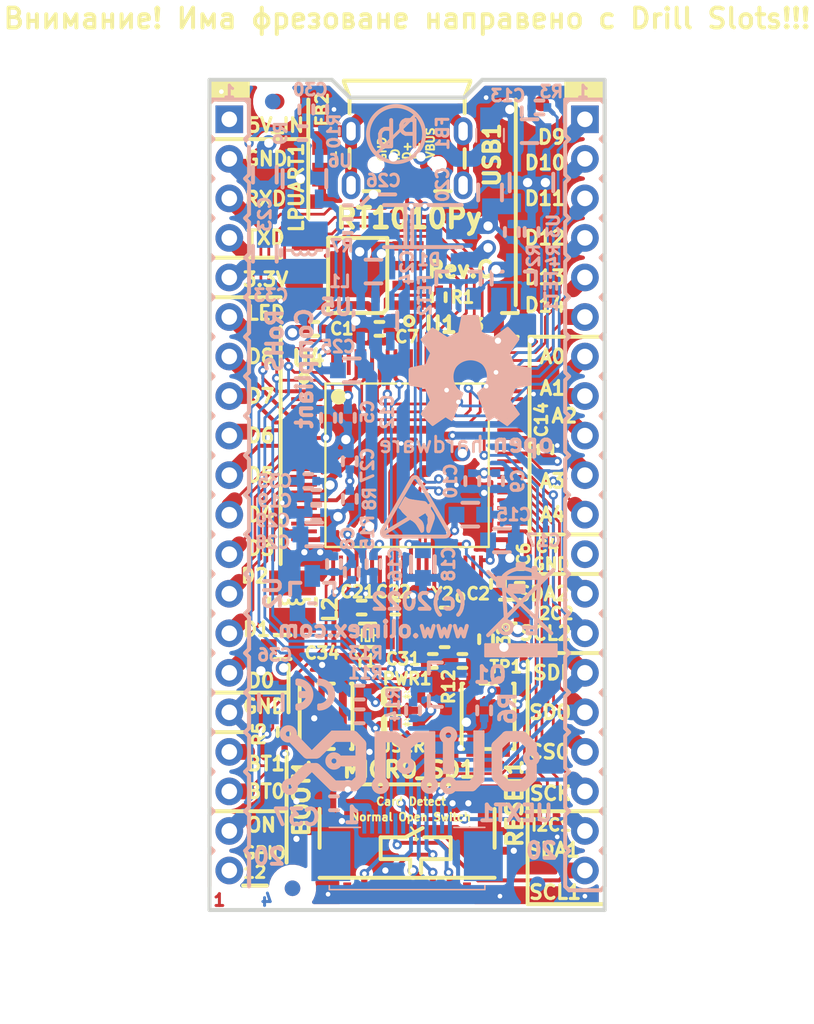
<source format=kicad_pcb>
(kicad_pcb (version 20171130) (host pcbnew 5.1.0-rc2-unknown-036be7d~80~ubuntu16.04.1)
  (title_block (title RP1010Py) (date 2022-06-21) (rev C) (company "Olimex Ltd") (comment 1 OSHW))
  (layers (0 F.Cu signal) (1 In1.Cu signal) (2 In2.Cu signal) (31 B.Cu signal) (34 B.Paste user hide) (35 F.Paste user) (36 B.SilkS user hide) (37 F.SilkS user) (38 B.Mask user hide) (39 F.Mask user) (44 Edge.Cuts user))
  (net 0 "")
  (net 1 GND)
  (net 2 "Net-(C12-Pad1)")
  (net 3 /5V_USB_OTG)
  (net 4 "Net-(C15-Pad1)")
  (net 5 "Net-(C16-Pad1)")
  (net 6 "Net-(C17-Pad1)")
  (net 7 /VDD_USB_3V)
  (net 8 EXT_5V_IN)
  (net 9 "Net-(C21-Pad1)")
  (net 10 "Net-(C22-Pad1)")
  (net 11 "Net-(C23-Pad1)")
  (net 12 VDD_SVNS)
  (net 13 "Net-(C26-Pad1)")
  (net 14 "Net-(C27-Pad1)")
  (net 15 "Net-(C30-Pad2)")
  (net 16 "Net-(C31-Pad2)")
  (net 17 "Net-(C32-Pad2)")
  (net 18 ON_OFF)
  (net 19 /GPIO_06)
  (net 20 /GPIO_07)
  (net 21 /GPIO_08)
  (net 22 /GPIO_05)
  (net 23 /GPIO_04)
  (net 24 /GPIO_02)
  (net 25 /GPIO_03)
  (net 26 /GPIO_01)
  (net 27 /GPIO_00)
  (net 28 /nRESET)
  (net 29 /LPUART1_TXD)
  (net 30 /LPUART1_RXD)
  (net 31 /BOOTSEL0)
  (net 32 /GPIO2_IO05)
  (net 33 /GPIO2_IO02)
  (net 34 /GPIO2_IO01)
  (net 35 /GPIO2_IO00)
  (net 36 /GPIO2_IO12)
  (net 37 /GPIO2_IO13)
  (net 38 /LPSPI1_SDI)
  (net 39 /LPSPI1_PCS1)
  (net 40 /LPSPI1_SDO)
  (net 41 /LPSPI1_PCS0)
  (net 42 /LPSPI1_SCK)
  (net 43 /I2C2_SDA)
  (net 44 /I2C2_SCL)
  (net 45 /LPSPI2_SDO)
  (net 46 /LPSPI2_SDI)
  (net 47 /I2C1_SDA)
  (net 48 /I2C1_SCL)
  (net 49 /LPSPI2_SCK)
  (net 50 /LPSPI2_PCS0)
  (net 51 "Net-(FB1-Pad1)")
  (net 52 "Net-(FET1-Pad2)")
  (net 53 "Net-(L1-Pad1)")
  (net 54 "Net-(L2-Pad1)")
  (net 55 "Net-(MICRO_SD1-Pad8)")
  (net 56 "Net-(MICRO_SD1-PadCD1)")
  (net 57 /LPSPI2_PCS1)
  (net 58 "Net-(MICRO_SD1-Pad1)")
  (net 59 "Net-(R3-Pad1)")
  (net 60 /USB_OTG1_PWR)
  (net 61 PMIC_ONREQ)
  (net 62 "Net-(TP1-Pad1)")
  (net 63 /USB_OTG_DN)
  (net 64 /USB_OTG_DP)
  (net 65 /QF_D3)
  (net 66 /QF_CLK)
  (net 67 /QF_D0)
  (net 68 /QF_D2)
  (net 69 /QF_D1)
  (net 70 /QF_SS)
  (net 71 /USB_OTG1_ID)
  (net 72 /BUT_RESET)
  (net 73 "Net-(U5-Pad4)")
  (net 74 /GPIO_11_LED)
  (net 75 /BOOTSEL1)
  (net 76 "Net-(FID1-PadFid1)")
  (net 77 "Net-(FID2-PadFid1)")
  (net 78 "Net-(FID3-PadFid1)")
  (net 79 "Net-(FID4-PadFid1)")
  (net 80 "Net-(FB2-Pad1)")
  (net 81 "Net-(FID5-PadFid1)")
  (net 82 "Net-(FID6-PadFid1)")
  (net 83 "Net-(BOOT1-Pad1)")
  (net 84 "Net-(PWR1-Pad1)")
  (net 85 "Net-(R11-Pad1)")
  (net 86 /GPIO_12)
  (net 87 +3V3)
  (module OLIMEX_Connectors-FP:HN1x20 (layer B.Cu) (at 139.7 87.63 270)
    (fp_text reference CON1 hide)
    (fp_text value HN1X20)
    (pad 4 thru_hole circle (at -16.51 0 270) (size 1.778 1.778) (drill 1) (layers *.Cu *.Mask) (net 29 /LPUART1_TXD))
    (pad 3 thru_hole circle (at -19.05 0 270) (size 1.778 1.778) (drill 1) (layers *.Cu *.Mask) (net 30 /LPUART1_RXD))
    (pad 2 thru_hole circle (at -21.59 0 270) (size 1.778 1.778) (drill 1) (layers *.Cu *.Mask) (net 1 GND))
    (pad 1 thru_hole rect (at -24.13 0 270) (size 1.778 1.778) (drill 1) (layers *.Cu *.Mask) (net 8 EXT_5V_IN))
    (pad 5 thru_hole circle (at -13.97 0 270) (size 1.778 1.778) (drill 1) (layers *.Cu *.Mask) (net 87 +3V3))
    (pad 6 thru_hole circle (at -11.43 0 270) (size 1.778 1.778) (drill 1) (layers *.Cu *.Mask) (net 74 /GPIO_11_LED))
    (pad 8 thru_hole circle (at -6.35 0 270) (size 1.778 1.778) (drill 1) (layers *.Cu *.Mask) (net 20 /GPIO_07))
    (pad 7 thru_hole circle (at -8.89 0 270) (size 1.778 1.778) (drill 1) (layers *.Cu *.Mask) (net 21 /GPIO_08))
    (pad 9 thru_hole circle (at -3.81 0 270) (size 1.778 1.778) (drill 1) (layers *.Cu *.Mask) (net 19 /GPIO_06))
    (pad 10 thru_hole circle (at -1.27 0 270) (size 1.778 1.778) (drill 1) (layers *.Cu *.Mask) (net 22 /GPIO_05))
    (pad 12 thru_hole circle (at 3.81 0 270) (size 1.778 1.778) (drill 1) (layers *.Cu *.Mask) (net 25 /GPIO_03))
    (pad 11 thru_hole circle (at 1.27 0 270) (size 1.778 1.778) (drill 1) (layers *.Cu *.Mask) (net 23 /GPIO_04))
    (pad 13 thru_hole circle (at 6.35 0 270) (size 1.778 1.778) (drill 1) (layers *.Cu *.Mask) (net 24 /GPIO_02))
    (pad 14 thru_hole circle (at 8.89 0 270) (size 1.778 1.778) (drill 1) (layers *.Cu *.Mask) (net 26 /GPIO_01))
    (pad 16 thru_hole circle (at 13.97 0 270) (size 1.778 1.778) (drill 1) (layers *.Cu *.Mask) (net 1 GND))
    (pad 15 thru_hole circle (at 11.43 0 270) (size 1.778 1.778) (drill 1) (layers *.Cu *.Mask) (net 27 /GPIO_00))
    (pad 19 thru_hole circle (at 21.59 0 270) (size 1.778 1.778) (drill 1) (layers *.Cu *.Mask) (net 18 ON_OFF))
    (pad 20 thru_hole circle (at 24.13 0 270) (size 1.778 1.778) (drill 1) (layers *.Cu *.Mask) (net 86 /GPIO_12))
    (pad 18 thru_hole circle (at 19.05 0 270) (size 1.778 1.778) (drill 1) (layers *.Cu *.Mask) (net 31 /BOOTSEL0))
    (pad 17 thru_hole circle (at 16.51 0 270) (size 1.778 1.778) (drill 1) (layers *.Cu *.Mask) (net 75 /BOOTSEL1))
  )
  (module OLIMEX_IC-FP:LQFP-80_12x12mm_0.5_mm_pitch (layer F.Cu) (at 151.13 85.725 270)
    (fp_text reference U4 (at -6.858 6.35) (layer F.SilkS) (effects (font (size 1.016 1.016) (thickness 0.254))))
    (fp_text value MIMXRT1011DAE5A)
    (pad 1 smd rect (at -4.75 6.625482) (size 1.65 0.25) (layers F.Cu F.Paste F.Mask) (net 74 /GPIO_11_LED))
    (pad 2 smd rect (at -4.25 6.625482) (size 1.65 0.25) (layers F.Cu F.Paste F.Mask) (net 29 /LPUART1_TXD))
    (pad 3 smd rect (at -3.75 6.625482) (size 1.65 0.25) (layers F.Cu F.Paste F.Mask) (net 30 /LPUART1_RXD))
    (pad 4 smd rect (at -3.25 6.625482) (size 1.65 0.25) (layers F.Cu F.Paste F.Mask) (net 21 /GPIO_08))
    (pad 16 smd rect (at 2.75 6.625482) (size 1.65 0.25) (layers F.Cu F.Paste F.Mask) (net 1 GND))
    (pad 17 smd rect (at 3.25 6.625482) (size 1.65 0.25) (layers F.Cu F.Paste F.Mask) (net 87 +3V3))
    (pad 18 smd rect (at 3.75 6.625482) (size 1.65 0.25) (layers F.Cu F.Paste F.Mask) (net 87 +3V3))
    (pad 19 smd rect (at 4.25 6.625482) (size 1.65 0.25) (layers F.Cu F.Paste F.Mask) (net 54 "Net-(L2-Pad1)"))
    (pad 20 smd rect (at 4.75 6.625482) (size 1.65 0.25) (layers F.Cu F.Paste F.Mask) (net 1 GND))
    (pad 41 smd rect (at 4.75 -6.625482) (size 1.65 0.25) (layers F.Cu F.Paste F.Mask) (net 1 GND))
    (pad 42 smd rect (at 4.25 -6.625482) (size 1.65 0.25) (layers F.Cu F.Paste F.Mask) (net 87 +3V3))
    (pad 43 smd rect (at 3.75 -6.625482) (size 1.65 0.25) (layers F.Cu F.Paste F.Mask) (net 48 /I2C1_SCL))
    (pad 44 smd rect (at 3.25 -6.625482) (size 1.65 0.25) (layers F.Cu F.Paste F.Mask) (net 47 /I2C1_SDA))
    (pad 45 smd rect (at 2.75 -6.625482) (size 1.65 0.25) (layers F.Cu F.Paste F.Mask) (net 49 /LPSPI2_SCK))
    (pad 46 smd rect (at 2.25 -6.625482) (size 1.65 0.25) (layers F.Cu F.Paste F.Mask) (net 50 /LPSPI2_PCS0))
    (pad 47 smd rect (at 1.75 -6.625482) (size 1.65 0.25) (layers F.Cu F.Paste F.Mask) (net 45 /LPSPI2_SDO))
    (pad 48 smd rect (at 1.25 -6.625482) (size 1.65 0.25) (layers F.Cu F.Paste F.Mask) (net 46 /LPSPI2_SDI))
    (pad 49 smd rect (at 0.75 -6.625482) (size 1.65 0.25) (layers F.Cu F.Paste F.Mask) (net 44 /I2C2_SCL))
    (pad 50 smd rect (at 0.25 -6.625482) (size 1.65 0.25) (layers F.Cu F.Paste F.Mask) (net 87 +3V3))
    (pad 51 smd rect (at -0.25 -6.625482) (size 1.65 0.25) (layers F.Cu F.Paste F.Mask) (net 43 /I2C2_SDA))
    (pad 52 smd rect (at -0.75 -6.625482) (size 1.65 0.25) (layers F.Cu F.Paste F.Mask) (net 42 /LPSPI1_SCK))
    (pad 53 smd rect (at -1.25 -6.625482) (size 1.65 0.25) (layers F.Cu F.Paste F.Mask) (net 2 "Net-(C12-Pad1)"))
    (pad 54 smd rect (at -1.75 -6.625482) (size 1.65 0.25) (layers F.Cu F.Paste F.Mask) (net 1 GND))
    (pad 55 smd rect (at -2.25 -6.625482) (size 1.65 0.25) (layers F.Cu F.Paste F.Mask) (net 41 /LPSPI1_PCS0))
    (pad 56 smd rect (at -2.75 -6.625482) (size 1.65 0.25) (layers F.Cu F.Paste F.Mask) (net 40 /LPSPI1_SDO))
    (pad 57 smd rect (at -3.25 -6.625482) (size 1.65 0.25) (layers F.Cu F.Paste F.Mask) (net 38 /LPSPI1_SDI))
    (pad 58 smd rect (at -3.75 -6.625482) (size 1.65 0.25) (layers F.Cu F.Paste F.Mask) (net 39 /LPSPI1_PCS1))
    (pad 59 smd rect (at -4.25 -6.625482) (size 1.65 0.25) (layers F.Cu F.Paste F.Mask) (net 57 /LPSPI2_PCS1))
    (pad 60 smd rect (at -4.75 -6.625482) (size 1.65 0.25) (layers F.Cu F.Paste F.Mask) (net 60 /USB_OTG1_PWR))
    (pad 21 smd rect (at 6.625482 4.75) (size 0.25 1.65) (layers F.Cu F.Paste F.Mask) (net 18 ON_OFF))
    (pad 22 smd rect (at 6.625482 4.25) (size 0.25 1.65) (layers F.Cu F.Paste F.Mask) (net 28 /nRESET))
    (pad 23 smd rect (at 6.625482 3.75) (size 0.25 1.65) (layers F.Cu F.Paste F.Mask) (net 1 GND))
    (pad 24 smd rect (at 6.625482 3.25) (size 0.25 1.65) (layers F.Cu F.Paste F.Mask) (net 61 PMIC_ONREQ))
    (pad 25 smd rect (at 6.625482 2.75) (size 0.25 1.65) (layers F.Cu F.Paste F.Mask) (net 12 VDD_SVNS))
    (pad 26 smd rect (at 6.625482 2.25) (size 0.25 1.65) (layers F.Cu F.Paste F.Mask) (net 5 "Net-(C16-Pad1)"))
    (pad 27 smd rect (at 6.625482 1.75) (size 0.25 1.65) (layers F.Cu F.Paste F.Mask) (net 9 "Net-(C21-Pad1)"))
    (pad 28 smd rect (at 6.625482 1.25) (size 0.25 1.65) (layers F.Cu F.Paste F.Mask) (net 10 "Net-(C22-Pad1)"))
    (pad 29 smd rect (at 6.625482 0.75) (size 0.25 1.65) (layers F.Cu F.Paste F.Mask) (net 3 /5V_USB_OTG))
    (pad 30 smd rect (at 6.625482 0.25) (size 0.25 1.65) (layers F.Cu F.Paste F.Mask) (net 1 GND))
    (pad 31 smd rect (at 6.625482 -0.25) (size 0.25 1.65) (layers F.Cu F.Paste F.Mask) (net 7 /VDD_USB_3V))
    (pad 32 smd rect (at 6.625482 -0.75) (size 0.25 1.65) (layers F.Cu F.Paste F.Mask) (net 63 /USB_OTG_DN))
    (pad 33 smd rect (at 6.625482 -1.25) (size 0.25 1.65) (layers F.Cu F.Paste F.Mask) (net 64 /USB_OTG_DP))
    (pad 34 smd rect (at 6.625482 -1.75) (size 0.25 1.65) (layers F.Cu F.Paste F.Mask) (net 1 GND))
    (pad 35 smd rect (at 6.625482 -2.25) (size 0.25 1.65) (layers F.Cu F.Paste F.Mask) (net 4 "Net-(C15-Pad1)"))
    (pad 36 smd rect (at 6.625482 -2.75) (size 0.25 1.65) (layers F.Cu F.Paste F.Mask) (net 62 "Net-(TP1-Pad1)"))
    (pad 37 smd rect (at 6.625482 -3.25) (size 0.25 1.65) (layers F.Cu F.Paste F.Mask) (net 16 "Net-(C31-Pad2)"))
    (pad 38 smd rect (at 6.625482 -3.75) (size 0.25 1.65) (layers F.Cu F.Paste F.Mask) (net 17 "Net-(C32-Pad2)"))
    (pad 39 smd rect (at 6.625482 -4.25) (size 0.25 1.65) (layers F.Cu F.Paste F.Mask) (net 87 +3V3))
    (pad 40 smd rect (at 6.625482 -4.75) (size 0.25 1.65) (layers F.Cu F.Paste F.Mask) (net 6 "Net-(C17-Pad1)"))
    (pad 61 smd rect (at -6.625482 -4.75) (size 0.25 1.65) (layers F.Cu F.Paste F.Mask) (net 37 /GPIO2_IO13))
    (pad 62 smd rect (at -6.625482 -4.25) (size 0.25 1.65) (layers F.Cu F.Paste F.Mask) (net 36 /GPIO2_IO12))
    (pad 63 smd rect (at -6.625482 -3.75) (size 0.25 1.65) (layers F.Cu F.Paste F.Mask) (net 87 +3V3))
    (pad 64 smd rect (at -6.625482 -3.25) (size 0.25 1.65) (layers F.Cu F.Paste F.Mask) (net 65 /QF_D3))
    (pad 65 smd rect (at -6.625482 -2.75) (size 0.25 1.65) (layers F.Cu F.Paste F.Mask) (net 66 /QF_CLK))
    (pad 66 smd rect (at -6.625482 -2.25) (size 0.25 1.65) (layers F.Cu F.Paste F.Mask) (net 67 /QF_D0))
    (pad 67 smd rect (at -6.625482 -1.75) (size 0.25 1.65) (layers F.Cu F.Paste F.Mask) (net 68 /QF_D2))
    (pad 68 smd rect (at -6.625482 -1.25) (size 0.25 1.65) (layers F.Cu F.Paste F.Mask) (net 69 /QF_D1))
    (pad 69 smd rect (at -6.625482 -0.75) (size 0.25 1.65) (layers F.Cu F.Paste F.Mask) (net 70 /QF_SS))
    (pad 70 smd rect (at -6.625482 -0.25) (size 0.25 1.65) (layers F.Cu F.Paste F.Mask) (net 32 /GPIO2_IO05))
    (pad 71 smd rect (at -6.625482 0.25) (size 0.25 1.65) (layers F.Cu F.Paste F.Mask) (net 87 +3V3))
    (pad 72 smd rect (at -6.625482 0.75) (size 0.25 1.65) (layers F.Cu F.Paste F.Mask) (net 31 /BOOTSEL0))
    (pad 73 smd rect (at -6.625482 1.25) (size 0.25 1.65) (layers F.Cu F.Paste F.Mask) (net 75 /BOOTSEL1))
    (pad 74 smd rect (at -6.625482 1.75) (size 0.25 1.65) (layers F.Cu F.Paste F.Mask) (net 33 /GPIO2_IO02))
    (pad 75 smd rect (at -6.625482 2.25) (size 0.25 1.65) (layers F.Cu F.Paste F.Mask) (net 34 /GPIO2_IO01))
    (pad 76 smd rect (at -6.625482 2.75) (size 0.25 1.65) (layers F.Cu F.Paste F.Mask) (net 35 /GPIO2_IO00))
    (pad 77 smd rect (at -6.625482 3.25) (size 0.25 1.65) (layers F.Cu F.Paste F.Mask) (net 2 "Net-(C12-Pad1)"))
    (pad 78 smd rect (at -6.625482 3.75) (size 0.25 1.65) (layers F.Cu F.Paste F.Mask) (net 1 GND))
    (pad 79 smd rect (at -6.625482 4.25) (size 0.25 1.65) (layers F.Cu F.Paste F.Mask) (net 71 /USB_OTG1_ID))
    (pad 80 smd rect (at -6.625482 4.75) (size 0.25 1.65) (layers F.Cu F.Paste F.Mask) (net 86 /GPIO_12))
    (pad 6 smd rect (at -2.25 6.625482) (size 1.65 0.25) (layers F.Cu F.Paste F.Mask) (net 19 /GPIO_06))
    (pad 7 smd rect (at -1.75 6.625482) (size 1.65 0.25) (layers F.Cu F.Paste F.Mask) (net 87 +3V3))
    (pad 8 smd rect (at -1.25 6.625482) (size 1.65 0.25) (layers F.Cu F.Paste F.Mask) (net 22 /GPIO_05))
    (pad 9 smd rect (at -0.75 6.625482) (size 1.65 0.25) (layers F.Cu F.Paste F.Mask) (net 23 /GPIO_04))
    (pad 10 smd rect (at -0.25 6.625482) (size 1.65 0.25) (layers F.Cu F.Paste F.Mask) (net 25 /GPIO_03))
    (pad 11 smd rect (at 0.25 6.625482) (size 1.65 0.25) (layers F.Cu F.Paste F.Mask) (net 24 /GPIO_02))
    (pad 12 smd rect (at 0.75 6.625482) (size 1.65 0.25) (layers F.Cu F.Paste F.Mask) (net 26 /GPIO_01))
    (pad 13 smd rect (at 1.25 6.625482) (size 1.65 0.25) (layers F.Cu F.Paste F.Mask) (net 27 /GPIO_00))
    (pad 14 smd rect (at 1.75 6.625482) (size 1.65 0.25) (layers F.Cu F.Paste F.Mask) (net 2 "Net-(C12-Pad1)"))
    (pad 15 smd rect (at 2.25 6.625482) (size 1.65 0.25) (layers F.Cu F.Paste F.Mask) (net 14 "Net-(C27-Pad1)"))
    (pad 5 smd rect (at -2.75 6.625482) (size 1.65 0.25) (layers F.Cu F.Paste F.Mask) (net 20 /GPIO_07))
  )
  (module OLIMEX_LOGOs-FP:CE_Sign_Small (layer B.Cu) (at 144.78 100.457 180)
    (fp_text reference Sign_CE_Small hide)
    (fp_text value CE_Sign_Small hide)
  )
  (module OLIMEX_LOGOs-FP:LOGO_ANTISTATIC_SMALL_4.5mmX2.8mm (layer B.Cu) (at 151.638 88.392 180)
    (fp_text reference Anty_Static)
    (fp_text value Val**)
  )
  (module OLIMEX_LOGOs-FP:LOGO_PBFREE (layer B.Cu) (at 150.622 64.135)
    (fp_text reference PB_Free)
    (fp_text value "")
    (fp_text user Pb (at -0.08636 0.33528) (layer B.SilkS) (effects (font (size 1.7 1.5) (thickness 0.254)) (justify mirror)))
  )
  (module OLIMEX_LOGOs-FP:LOGO_OPENHARDWARE_8x8 (layer B.Cu) (at 155.194 80.137 180)
    (fp_text reference OSH_Logo hide)
    (fp_text value "" hide)
    (fp_text user open (at -3.40106 -4.17576 180) (layer B.SilkS) (effects (font (size 1.1 1.1) (thickness 0.254)) (justify mirror)))
    (fp_text user hardware (at 2.51206 -4.2672 180) (layer B.SilkS) (effects (font (thickness 0.18)) (justify mirror)))
  )
  (module "OLIMEX_Connectors-FP:uSD(TFC-9P-1.xH(ATFFS150A01BR016))" (layer F.Cu) (at 151.13 109.728)
    (fp_text reference MICRO_SD1 (at 0.127 -4.445 180) (layer F.SilkS) (effects (font (size 1.016 1.016) (thickness 0.254))))
    (fp_text value "uSD(TFC-9P-1.7H)")
    (fp_text user "Card Detect" (at 0.25 -2.4) (layer F.SilkS) (effects (font (size 0.5 0.5) (thickness 0.125))))
    (fp_text user "Normal Open Switch" (at 0.25 -1.4) (layer F.SilkS) (effects (font (size 0.5 0.5) (thickness 0.125))))
    (pad 8 smd rect (at -3.85 3.3) (size 0.5 1) (layers F.Cu F.Paste F.Mask) (net 55 "Net-(MICRO_SD1-Pad8)") (clearance 0.0508))
    (pad 7 smd rect (at -2.75 3.3) (size 0.5 1) (layers F.Cu F.Paste F.Mask) (net 46 /LPSPI2_SDI) (clearance 0.0508))
    (pad 6 smd rect (at -1.65 3.3) (size 0.5 1) (layers F.Cu F.Paste F.Mask) (net 1 GND) (clearance 0.0508))
    (pad 5 smd rect (at -0.55 3.3) (size 0.5 1) (layers F.Cu F.Paste F.Mask) (net 49 /LPSPI2_SCK) (clearance 0.0508))
    (pad CD1 smd rect (at 0.2 3.3) (size 0.5 1) (layers F.Cu F.Paste F.Mask) (net 56 "Net-(MICRO_SD1-PadCD1)") (clearance 0.0508))
    (pad 4 smd rect (at 0.9 3.3) (size 0.5 1) (layers F.Cu F.Paste F.Mask) (net 87 +3V3) (clearance 0.0508))
    (pad 3 smd rect (at 1.65 3.3) (size 0.5 1) (layers F.Cu F.Paste F.Mask) (net 45 /LPSPI2_SDO) (clearance 0.0508))
    (pad 2 smd rect (at 2.75 3.3) (size 0.5 1) (layers F.Cu F.Paste F.Mask) (net 57 /LPSPI2_PCS1) (clearance 0.0508))
    (pad 1 smd rect (at 3.85 3.3) (size 0.5 1) (layers F.Cu F.Paste F.Mask) (net 58 "Net-(MICRO_SD1-Pad1)") (clearance 0.0508))
    (pad CH1 smd rect (at 5.3 1.55) (size 1.5 1.2) (layers F.Cu F.Paste F.Mask) (net 1 GND) (clearance 0.127))
    (pad CH1 smd rect (at -5.3 1.55) (size 1.5 1.2) (layers F.Cu F.Paste F.Mask) (net 1 GND) (clearance 0.127))
    (pad CH1 smd rect (at 5.3 -2.9) (size 1.5 1.2) (layers F.Cu F.Paste F.Mask) (net 1 GND) (clearance 0.127))
    (pad CH1 smd rect (at -5.3 -2.9) (size 1.5 1.2) (layers F.Cu F.Paste F.Mask) (net 1 GND) (clearance 0.127))
    (pad CH1 smd rect (at -5.3 -0.5) (size 1.5 4.5) (layers F.Cu) (net 1 GND) (clearance 0.0508))
    (pad CH1 smd rect (at 5.3 -0.5) (size 1.5 4.5) (layers F.Cu) (net 1 GND) (clearance 0.0508))
  )
  (module OLIMEX_Buttons-FP:YTS-A016-X (layer F.Cu) (at 145.923 101.854 90)
    (fp_text reference BOOT1 (at -5.2324 -1.5748 90) (layer F.SilkS) (effects (font (size 1.016 1.016) (thickness 0.254))))
    (fp_text value YTS-A016-X hide)
    (pad 2 smd rect (at 2.075 1.075 90) (size 1.05 0.65) (layers F.Cu F.Paste F.Mask) (net 31 /BOOTSEL0))
    (pad 2 smd rect (at -2.075 1.075 90) (size 1.05 0.65) (layers F.Cu F.Paste F.Mask) (net 31 /BOOTSEL0))
    (pad 1 smd rect (at 2.075 -1.075 90) (size 1.05 0.65) (layers F.Cu F.Paste F.Mask) (net 83 "Net-(BOOT1-Pad1)"))
    (pad 1 smd rect (at -2.075 -1.075 90) (size 1.05 0.65) (layers F.Cu F.Paste F.Mask) (net 83 "Net-(BOOT1-Pad1)"))
  )
  (module OLIMEX_Transistors-FP:SOT23 (layer B.Cu) (at 153.162 99.822)
    (fp_text reference Q1 (at 3.302 -0.635) (layer B.SilkS) (effects (font (size 1.016 1.016) (thickness 0.254)) (justify mirror)))
    (fp_text value LMUN2211LT1G)
    (pad 1 smd rect (at 1.10744 -0.94996) (size 1.4 1) (layers B.Cu B.Paste B.Mask) (net 31 /BOOTSEL0) (clearance 0.0508))
    (pad 2 smd rect (at 1.10744 0.9525) (size 1.4 1) (layers B.Cu B.Paste B.Mask) (net 1 GND) (clearance 0.0508))
    (pad 3 smd rect (at -1.10236 -0.00254) (size 1.4 1) (layers B.Cu B.Paste B.Mask) (net 75 /BOOTSEL1) (clearance 0.0508))
  )
  (module OLIMEX_LEDs-FP:LED_0603_KA (layer F.Cu) (at 151.13 100.584)
    (fp_text reference PWR1 (at 0 -1.143) (layer F.SilkS) (effects (font (size 0.762 0.762) (thickness 0.1905))))
    (fp_text value LED/Yellow/0603)
    (pad 1 smd rect (at -0.762 0 180) (size 0.8 0.8) (layers F.Cu F.Paste F.Mask) (net 84 "Net-(PWR1-Pad1)"))
    (pad 2 smd rect (at 0.762 0 180) (size 0.8 0.8) (layers F.Cu F.Paste F.Mask) (net 87 +3V3))
  )
  (module OLIMEX_RLC-FP:C_0402_5MIL_DWS (layer B.Cu) (at 147.32 82.677 270)
    (fp_text reference C12 (at -0.381 -2.54 270) (layer B.SilkS) (effects (font (size 0.762 0.762) (thickness 0.1905)) (justify mirror)))
    (fp_text value 220nF/+80-20%/10VDC/0402)
    (pad 2 smd rect (at 0.508 0 270) (size 0.5 0.55) (layers B.Cu B.Paste B.Mask) (net 1 GND))
    (pad 1 smd rect (at -0.508 0 90) (size 0.5 0.55) (layers B.Cu B.Paste B.Mask) (net 2 "Net-(C12-Pad1)"))
  )
  (module OLIMEX_Diodes-FP:SMA-KA (layer B.Cu) (at 152.146 70.358)
    (fp_text reference D1 (at 0.381 2.159 -180) (layer B.SilkS) (effects (font (size 0.762 0.762) (thickness 0.1905)) (justify mirror)))
    (fp_text value "1N5822/(SS34)/SMA")
    (pad 2 smd rect (at 2.373 0) (size 1.746 1.192) (layers B.Cu) (net 8 EXT_5V_IN) (clearance 0.254))
    (pad 1 smd rect (at -2.373 0) (size 1.746 1.192) (layers B.Cu) (net 11 "Net-(C23-Pad1)") (clearance 0.254))
    (pad 1 smd rect (at -2.5 0) (size 2 1.7) (layers B.Cu B.Paste B.Mask) (net 11 "Net-(C23-Pad1)"))
    (pad 2 smd rect (at 2.5 0) (size 2 1.7) (layers B.Cu B.Paste B.Mask) (net 8 EXT_5V_IN))
  )
  (module OLIMEX_RLC-FP:C_0603_5MIL_DWS (layer B.Cu) (at 147.574 79.629 180)
    (fp_text reference C25 (at 0.889 1.524) (layer B.SilkS) (effects (font (size 0.762 0.762) (thickness 0.1905)) (justify mirror)))
    (fp_text value 4.7uF/6.3V/0603)
    (pad 2 smd rect (at 0.889 0 180) (size 1.016 1.016) (layers B.Cu B.Paste B.Mask) (net 1 GND) (clearance 0.0508))
    (pad 1 smd rect (at -0.889 0 180) (size 1.016 1.016) (layers B.Cu B.Paste B.Mask) (net 12 VDD_SVNS) (clearance 0.0508))
  )
  (module OLIMEX_RLC-FP:C_0603_5MIL_DWS (layer B.Cu) (at 148.971 73.279)
    (fp_text reference C24 (at 2.159 -0.254 90) (layer B.SilkS) (effects (font (size 0.762 0.762) (thickness 0.1905)) (justify mirror)))
    (fp_text value 4.7uF/6.3V/0603)
    (pad 2 smd rect (at 0.889 0) (size 1.016 1.016) (layers B.Cu B.Paste B.Mask) (net 1 GND) (clearance 0.0508))
    (pad 1 smd rect (at -0.889 0) (size 1.016 1.016) (layers B.Cu B.Paste B.Mask) (net 11 "Net-(C23-Pad1)") (clearance 0.0508))
  )
  (module OLIMEX_RLC-FP:C_0603_5MIL_DWS (layer B.Cu) (at 157.226 90.551)
    (fp_text reference C17 (at 2.667 0) (layer B.SilkS) (effects (font (size 0.762 0.762) (thickness 0.1905)) (justify mirror)))
    (fp_text value 4.7uF/6.3V/0603)
    (pad 2 smd rect (at 0.889 0) (size 1.016 1.016) (layers B.Cu B.Paste B.Mask) (net 1 GND) (clearance 0.0508))
    (pad 1 smd rect (at -0.889 0) (size 1.016 1.016) (layers B.Cu B.Paste B.Mask) (net 6 "Net-(C17-Pad1)") (clearance 0.0508))
  )
  (module OLIMEX_Connectors-FP:HN1x20 (layer B.Cu) (at 162.56 87.63 270)
    (fp_text reference CON2 hide)
    (fp_text value HN1X20)
    (pad 4 thru_hole circle (at -16.51 0 270) (size 1.778 1.778) (drill 1) (layers *.Cu *.Mask) (net 32 /GPIO2_IO05))
    (pad 3 thru_hole circle (at -19.05 0 270) (size 1.778 1.778) (drill 1) (layers *.Cu *.Mask) (net 33 /GPIO2_IO02))
    (pad 2 thru_hole circle (at -21.59 0 270) (size 1.778 1.778) (drill 1) (layers *.Cu *.Mask) (net 34 /GPIO2_IO01))
    (pad 1 thru_hole rect (at -24.13 0 270) (size 1.778 1.778) (drill 1) (layers *.Cu *.Mask) (net 35 /GPIO2_IO00))
    (pad 5 thru_hole circle (at -13.97 0 270) (size 1.778 1.778) (drill 1) (layers *.Cu *.Mask) (net 36 /GPIO2_IO12))
    (pad 6 thru_hole circle (at -11.43 0 270) (size 1.778 1.778) (drill 1) (layers *.Cu *.Mask) (net 37 /GPIO2_IO13))
    (pad 8 thru_hole circle (at -6.35 0 270) (size 1.778 1.778) (drill 1) (layers *.Cu *.Mask) (net 38 /LPSPI1_SDI))
    (pad 7 thru_hole circle (at -8.89 0 270) (size 1.778 1.778) (drill 1) (layers *.Cu *.Mask) (net 39 /LPSPI1_PCS1))
    (pad 9 thru_hole circle (at -3.81 0 270) (size 1.778 1.778) (drill 1) (layers *.Cu *.Mask) (net 40 /LPSPI1_SDO))
    (pad 10 thru_hole circle (at -1.27 0 270) (size 1.778 1.778) (drill 1) (layers *.Cu *.Mask) (net 41 /LPSPI1_PCS0))
    (pad 12 thru_hole circle (at 3.81 0 270) (size 1.778 1.778) (drill 1) (layers *.Cu *.Mask) (net 1 GND))
    (pad 11 thru_hole circle (at 1.27 0 270) (size 1.778 1.778) (drill 1) (layers *.Cu *.Mask) (net 42 /LPSPI1_SCK))
    (pad 13 thru_hole circle (at 6.35 0 270) (size 1.778 1.778) (drill 1) (layers *.Cu *.Mask) (net 43 /I2C2_SDA))
    (pad 14 thru_hole circle (at 8.89 0 270) (size 1.778 1.778) (drill 1) (layers *.Cu *.Mask) (net 44 /I2C2_SCL))
    (pad 16 thru_hole circle (at 13.97 0 270) (size 1.778 1.778) (drill 1) (layers *.Cu *.Mask) (net 45 /LPSPI2_SDO))
    (pad 15 thru_hole circle (at 11.43 0 270) (size 1.778 1.778) (drill 1) (layers *.Cu *.Mask) (net 46 /LPSPI2_SDI))
    (pad 19 thru_hole circle (at 21.59 0 270) (size 1.778 1.778) (drill 1) (layers *.Cu *.Mask) (net 47 /I2C1_SDA))
    (pad 20 thru_hole circle (at 24.13 0 270) (size 1.778 1.778) (drill 1) (layers *.Cu *.Mask) (net 48 /I2C1_SCL))
    (pad 18 thru_hole circle (at 19.05 0 270) (size 1.778 1.778) (drill 1) (layers *.Cu *.Mask) (net 49 /LPSPI2_SCK))
    (pad 17 thru_hole circle (at 16.51 0 270) (size 1.778 1.778) (drill 1) (layers *.Cu *.Mask) (net 50 /LPSPI2_PCS0))
  )
  (module OLIMEX_RLC-FP:C_0603_5MIL_DWS (layer B.Cu) (at 142.367 100.965 90)
    (fp_text reference C36 (at 3.048 0.254) (layer B.SilkS) (effects (font (size 0.762 0.762) (thickness 0.1905)) (justify mirror)))
    (fp_text value NA)
    (pad 2 smd rect (at 0.889 0 90) (size 1.016 1.016) (layers B.Cu B.Paste B.Mask) (net 1 GND) (clearance 0.0508))
    (pad 1 smd rect (at -0.889 0 90) (size 1.016 1.016) (layers B.Cu B.Paste B.Mask) (net 18 ON_OFF) (clearance 0.0508))
  )
  (module OLIMEX_RLC-FP:C_0603_5MIL_DWS (layer F.Cu) (at 143.129 97.409 180)
    (fp_text reference C34 (at -2.54 -0.381 180) (layer F.SilkS) (effects (font (size 0.762 0.762) (thickness 0.1905))))
    (fp_text value 22uF/6.3V/20%/X5R/0603)
    (pad 2 smd rect (at 0.889 0 180) (size 1.016 1.016) (layers F.Cu F.Paste F.Mask) (net 1 GND) (clearance 0.0508))
    (pad 1 smd rect (at -0.889 0 180) (size 1.016 1.016) (layers F.Cu F.Paste F.Mask) (net 2 "Net-(C12-Pad1)") (clearance 0.0508))
  )
  (module OLIMEX_RLC-FP:C_0603_5MIL_DWS (layer B.Cu) (at 141.986 72.136 90)
    (fp_text reference C33 (at -2.667 0.381 180) (layer B.SilkS) (effects (font (size 0.762 0.762) (thickness 0.1905)) (justify mirror)))
    (fp_text value 4.7uF/6.3V/0603)
    (pad 2 smd rect (at 0.889 0 90) (size 1.016 1.016) (layers B.Cu B.Paste B.Mask) (net 1 GND) (clearance 0.0508))
    (pad 1 smd rect (at -0.889 0 90) (size 1.016 1.016) (layers B.Cu B.Paste B.Mask) (net 87 +3V3) (clearance 0.0508))
  )
  (module OLIMEX_RLC-FP:C_0603_5MIL_DWS (layer B.Cu) (at 145.161 90.17 180)
    (fp_text reference C28 (at 2.667 -0.508 180) (layer B.SilkS) (effects (font (size 0.762 0.762) (thickness 0.1905)) (justify mirror)))
    (fp_text value 22uF/6.3V/20%/X5R/0603)
    (pad 2 smd rect (at 0.889 0 180) (size 1.016 1.016) (layers B.Cu B.Paste B.Mask) (net 1 GND) (clearance 0.0508))
    (pad 1 smd rect (at -0.889 0 180) (size 1.016 1.016) (layers B.Cu B.Paste B.Mask) (net 87 +3V3) (clearance 0.0508))
  )
  (module OLIMEX_RLC-FP:C_0603_5MIL_DWS (layer B.Cu) (at 141.986 67.056 270)
    (fp_text reference C23 (at 2.54 0 270) (layer B.SilkS) (effects (font (size 0.762 0.762) (thickness 0.1905)) (justify mirror)))
    (fp_text value 10uF/6.3V/20%/X5R/0603)
    (pad 2 smd rect (at 0.889 0 270) (size 1.016 1.016) (layers B.Cu B.Paste B.Mask) (net 1 GND) (clearance 0.0508))
    (pad 1 smd rect (at -0.889 0 270) (size 1.016 1.016) (layers B.Cu B.Paste B.Mask) (net 11 "Net-(C23-Pad1)") (clearance 0.0508))
  )
  (module OLIMEX_RLC-FP:C_0603_5MIL_DWS (layer B.Cu) (at 156.464 68.199 90)
    (fp_text reference C20 (at 0.508 -3.048 90) (layer B.SilkS) (effects (font (size 0.762 0.762) (thickness 0.1905)) (justify mirror)))
    (fp_text value 10uF/6.3V/20%/X5R/0603)
    (pad 2 smd rect (at 0.889 0 90) (size 1.016 1.016) (layers B.Cu B.Paste B.Mask) (net 1 GND) (clearance 0.0508))
    (pad 1 smd rect (at -0.889 0 90) (size 1.016 1.016) (layers B.Cu B.Paste B.Mask) (net 8 EXT_5V_IN) (clearance 0.0508))
  )
  (module OLIMEX_RLC-FP:C_0603_5MIL_DWS (layer B.Cu) (at 152.146 92.075 270)
    (fp_text reference C18 (at 0 -1.651 270) (layer B.SilkS) (effects (font (size 0.762 0.762) (thickness 0.1905)) (justify mirror)))
    (fp_text value 4.7uF/6.3V/0603)
    (pad 2 smd rect (at 0.889 0 270) (size 1.016 1.016) (layers B.Cu B.Paste B.Mask) (net 1 GND) (clearance 0.0508))
    (pad 1 smd rect (at -0.889 0 270) (size 1.016 1.016) (layers B.Cu B.Paste B.Mask) (net 7 /VDD_USB_3V) (clearance 0.0508))
  )
  (module OLIMEX_RLC-FP:C_0603_5MIL_DWS (layer B.Cu) (at 155.194 88.9)
    (fp_text reference C15 (at 2.794 0) (layer B.SilkS) (effects (font (size 0.762 0.762) (thickness 0.1905)) (justify mirror)))
    (fp_text value 4.7uF/6.3V/0603)
    (pad 2 smd rect (at 0.889 0) (size 1.016 1.016) (layers B.Cu B.Paste B.Mask) (net 1 GND) (clearance 0.0508))
    (pad 1 smd rect (at -0.889 0) (size 1.016 1.016) (layers B.Cu B.Paste B.Mask) (net 4 "Net-(C15-Pad1)") (clearance 0.0508))
  )
  (module OLIMEX_RLC-FP:C_0603_5MIL_DWS (layer B.Cu) (at 159.004 64.262)
    (fp_text reference C13 (at -1.397 -2.286) (layer B.SilkS) (effects (font (size 0.762 0.762) (thickness 0.1905)) (justify mirror)))
    (fp_text value 10uF/6.3V/20%/X5R/0603)
    (pad 2 smd rect (at 0.889 0) (size 1.016 1.016) (layers B.Cu B.Paste B.Mask) (net 1 GND) (clearance 0.0508))
    (pad 1 smd rect (at -0.889 0) (size 1.016 1.016) (layers B.Cu B.Paste B.Mask) (net 3 /5V_USB_OTG) (clearance 0.0508))
  )
  (module OLIMEX_RLC-FP:C_0603_5MIL_DWS (layer F.Cu) (at 157.734 76.708)
    (fp_text reference C3 (at -2.413 0 180) (layer F.SilkS) (effects (font (size 0.762 0.762) (thickness 0.1905))))
    (fp_text value 4.7uF/6.3V/0603)
    (pad 2 smd rect (at 0.889 0) (size 1.016 1.016) (layers F.Cu F.Paste F.Mask) (net 1 GND) (clearance 0.0508))
    (pad 1 smd rect (at -0.889 0) (size 1.016 1.016) (layers F.Cu F.Paste F.Mask) (net 87 +3V3) (clearance 0.0508))
  )
  (module OLIMEX_RLC-FP:C_0603_5MIL_DWS (layer F.Cu) (at 157.607 95.123 180)
    (fp_text reference C2 (at 1.905 1.143) (layer F.SilkS) (effects (font (size 0.762 0.762) (thickness 0.1905))))
    (fp_text value 4.7uF/6.3V/0603)
    (pad 2 smd rect (at 0.889 0 180) (size 1.016 1.016) (layers F.Cu F.Paste F.Mask) (net 1 GND) (clearance 0.0508))
    (pad 1 smd rect (at -0.889 0 180) (size 1.016 1.016) (layers F.Cu F.Paste F.Mask) (net 87 +3V3) (clearance 0.0508))
  )
  (module OLIMEX_Regulators-FP:SOT-23-5 (layer B.Cu) (at 149.098 76.454 90)
    (fp_text reference U5 (at 0.889 -2.54 180) (layer B.SilkS) (effects (font (size 1.016 1.016) (thickness 0.254)) (justify mirror)))
    (fp_text value HX6211A332MR)
    (pad 1 smd rect (at 1.3 -0.95 90) (size 1.2 0.55) (layers B.Cu B.Paste B.Mask) (net 11 "Net-(C23-Pad1)") (clearance 0.0508))
    (pad 2 smd rect (at 1.3 0 90) (size 1.2 0.55) (layers B.Cu B.Paste B.Mask) (net 1 GND) (clearance 0.0508))
    (pad 3 smd rect (at 1.3 0.95 90) (size 1.2 0.55) (layers B.Cu B.Paste B.Mask) (net 11 "Net-(C23-Pad1)") (clearance 0.0508))
    (pad 5 smd rect (at -1.3 -0.95 90) (size 1.2 0.55) (layers B.Cu B.Paste B.Mask) (net 12 VDD_SVNS) (clearance 0.0508))
    (pad 4 smd rect (at -1.3 0.95 90) (size 1.2 0.55) (layers B.Cu B.Paste B.Mask) (net 73 "Net-(U5-Pad4)") (clearance 0.0508))
  )
  (module OLIMEX_Regulators-FP:SOT-23-5 (layer B.Cu) (at 144.526 67.31 270)
    (fp_text reference U6 (at -1.143 -2.286 180) (layer B.SilkS) (effects (font (size 0.762 0.762) (thickness 0.1905)) (justify mirror)))
    (fp_text value "SY8089AAAC(SOT23-5)")
    (pad 1 smd rect (at 1.3 -0.95 270) (size 1.2 0.55) (layers B.Cu B.Paste B.Mask) (net 13 "Net-(C26-Pad1)") (clearance 0.0508))
    (pad 2 smd rect (at 1.3 0 270) (size 1.2 0.55) (layers B.Cu B.Paste B.Mask) (net 1 GND) (clearance 0.0508))
    (pad 3 smd rect (at 1.3 0.95 270) (size 1.2 0.55) (layers B.Cu B.Paste B.Mask) (net 53 "Net-(L1-Pad1)") (clearance 0.0508))
    (pad 5 smd rect (at -1.3 -0.95 270) (size 1.2 0.55) (layers B.Cu B.Paste B.Mask) (net 15 "Net-(C30-Pad2)") (clearance 0.0508))
    (pad 4 smd rect (at -1.3 0.95 270) (size 1.2 0.55) (layers B.Cu B.Paste B.Mask) (net 11 "Net-(C23-Pad1)") (clearance 0.0508))
  )
  (module OLIMEX_Regulators-FP:SOT-23-5 (layer B.Cu) (at 159.131 67.564 90)
    (fp_text reference U3 (at -2.794 1.397 270) (layer B.SilkS) (effects (font (size 0.762 0.762) (thickness 0.1905)) (justify mirror)))
    (fp_text value "SY6280AAC(SOT23-5)")
    (pad 1 smd rect (at 1.3 -0.95 90) (size 1.2 0.55) (layers B.Cu B.Paste B.Mask) (net 3 /5V_USB_OTG) (clearance 0.0508))
    (pad 2 smd rect (at 1.3 0 90) (size 1.2 0.55) (layers B.Cu B.Paste B.Mask) (net 1 GND) (clearance 0.0508))
    (pad 3 smd rect (at 1.3 0.95 90) (size 1.2 0.55) (layers B.Cu B.Paste B.Mask) (net 59 "Net-(R3-Pad1)") (clearance 0.0508))
    (pad 5 smd rect (at -1.3 -0.95 90) (size 1.2 0.55) (layers B.Cu B.Paste B.Mask) (net 8 EXT_5V_IN) (clearance 0.0508))
    (pad 4 smd rect (at -1.3 0.95 90) (size 1.2 0.55) (layers B.Cu B.Paste B.Mask) (net 60 /USB_OTG1_PWR) (clearance 0.0508))
  )
  (module OLIMEX_Connectors-FP:FPV-WZB21-12-LF (layer B.Cu) (at 151.13 110.49)
    (fp_text reference UEXT1 (at 6.985 -2.413) (layer B.SilkS) (effects (font (size 1.016 1.016) (thickness 0.254)) (justify mirror)))
    (fp_text value FPV-WZB21-12-LF)
    (pad 12 smd rect (at 2.75 -1.75 180) (size 0.25 1.3) (layers B.Cu B.Paste B.Mask) (net 1 GND))
    (pad 11 smd rect (at 2.25 -1.75 180) (size 0.25 1.3) (layers B.Cu B.Paste B.Mask) (net 1 GND))
    (pad 10 smd rect (at 1.75 -1.75 180) (size 0.25 1.3) (layers B.Cu B.Paste B.Mask) (net 57 /LPSPI2_PCS1))
    (pad 9 smd rect (at 1.25 -1.75 180) (size 0.25 1.3) (layers B.Cu B.Paste B.Mask) (net 49 /LPSPI2_SCK))
    (pad 8 smd rect (at 0.75 -1.75 180) (size 0.25 1.3) (layers B.Cu B.Paste B.Mask) (net 45 /LPSPI2_SDO))
    (pad 7 smd rect (at 0.25 -1.75 180) (size 0.25 1.3) (layers B.Cu B.Paste B.Mask) (net 46 /LPSPI2_SDI))
    (pad 0 smd rect (at 4.9 0.35 180) (size 2.5 3.2) (layers B.Cu B.Paste B.Mask))
    (pad 0 smd rect (at -4.9 0.35 180) (size 2.5 3.2) (layers B.Cu B.Paste B.Mask))
    (pad 6 smd rect (at -0.25 -1.75 180) (size 0.25 1.3) (layers B.Cu B.Paste B.Mask) (net 47 /I2C1_SDA))
    (pad 5 smd rect (at -0.75 -1.75 180) (size 0.25 1.3) (layers B.Cu B.Paste B.Mask) (net 48 /I2C1_SCL))
    (pad 4 smd rect (at -1.25 -1.75 180) (size 0.25 1.3) (layers B.Cu B.Paste B.Mask) (net 30 /LPUART1_RXD))
    (pad 3 smd rect (at -1.75 -1.75 180) (size 0.25 1.3) (layers B.Cu B.Paste B.Mask) (net 29 /LPUART1_TXD))
    (pad 2 smd rect (at -2.25 -1.75 180) (size 0.25 1.3) (layers B.Cu B.Paste B.Mask) (net 87 +3V3))
    (pad 1 smd rect (at -2.75 -1.75 180) (size 0.25 1.3) (layers B.Cu B.Paste B.Mask) (net 87 +3V3))
  )
  (module OLIMEX_RLC-FP:C_0402_5MIL_DWS (layer B.Cu) (at 146.431 107.442 180)
    (fp_text reference C37 (at 2.413 -0.889) (layer B.SilkS) (effects (font (size 1.016 1.016) (thickness 0.254)) (justify mirror)))
    (fp_text value 100nF/10V/20%/X5R/0402)
    (pad 2 smd rect (at 0.508 0 180) (size 0.5 0.55) (layers B.Cu B.Paste B.Mask) (net 1 GND))
    (pad 1 smd rect (at -0.508 0) (size 0.5 0.55) (layers B.Cu B.Paste B.Mask) (net 87 +3V3))
  )
  (module OLIMEX_RLC-FP:C_0402_5MIL_DWS (layer B.Cu) (at 144.78 86.741 180)
    (fp_text reference C35 (at 2.159 0 180) (layer B.SilkS) (effects (font (size 0.762 0.762) (thickness 0.1905)) (justify mirror)))
    (fp_text value 220nF/+80-20%/10VDC/0402)
    (pad 2 smd rect (at 0.508 0 180) (size 0.5 0.55) (layers B.Cu B.Paste B.Mask) (net 1 GND))
    (pad 1 smd rect (at -0.508 0) (size 0.5 0.55) (layers B.Cu B.Paste B.Mask) (net 2 "Net-(C12-Pad1)"))
  )
  (module OLIMEX_RLC-FP:C_0402_5MIL_DWS (layer F.Cu) (at 156.21 96.901 90)
    (fp_text reference C32 (at -0.127 1.143 270) (layer F.SilkS) (effects (font (size 0.762 0.762) (thickness 0.1905))))
    (fp_text value 33pF/50V/5%/C0G/0402)
    (pad 2 smd rect (at 0.508 0 90) (size 0.5 0.55) (layers F.Cu F.Paste F.Mask) (net 17 "Net-(C32-Pad2)"))
    (pad 1 smd rect (at -0.508 0 270) (size 0.5 0.55) (layers F.Cu F.Paste F.Mask) (net 1 GND))
  )
  (module OLIMEX_RLC-FP:C_0402_5MIL_DWS (layer F.Cu) (at 152.781 98.298)
    (fp_text reference C31 (at -1.905 -0.127 -180) (layer F.SilkS) (effects (font (size 0.762 0.762) (thickness 0.1905))))
    (fp_text value 33pF/50V/5%/C0G/0402)
    (pad 2 smd rect (at 0.508 0) (size 0.5 0.55) (layers F.Cu F.Paste F.Mask) (net 16 "Net-(C31-Pad2)"))
    (pad 1 smd rect (at -0.508 0 180) (size 0.5 0.55) (layers F.Cu F.Paste F.Mask) (net 1 GND))
  )
  (module OLIMEX_RLC-FP:C_0402_5MIL_DWS (layer B.Cu) (at 144.653 62.865 270)
    (fp_text reference C30 (at -1.27 -0.254 180) (layer B.SilkS) (effects (font (size 0.762 0.762) (thickness 0.1905)) (justify mirror)))
    (fp_text value 22pF/NP0/5%/0402)
    (pad 2 smd rect (at 0.508 0 270) (size 0.5 0.55) (layers B.Cu B.Paste B.Mask) (net 15 "Net-(C30-Pad2)"))
    (pad 1 smd rect (at -0.508 0 90) (size 0.5 0.55) (layers B.Cu B.Paste B.Mask) (net 87 +3V3))
  )
  (module OLIMEX_RLC-FP:C_0402_5MIL_DWS (layer B.Cu) (at 145.288 88.773 180)
    (fp_text reference C29 (at 2.794 -0.508) (layer B.SilkS) (effects (font (size 0.762 0.762) (thickness 0.1905)) (justify mirror)))
    (fp_text value 220nF/+80-20%/10VDC/0402)
    (pad 2 smd rect (at 0.508 0 180) (size 0.5 0.55) (layers B.Cu B.Paste B.Mask) (net 1 GND))
    (pad 1 smd rect (at -0.508 0) (size 0.5 0.55) (layers B.Cu B.Paste B.Mask) (net 87 +3V3))
  )
  (module OLIMEX_RLC-FP:C_0402_5MIL_DWS (layer B.Cu) (at 147.447 85.471 90)
    (fp_text reference C27 (at -0.254 1.143 90) (layer B.SilkS) (effects (font (size 0.762 0.762) (thickness 0.1905)) (justify mirror)))
    (fp_text value 220nF/+80-20%/10VDC/0402)
    (pad 2 smd rect (at 0.508 0 90) (size 0.5 0.55) (layers B.Cu B.Paste B.Mask) (net 1 GND))
    (pad 1 smd rect (at -0.508 0 270) (size 0.5 0.55) (layers B.Cu B.Paste B.Mask) (net 14 "Net-(C27-Pad1)"))
  )
  (module OLIMEX_RLC-FP:C_0402_5MIL_DWS (layer B.Cu) (at 147.32 69.469)
    (fp_text reference C26 (at 2.286 -2.032 -180) (layer B.SilkS) (effects (font (size 0.762 0.762) (thickness 0.1905)) (justify mirror)))
    (fp_text value 220nF/+80-20%/10VDC/0402)
    (pad 2 smd rect (at 0.508 0) (size 0.5 0.55) (layers B.Cu B.Paste B.Mask) (net 1 GND))
    (pad 1 smd rect (at -0.508 0 180) (size 0.5 0.55) (layers B.Cu B.Paste B.Mask) (net 13 "Net-(C26-Pad1)"))
  )
  (module OLIMEX_RLC-FP:C_0402_5MIL_DWS (layer F.Cu) (at 150.368 94.869)
    (fp_text reference C22 (at -0.127 -1.016) (layer F.SilkS) (effects (font (size 0.762 0.762) (thickness 0.1905))))
    (fp_text value 22pF/NP0/5%/0402)
    (pad 2 smd rect (at 0.508 0) (size 0.5 0.55) (layers F.Cu F.Paste F.Mask) (net 1 GND))
    (pad 1 smd rect (at -0.508 0 180) (size 0.5 0.55) (layers F.Cu F.Paste F.Mask) (net 10 "Net-(C22-Pad1)"))
  )
  (module OLIMEX_RLC-FP:C_0402_5MIL_DWS (layer F.Cu) (at 148.209 94.869 180)
    (fp_text reference C21 (at 0.254 1.016) (layer F.SilkS) (effects (font (size 0.762 0.762) (thickness 0.1905))))
    (fp_text value 22pF/NP0/5%/0402)
    (pad 2 smd rect (at 0.508 0 180) (size 0.5 0.55) (layers F.Cu F.Paste F.Mask) (net 1 GND))
    (pad 1 smd rect (at -0.508 0) (size 0.5 0.55) (layers F.Cu F.Paste F.Mask) (net 9 "Net-(C21-Pad1)"))
  )
  (module OLIMEX_RLC-FP:C_0402_5MIL_DWS (layer B.Cu) (at 145.288 87.757 180)
    (fp_text reference C19 (at 2.667 -0.254) (layer B.SilkS) (effects (font (size 0.762 0.762) (thickness 0.1905)) (justify mirror)))
    (fp_text value 220nF/+80-20%/10VDC/0402)
    (pad 2 smd rect (at 0.508 0 180) (size 0.5 0.55) (layers B.Cu B.Paste B.Mask) (net 1 GND))
    (pad 1 smd rect (at -0.508 0) (size 0.5 0.55) (layers B.Cu B.Paste B.Mask) (net 2 "Net-(C12-Pad1)"))
  )
  (module OLIMEX_RLC-FP:C_0402_5MIL_DWS (layer B.Cu) (at 148.971 92.075 270)
    (fp_text reference C16 (at 0 -1.397 90) (layer B.SilkS) (effects (font (size 0.762 0.762) (thickness 0.1905)) (justify mirror)))
    (fp_text value 220nF/+80-20%/10VDC/0402)
    (pad 2 smd rect (at 0.508 0 270) (size 0.5 0.55) (layers B.Cu B.Paste B.Mask) (net 1 GND))
    (pad 1 smd rect (at -0.508 0 90) (size 0.5 0.55) (layers B.Cu B.Paste B.Mask) (net 5 "Net-(C16-Pad1)"))
  )
  (module OLIMEX_RLC-FP:C_0402_5MIL_DWS (layer F.Cu) (at 160.02 84.709 90)
    (fp_text reference C14 (at 1.905 -0.254 90) (layer F.SilkS) (effects (font (size 0.762 0.762) (thickness 0.1905))))
    (fp_text value 220nF/+80-20%/10VDC/0402)
    (pad 2 smd rect (at 0.508 0 90) (size 0.5 0.55) (layers F.Cu F.Paste F.Mask) (net 1 GND))
    (pad 1 smd rect (at -0.508 0 270) (size 0.5 0.55) (layers F.Cu F.Paste F.Mask) (net 2 "Net-(C12-Pad1)"))
  )
  (module OLIMEX_RLC-FP:C_0402_5MIL_DWS (layer B.Cu) (at 155.321 86.741 270)
    (fp_text reference C10 (at 0 1.397 90) (layer B.SilkS) (effects (font (size 0.762 0.762) (thickness 0.1905)) (justify mirror)))
    (fp_text value 220nF/+80-20%/10VDC/0402)
    (pad 2 smd rect (at 0.508 0 270) (size 0.5 0.55) (layers B.Cu B.Paste B.Mask) (net 1 GND))
    (pad 1 smd rect (at -0.508 0 90) (size 0.5 0.55) (layers B.Cu B.Paste B.Mask) (net 87 +3V3))
  )
  (module OLIMEX_RLC-FP:C_0402_5MIL_DWS (layer B.Cu) (at 156.845 86.741 270)
    (fp_text reference C9 (at 0 -1.397 90) (layer B.SilkS) (effects (font (size 0.762 0.762) (thickness 0.1905)) (justify mirror)))
    (fp_text value 220nF/+80-20%/10VDC/0402)
    (pad 2 smd rect (at 0.508 0 270) (size 0.5 0.55) (layers B.Cu B.Paste B.Mask) (net 1 GND))
    (pad 1 smd rect (at -0.508 0 90) (size 0.5 0.55) (layers B.Cu B.Paste B.Mask) (net 87 +3V3))
  )
  (module OLIMEX_RLC-FP:C_0402_5MIL_DWS (layer F.Cu) (at 149.352 76.962 180)
    (fp_text reference C7 (at -1.778 -0.508) (layer F.SilkS) (effects (font (size 0.762 0.762) (thickness 0.1905))))
    (fp_text value 220nF/+80-20%/10VDC/0402)
    (pad 2 smd rect (at 0.508 0 180) (size 0.5 0.55) (layers F.Cu F.Paste F.Mask) (net 1 GND))
    (pad 1 smd rect (at -0.508 0) (size 0.5 0.55) (layers F.Cu F.Paste F.Mask) (net 87 +3V3))
  )
  (module OLIMEX_RLC-FP:C_0402_5MIL_DWS (layer F.Cu) (at 156.972 93.345 90)
    (fp_text reference C6 (at 1.905 1.651 90) (layer F.SilkS) (effects (font (size 0.762 0.762) (thickness 0.1905))))
    (fp_text value 220nF/+80-20%/10VDC/0402)
    (pad 2 smd rect (at 0.508 0 90) (size 0.5 0.55) (layers F.Cu F.Paste F.Mask) (net 1 GND))
    (pad 1 smd rect (at -0.508 0 270) (size 0.5 0.55) (layers F.Cu F.Paste F.Mask) (net 87 +3V3))
  )
  (module OLIMEX_RLC-FP:C_0402_5MIL_DWS (layer B.Cu) (at 146.05 82.677 90)
    (fp_text reference C5 (at 0.381 2.54 270) (layer B.SilkS) (effects (font (size 0.762 0.762) (thickness 0.1905)) (justify mirror)))
    (fp_text value 220nF/+80-20%/10VDC/0402)
    (pad 2 smd rect (at 0.508 0 90) (size 0.5 0.55) (layers B.Cu B.Paste B.Mask) (net 1 GND))
    (pad 1 smd rect (at -0.508 0 270) (size 0.5 0.55) (layers B.Cu B.Paste B.Mask) (net 87 +3V3))
  )
  (module OLIMEX_RLC-FP:C_0402_5MIL_DWS (layer F.Cu) (at 158.369 92.837 180)
    (fp_text reference C4 (at -1.778 1.905 180) (layer F.SilkS) (effects (font (size 0.762 0.762) (thickness 0.1905))))
    (fp_text value 220nF/+80-20%/10VDC/0402)
    (pad 2 smd rect (at 0.508 0 180) (size 0.5 0.55) (layers F.Cu F.Paste F.Mask) (net 1 GND))
    (pad 1 smd rect (at -0.508 0) (size 0.5 0.55) (layers F.Cu F.Paste F.Mask) (net 87 +3V3))
  )
  (module OLIMEX_RLC-FP:C_0402_5MIL_DWS (layer F.Cu) (at 145.161 76.962)
    (fp_text reference C1 (at 1.778 0) (layer F.SilkS) (effects (font (size 0.762 0.762) (thickness 0.1905))))
    (fp_text value 100nF/10V/20%/X5R/0402)
    (pad 2 smd rect (at 0.508 0) (size 0.5 0.55) (layers F.Cu F.Paste F.Mask) (net 1 GND))
    (pad 1 smd rect (at -0.508 0 180) (size 0.5 0.55) (layers F.Cu F.Paste F.Mask) (net 87 +3V3))
  )
  (module OLIMEX_RLC-FP:C_0402_5MIL_DWS (layer B.Cu) (at 146.431 92.075 90)
    (fp_text reference C8 (at 1.651 0.889 90) (layer B.SilkS) (effects (font (size 0.762 0.762) (thickness 0.1905)) (justify mirror)))
    (fp_text value 100nF/10V/20%/X5R/0402)
    (pad 2 smd rect (at 0.508 0 90) (size 0.5 0.55) (layers B.Cu B.Paste B.Mask) (net 1 GND))
    (pad 1 smd rect (at -0.508 0 270) (size 0.5 0.55) (layers B.Cu B.Paste B.Mask) (net 87 +3V3))
  )
  (module OLIMEX_RLC-FP:R_0402_5MIL_DWS (layer B.Cu) (at 151.511 101.473 90)
    (fp_text reference R14 (at 0.381 -1.27 270) (layer B.SilkS) (effects (font (size 0.762 0.762) (thickness 0.1905)) (justify mirror)))
    (fp_text value 2.2K/0402)
    (pad 2 smd rect (at 0.508 0 90) (size 0.5 0.55) (layers B.Cu B.Paste B.Mask) (net 75 /BOOTSEL1))
    (pad 1 smd rect (at -0.508 0 270) (size 0.5 0.55) (layers B.Cu B.Paste B.Mask) (net 87 +3V3))
  )
  (module OLIMEX_RLC-FP:R_0402_5MIL_DWS (layer B.Cu) (at 148.082 100.33 180)
    (fp_text reference R13 (at -0.381 2.54) (layer B.SilkS) (effects (font (size 0.762 0.762) (thickness 0.1905)) (justify mirror)))
    (fp_text value 10K/0402)
    (pad 2 smd rect (at 0.508 0 180) (size 0.5 0.55) (layers B.Cu B.Paste B.Mask) (net 1 GND))
    (pad 1 smd rect (at -0.508 0) (size 0.5 0.55) (layers B.Cu B.Paste B.Mask) (net 84 "Net-(PWR1-Pad1)"))
  )
  (module OLIMEX_RLC-FP:R_0402_5MIL_DWS (layer F.Cu) (at 154.686 98.298)
    (fp_text reference R12 (at -0.889 1.651 270) (layer F.SilkS) (effects (font (size 0.762 0.762) (thickness 0.1905))))
    (fp_text value 1M/0402)
    (pad 2 smd rect (at 0.508 0) (size 0.5 0.55) (layers F.Cu F.Paste F.Mask) (net 1 GND))
    (pad 1 smd rect (at -0.508 0 180) (size 0.5 0.55) (layers F.Cu F.Paste F.Mask) (net 16 "Net-(C31-Pad2)"))
  )
  (module OLIMEX_RLC-FP:R_0402_5MIL_DWS (layer B.Cu) (at 148.082 101.854 180)
    (fp_text reference R11 (at -0.381 2.794) (layer B.SilkS) (effects (font (size 0.762 0.762) (thickness 0.1905)) (justify mirror)))
    (fp_text value 10K/0402)
    (pad 2 smd rect (at 0.508 0 180) (size 0.5 0.55) (layers B.Cu B.Paste B.Mask) (net 74 /GPIO_11_LED))
    (pad 1 smd rect (at -0.508 0) (size 0.5 0.55) (layers B.Cu B.Paste B.Mask) (net 85 "Net-(R11-Pad1)"))
  )
  (module OLIMEX_RLC-FP:R_0402_5MIL_DWS (layer B.Cu) (at 145.542 62.865 90)
    (fp_text reference R10 (at -1.397 0.889 90) (layer B.SilkS) (effects (font (size 0.762 0.762) (thickness 0.1905)) (justify mirror)))
    (fp_text value 1.1K/1%)
    (pad 2 smd rect (at 0.508 0 90) (size 0.5 0.55) (layers B.Cu B.Paste B.Mask) (net 1 GND))
    (pad 1 smd rect (at -0.508 0 270) (size 0.5 0.55) (layers B.Cu B.Paste B.Mask) (net 15 "Net-(C30-Pad2)"))
  )
  (module OLIMEX_RLC-FP:R_0402_5MIL_DWS (layer B.Cu) (at 144.399 64.389)
    (fp_text reference R9 (at -1.397 0 90) (layer B.SilkS) (effects (font (size 0.762 0.762) (thickness 0.1905)) (justify mirror)))
    (fp_text value 4.99K/1%)
    (pad 2 smd rect (at 0.508 0) (size 0.5 0.55) (layers B.Cu B.Paste B.Mask) (net 15 "Net-(C30-Pad2)"))
    (pad 1 smd rect (at -0.508 0 180) (size 0.5 0.55) (layers B.Cu B.Paste B.Mask) (net 87 +3V3))
  )
  (module OLIMEX_RLC-FP:R_0402_5MIL_DWS (layer B.Cu) (at 147.447 87.884 270)
    (fp_text reference R8 (at 0 -1.27 270) (layer B.SilkS) (effects (font (size 0.762 0.762) (thickness 0.1905)) (justify mirror)))
    (fp_text value 30K/0402)
    (pad 2 smd rect (at 0.508 0 270) (size 0.5 0.55) (layers B.Cu B.Paste B.Mask) (net 87 +3V3))
    (pad 1 smd rect (at -0.508 0 90) (size 0.5 0.55) (layers B.Cu B.Paste B.Mask) (net 14 "Net-(C27-Pad1)"))
  )
  (module OLIMEX_RLC-FP:R_0402_5MIL_DWS (layer B.Cu) (at 147.32 70.358 180)
    (fp_text reference R7 (at 0.381 -1.27 180) (layer B.SilkS) (effects (font (size 0.762 0.762) (thickness 0.1905)) (justify mirror)))
    (fp_text value 10K/0402)
    (pad 2 smd rect (at 0.508 0 180) (size 0.5 0.55) (layers B.Cu B.Paste B.Mask) (net 13 "Net-(C26-Pad1)"))
    (pad 1 smd rect (at -0.508 0) (size 0.5 0.55) (layers B.Cu B.Paste B.Mask) (net 61 PMIC_ONREQ))
  )
  (module OLIMEX_RLC-FP:R_0402_5MIL_DWS (layer B.Cu) (at 156.083 101.473 90)
    (fp_text reference R6 (at 0.127 1.524 90) (layer B.SilkS) (effects (font (size 1.016 1.016) (thickness 0.254)) (justify mirror)))
    (fp_text value 100R/0402)
    (pad 2 smd rect (at 0.508 0 90) (size 0.5 0.55) (layers B.Cu B.Paste B.Mask) (net 72 /BUT_RESET))
    (pad 1 smd rect (at -0.508 0 270) (size 0.5 0.55) (layers B.Cu B.Paste B.Mask) (net 13 "Net-(C26-Pad1)"))
  )
  (module OLIMEX_RLC-FP:R_0402_5MIL_DWS (layer F.Cu) (at 143.256 102.87 90)
    (fp_text reference R5 (at -0.127 -1.651 90) (layer F.SilkS) (effects (font (size 0.762 0.762) (thickness 0.1905))))
    (fp_text value 100R/0402)
    (pad 2 smd rect (at 0.508 0 90) (size 0.5 0.55) (layers F.Cu F.Paste F.Mask) (net 83 "Net-(BOOT1-Pad1)"))
    (pad 1 smd rect (at -0.508 0 270) (size 0.5 0.55) (layers F.Cu F.Paste F.Mask) (net 87 +3V3))
  )
  (module OLIMEX_RLC-FP:R_0402_5MIL_DWS (layer B.Cu) (at 159.131 70.739 90)
    (fp_text reference R4 (at -1.524 1.397 270) (layer B.SilkS) (effects (font (size 0.762 0.762) (thickness 0.1905)) (justify mirror)))
    (fp_text value 10K/0402)
    (pad 2 smd rect (at 0.508 0 90) (size 0.5 0.55) (layers B.Cu B.Paste B.Mask) (net 1 GND))
    (pad 1 smd rect (at -0.508 0 270) (size 0.5 0.55) (layers B.Cu B.Paste B.Mask) (net 60 /USB_OTG1_PWR))
  )
  (module OLIMEX_RLC-FP:R_0402_5MIL_DWS (layer B.Cu) (at 159.639 62.738 180)
    (fp_text reference R3 (at -0.762 1.016) (layer B.SilkS) (effects (font (size 0.762 0.762) (thickness 0.1905)) (justify mirror)))
    (fp_text value 10K/1%)
    (pad 2 smd rect (at 0.508 0 180) (size 0.5 0.55) (layers B.Cu B.Paste B.Mask) (net 1 GND))
    (pad 1 smd rect (at -0.508 0) (size 0.5 0.55) (layers B.Cu B.Paste B.Mask) (net 59 "Net-(R3-Pad1)"))
  )
  (module OLIMEX_RLC-FP:R_0402_5MIL_DWS (layer B.Cu) (at 157.861 70.739 270)
    (fp_text reference R2 (at 1.524 -1.397 270) (layer B.SilkS) (effects (font (size 0.762 0.762) (thickness 0.1905)) (justify mirror)))
    (fp_text value 10K/0402)
    (pad 2 smd rect (at 0.508 0 270) (size 0.5 0.55) (layers B.Cu B.Paste B.Mask) (net 8 EXT_5V_IN))
    (pad 1 smd rect (at -0.508 0 90) (size 0.5 0.55) (layers B.Cu B.Paste B.Mask) (net 1 GND))
  )
  (module OLIMEX_RLC-FP:R_0402_5MIL_DWS (layer F.Cu) (at 153.162 74.93 270)
    (fp_text reference R1 (at 0 -1.524 180) (layer F.SilkS) (effects (font (size 0.762 0.762) (thickness 0.1905))))
    (fp_text value 10K/0402 hide)
    (pad 2 smd rect (at 0.508 0 270) (size 0.5 0.55) (layers F.Cu F.Paste F.Mask) (net 70 /QF_SS))
    (pad 1 smd rect (at -0.508 0 90) (size 0.5 0.55) (layers F.Cu F.Paste F.Mask) (net 87 +3V3))
  )
  (module OLIMEX_RLC-FP:R_0402_5MIL_DWS (layer B.Cu) (at 147.574 92.583 270)
    (fp_text reference R15 (at -2.54 -1.016 270) (layer B.SilkS) (effects (font (size 0.762 0.762) (thickness 0.1905)) (justify mirror)))
    (fp_text value 100K/0402)
    (pad 2 smd rect (at 0.508 0 270) (size 0.5 0.55) (layers B.Cu B.Paste B.Mask) (net 28 /nRESET))
    (pad 1 smd rect (at -0.508 0 90) (size 0.5 0.55) (layers B.Cu B.Paste B.Mask) (net 87 +3V3))
  )
  (module OLIMEX_LEDs-FP:LED_0603_KA (layer F.Cu) (at 151.13 102.362)
    (fp_text reference USER1 (at 0.0254 1.397) (layer F.SilkS) (effects (font (size 0.762 0.762) (thickness 0.1905))))
    (fp_text value LED/Green/0603)
    (pad 1 smd rect (at -0.762 0 180) (size 0.8 0.8) (layers F.Cu F.Paste F.Mask) (net 85 "Net-(R11-Pad1)"))
    (pad 2 smd rect (at 0.762 0 180) (size 0.8 0.8) (layers F.Cu F.Paste F.Mask) (net 87 +3V3))
  )
  (module OLIMEX_Buttons-FP:YTS-A016-X (layer F.Cu) (at 156.337 101.854 90)
    (fp_text reference RESET1 (at -5.588 1.7018 90) (layer F.SilkS) (effects (font (size 1.016 1.016) (thickness 0.254))))
    (fp_text value YTS-A016-X hide)
    (pad 1 smd rect (at -2.075 -1.075 90) (size 1.05 0.65) (layers F.Cu F.Paste F.Mask) (net 1 GND))
    (pad 1 smd rect (at 2.075 -1.075 90) (size 1.05 0.65) (layers F.Cu F.Paste F.Mask) (net 1 GND))
    (pad 2 smd rect (at -2.075 1.075 90) (size 1.05 0.65) (layers F.Cu F.Paste F.Mask) (net 72 /BUT_RESET))
    (pad 2 smd rect (at 2.075 1.075 90) (size 1.05 0.65) (layers F.Cu F.Paste F.Mask) (net 72 /BUT_RESET))
  )
  (module "OLIMEX_Crystal-FP:CM7V-T1A(Crystal_Package-1206_3.20x1.50x0.65mm)" (layer F.Cu) (at 148.59 96.647)
    (fp_text reference Y1 (at -0.127 1.651) (layer F.SilkS) (effects (font (size 0.762 0.762) (thickness 0.1905))))
    (fp_text value 32.768KHz/12.5pF/2P/1206)
    (pad 2 smd rect (at 1.25 0) (size 1 1.8) (layers F.Cu F.Paste F.Mask) (net 10 "Net-(C22-Pad1)"))
    (pad 1 smd rect (at -1.25 0) (size 1 1.8) (layers F.Cu F.Paste F.Mask) (net 9 "Net-(C21-Pad1)"))
  )
  (module OLIMEX_IC-FP:SOIC-8_208mil (layer F.Cu) (at 147.955 73.533 90)
    (fp_text reference U1 (at -3.175 5.334 180) (layer F.SilkS) (effects (font (size 1.016 1.016) (thickness 0.254))))
    (fp_text value EN25QH16B-104HIP)
    (pad 8 smd rect (at -1.905 -3.235 90) (size 0.6 2) (layers F.Cu F.Paste F.Mask) (net 87 +3V3) (clearance 0.0508))
    (pad 7 smd rect (at -0.635 -3.235 90) (size 0.6 2) (layers F.Cu F.Paste F.Mask) (net 65 /QF_D3) (clearance 0.0508))
    (pad 6 smd rect (at 0.635 -3.235 90) (size 0.6 2) (layers F.Cu F.Paste F.Mask) (net 66 /QF_CLK) (clearance 0.0508))
    (pad 5 smd rect (at 1.905 -3.235 90) (size 0.6 2) (layers F.Cu F.Paste F.Mask) (net 67 /QF_D0) (clearance 0.0508))
    (pad 4 smd rect (at 1.905 3.235 90) (size 0.6 2) (layers F.Cu F.Paste F.Mask) (net 1 GND) (clearance 0.0508))
    (pad 3 smd rect (at 0.635 3.235 90) (size 0.6 2) (layers F.Cu F.Paste F.Mask) (net 68 /QF_D2) (clearance 0.0508))
    (pad 2 smd rect (at -0.635 3.235 90) (size 0.6 2) (layers F.Cu F.Paste F.Mask) (net 69 /QF_D1) (clearance 0.0508))
    (pad 1 smd rect (at -1.905 3.235 90) (size 0.6 2) (layers F.Cu F.Paste F.Mask) (net 70 /QF_SS) (clearance 0.0508))
  )
  (module OLIMEX_Transistors-FP:SOT23 (layer B.Cu) (at 154.432 73.914 270)
    (fp_text reference FET2 (at 0.889 2.159 90) (layer B.SilkS) (effects (font (size 0.762 0.762) (thickness 0.1905)) (justify mirror)))
    (fp_text value WPM2015-3/TR)
    (pad 1 smd rect (at 1.10744 -0.94996 270) (size 1.4 1) (layers B.Cu B.Paste B.Mask) (net 8 EXT_5V_IN) (clearance 0.0508))
    (pad 2 smd rect (at 1.10744 0.9525 270) (size 1.4 1) (layers B.Cu B.Paste B.Mask) (net 52 "Net-(FET1-Pad2)") (clearance 0.0508))
    (pad 3 smd rect (at -1.10236 -0.00254 270) (size 1.4 1) (layers B.Cu B.Paste B.Mask) (net 11 "Net-(C23-Pad1)") (clearance 0.0508))
  )
  (module OLIMEX_Transistors-FP:SOT23 (layer B.Cu) (at 157.988 73.914 270)
    (fp_text reference FET1 (at 0.635 -2.413 270) (layer B.SilkS) (effects (font (size 0.762 0.762) (thickness 0.1905)) (justify mirror)))
    (fp_text value WPM2015-3/TR)
    (pad 1 smd rect (at 1.10744 -0.94996 270) (size 1.4 1) (layers B.Cu B.Paste B.Mask) (net 8 EXT_5V_IN) (clearance 0.0508))
    (pad 2 smd rect (at 1.10744 0.9525 270) (size 1.4 1) (layers B.Cu B.Paste B.Mask) (net 52 "Net-(FET1-Pad2)") (clearance 0.0508))
    (pad 3 smd rect (at -1.10236 -0.00254 270) (size 1.4 1) (layers B.Cu B.Paste B.Mask) (net 3 /5V_USB_OTG) (clearance 0.0508))
  )
  (module OLIMEX_LOGOs-FP:LOGO_RECYCLEBIN_1 (layer B.Cu) (at 160.782 98.044 180)
    (fp_text reference ReCycle hide)
    (fp_text value "" hide)
  )
  (module OLIMEX_LOGOs-FP:OLIMEX_LOGO_TB (layer B.Cu) (at 151.13 104.648 180)
    (fp_text reference Olimex_Logo hide)
    (fp_text value "" hide)
  )
  (module "OLIMEX_Crystal-FP:TSX-3.2x2.5mm_GND(3)" (layer F.Cu) (at 153.543 96.139 180)
    (fp_text reference Y2 (at 0.127 2.159) (layer F.SilkS) (effects (font (size 0.762 0.762) (thickness 0.1905))))
    (fp_text value 24MHz/20ppm/20pF/4P/3225)
    (fp_text user o (at -1.016 2.032 180) (layer F.SilkS) (effects (font (size 0.8 0.8) (thickness 0.2))))
    (pad 3 smd rect (at -1.1 -0.8 180) (size 1.4 1.2) (layers F.Cu F.Paste F.Mask) (net 1 GND))
    (pad 3 smd rect (at 1.1 0.8 180) (size 1.4 1.2) (layers F.Cu F.Paste F.Mask) (net 1 GND))
    (pad 2 smd rect (at 1.1 -0.8 180) (size 1.4 1.2) (layers F.Cu F.Paste F.Mask) (net 16 "Net-(C31-Pad2)"))
    (pad 1 smd rect (at -1.1 0.8 180) (size 1.4 1.2) (layers F.Cu F.Paste F.Mask) (net 17 "Net-(C32-Pad2)"))
  )
  (module OLIMEX_TestPoints-FP:TP_SMD (layer F.Cu) (at 158.623 97.536)
    (fp_text reference TP1 (at -1.143 1.143) (layer F.SilkS) (effects (font (size 0.762 0.762) (thickness 0.1905))))
    (fp_text value TESTPAD hide)
    (pad 1 smd circle (at 0 0 90) (size 1 1) (layers F.Cu F.Mask) (net 62 "Net-(TP1-Pad1)"))
  )
  (module OLIMEX_RLC-FP:L_0805_5MIL_DWS (layer B.Cu) (at 156.464 64.516 90)
    (fp_text reference FB1 (at 0.127 -3.048 90) (layer B.SilkS) (effects (font (size 0.762 0.762) (thickness 0.1905)) (justify mirror)))
    (fp_text value FB0805/600R/2A)
    (pad 1 smd rect (at -1.016 0 90) (size 1.524 1.27) (layers B.Cu B.Paste B.Mask) (net 51 "Net-(FB1-Pad1)") (clearance 0.0508))
    (pad 2 smd rect (at 1.016 0 90) (size 1.524 1.27) (layers B.Cu B.Paste B.Mask) (net 3 /5V_USB_OTG) (clearance 0.0508))
  )
  (module OLIMEX_IC-FP:SOT-23 (layer B.Cu) (at 145.034 93.937 270)
    (fp_text reference U2 (at 0 2.54 270) (layer B.SilkS) (effects (font (size 1.016 1.016) (thickness 0.254)) (justify mirror)))
    (fp_text value "VDA2710NTA(SOT-23)")
    (pad 1 smd rect (at 1.1 -0.95 180) (size 1 1.4) (layers B.Cu B.Paste B.Mask) (net 28 /nRESET))
    (pad 2 smd rect (at 1.1 0.95 180) (size 1 1.4) (layers B.Cu B.Paste B.Mask) (net 1 GND))
    (pad 3 smd rect (at -1.1 0 180) (size 1 1.4) (layers B.Cu B.Paste B.Mask) (net 87 +3V3))
  )
  (module OLIMEX_RLC-FP:CD32 (layer B.Cu) (at 144.526 72.066 270)
    (fp_text reference L1 (at 1.848 -2.286 180) (layer B.SilkS) (effects (font (size 0.762 0.762) (thickness 0.1905)) (justify mirror)))
    (fp_text value 2.2uH/NRS3015T2R2MNGH)
    (pad 2 smd rect (at 1.2 0 90) (size 1.6 3) (layers B.Cu B.Paste B.Mask) (net 87 +3V3) (clearance 0.0508))
    (pad 1 smd rect (at -1.2 0 90) (size 1.6 3) (layers B.Cu B.Paste B.Mask) (net 53 "Net-(L1-Pad1)") (clearance 0.0508))
  )
  (module OLIMEX_RLC-FP:CD32 (layer F.Cu) (at 143.764 94.488 270)
    (fp_text reference L2 (at 0.508 -2.413 270) (layer F.SilkS) (effects (font (size 0.889 0.889) (thickness 0.22225))))
    (fp_text value 2.2uH/NRS3015T2R2MNGH)
    (pad 1 smd rect (at -1.2 0 90) (size 1.6 3) (layers F.Cu F.Paste F.Mask) (net 54 "Net-(L2-Pad1)") (clearance 0.0508))
    (pad 2 smd rect (at 1.2 0 90) (size 1.6 3) (layers F.Cu F.Paste F.Mask) (net 2 "Net-(C12-Pad1)") (clearance 0.0508))
  )
  (module OLIMEX_Other-FP:Fiducial1x3 (layer F.Cu) (at 143.764 112.903)
    (fp_text reference FID1 hide)
    (fp_text value Fiducial hide)
    (pad Fid1 connect circle (at 0 0) (size 1 1) (layers F.Cu F.Mask) (net 76 "Net-(FID1-PadFid1)") (clearance 1.016))
  )
  (module OLIMEX_Other-FP:Fiducial1x3 (layer F.Cu) (at 159.766 62.484)
    (fp_text reference FID2 hide)
    (fp_text value Fiducial hide)
    (pad Fid1 connect circle (at 0 0) (size 1 1) (layers F.Cu F.Mask) (net 77 "Net-(FID2-PadFid1)") (clearance 1.016))
  )
  (module OLIMEX_Other-FP:Fiducial1x3 (layer B.Cu) (at 159.512 112.649)
    (fp_text reference FID3 hide)
    (fp_text value Fiducial hide)
    (pad Fid1 connect circle (at 0 0) (size 1 1) (layers B.Cu B.Mask) (net 78 "Net-(FID3-PadFid1)") (clearance 1.016))
  )
  (module OLIMEX_Other-FP:Fiducial1x3 (layer B.Cu) (at 142.494 62.357)
    (fp_text reference FID4 hide)
    (fp_text value Fiducial hide)
    (pad Fid1 connect circle (at 0 0) (size 1 1) (layers B.Cu B.Mask) (net 79 "Net-(FID4-PadFid1)") (clearance 1.016))
  )
  (module OLIMEX_RLC-FP:L_0805_5MIL_DWS (layer F.Cu) (at 145.669 66.04 270)
    (fp_text reference FB2 (at -3.175 0 270) (layer F.SilkS) (effects (font (size 0.762 0.762) (thickness 0.1905))))
    (fp_text value FB0805/600R/2A)
    (pad 2 smd rect (at 1.016 0 270) (size 1.524 1.27) (layers F.Cu F.Paste F.Mask) (net 1 GND) (clearance 0.0508))
    (pad 1 smd rect (at -1.016 0 270) (size 1.524 1.27) (layers F.Cu F.Paste F.Mask) (net 80 "Net-(FB2-Pad1)") (clearance 0.0508))
  )
  (module OLIMEX_Other-FP:Fiducial1x3 (layer F.Cu) (at 142.748 62.357)
    (fp_text reference FID5 hide)
    (fp_text value Fiducial hide)
    (pad Fid1 connect circle (at 0 0) (size 1 1) (layers F.Cu F.Mask) (net 81 "Net-(FID5-PadFid1)") (clearance 1.016))
  )
  (module OLIMEX_Other-FP:Fiducial1x3 (layer B.Cu) (at 143.764 112.903)
    (fp_text reference FID6 hide)
    (fp_text value Fiducial hide)
    (pad Fid1 connect circle (at 0 0) (size 1 1) (layers B.Cu B.Mask) (net 82 "Net-(FID6-PadFid1)") (clearance 1.016))
  )
  (module OLIMEX_Connectors-FP:USB-MICRO_MISB-SWMM-5B_LF (layer F.Cu) (at 151.13 64.516 90)
    (fp_text reference USB1 (at -1.27 5.461 270) (layer F.SilkS) (effects (font (size 1.016 1.016) (thickness 0.254))))
    (fp_text value MISB-SWMM-5B-LF)
    (fp_text user "Внимание! Има фрезоване направено с Drill Slots!!!" (at 7.493 0 180) (layer F.SilkS) (effects (font (size 1.27 1.27) (thickness 0.254))))
    (fp_text user GND (at -0.9 -1.6 90) (layer F.SilkS) (effects (font (size 0.508 0.508) (thickness 0.127))))
    (fp_text user ID (at -1.25 -0.75 90) (layer F.SilkS) (effects (font (size 0.508 0.508) (thickness 0.127))))
    (fp_text user D+ (at -1 0 90) (layer F.SilkS) (effects (font (size 0.508 0.508) (thickness 0.127))))
    (fp_text user D- (at -1 0.75 90) (layer F.SilkS) (effects (font (size 0.508 0.508) (thickness 0.127))))
    (fp_text user VBUS (at -0.5 1.5 90) (layer F.SilkS) (effects (font (size 0.508 0.508) (thickness 0.127))))
    (pad 0 thru_hole oval (at 0.25 -3.6 180) (size 1.2 1.8) (drill oval 0.6 1.2) (layers *.Cu *.Mask) (net 80 "Net-(FB2-Pad1)"))
    (pad 0 thru_hole oval (at -3.22 -3.6 180) (size 1.2 1.8) (drill oval 0.6 1.2) (layers *.Cu *.Mask) (net 80 "Net-(FB2-Pad1)"))
    (pad 0 thru_hole oval (at -3.22 3.6 180) (size 1.2 1.8) (drill oval 0.6 1.2) (layers *.Cu *.Mask) (net 80 "Net-(FB2-Pad1)"))
    (pad 0 thru_hole oval (at 0.25 3.6 180) (size 1.2 1.8) (drill oval 0.6 1.2) (layers *.Cu *.Mask) (net 80 "Net-(FB2-Pad1)"))
    (pad 0 smd rect (at 1.4 -1.5 180) (size 1.1 1) (layers F.Cu F.Paste F.Mask) (net 80 "Net-(FB2-Pad1)"))
    (pad 0 smd rect (at 1.4 1.5 180) (size 1.1 1) (layers F.Cu F.Paste F.Mask) (net 80 "Net-(FB2-Pad1)"))
    (pad "" np_thru_hole circle (at -1.9 -2 180) (size 0.6 0.6) (drill 0.6) (layers *.Cu *.Mask))
    (pad "" np_thru_hole circle (at -1.9 2 180) (size 0.6 0.6) (drill 0.6) (layers *.Cu *.Mask))
    (pad 5 smd rect (at -3.15 -1.3875 180) (size 0.5 1.65) (layers F.Cu F.Paste F.Mask) (net 1 GND))
    (pad 4 smd rect (at -3.15 -0.65 180) (size 0.325 1.65) (layers F.Cu F.Paste F.Mask) (net 71 /USB_OTG1_ID))
    (pad 3 smd rect (at -3.15 0 180) (size 0.325 1.65) (layers F.Cu F.Paste F.Mask) (net 64 /USB_OTG_DP))
    (pad 2 smd rect (at -3.15 0.65 180) (size 0.325 1.65) (layers F.Cu F.Paste F.Mask) (net 63 /USB_OTG_DN))
    (pad 1 smd rect (at -3.15 1.3875 180) (size 0.5 1.65) (layers F.Cu F.Paste F.Mask) (net 51 "Net-(FB1-Pad1)"))
  )
  (gr_text 4 (at 142.113 113.665) (layer B.Cu) (effects (font (size 0.762 0.762) (thickness 0.1905)) (justify mirror)))
  (gr_text 1 (at 139.065 113.665) (layer F.Cu) (effects (font (size 0.762 0.762) (thickness 0.1905))))
  (gr_poly (pts (xy 161.29 62.23) (xy 163.83 62.23) (xy 163.83 60.96) (xy 161.29 60.96)) (layer F.SilkS) (width 0.1))
  (gr_poly (pts (xy 138.43 62.23) (xy 140.97 62.23) (xy 140.97 60.96) (xy 138.43 60.96)) (layer F.SilkS) (width 0.1))
  (gr_text 20 (at 159.766 110.49) (layer B.SilkS) (effects (font (size 1.016 1.016) (thickness 0.254)) (justify mirror)))
  (gr_text 20 (at 142.24 110.871) (layer B.SilkS) (effects (font (size 1.016 1.016) (thickness 0.254)) (justify mirror)))
  (gr_text 1 (at 162.433 61.722) (layer B.SilkS) (effects (font (size 0.762 0.762) (thickness 0.1905)) (justify mirror)))
  (gr_text 1 (at 139.7 61.722) (layer B.SilkS) (effects (font (size 0.762 0.762) (thickness 0.1905)) (justify mirror)))
  (gr_line (start 158.496 63.246) (end 158.496 62.738) (layer B.SilkS) (width 0.254))
  (gr_line (start 148.844 68.326) (end 148.209 68.961) (layer B.SilkS) (width 0.254))
  (gr_line (start 150.368 68.326) (end 148.844 68.326) (layer B.SilkS) (width 0.254))
  (gr_text www.olimex.com (at 148.971 96.266) (layer B.SilkS) (effects (font (size 1.016 1.016) (thickness 0.254)) (justify mirror)))
  (gr_line (start 158.877 98.298) (end 158.877 107.95) (layer F.SilkS) (width 0.254))
  (gr_text D0 (at 140.716 99.568) (layer F.SilkS) (effects (font (size 0.889 0.889) (thickness 0.2032)) (justify left)))
  (gr_text Compliant (at 144.526 79.502 90) (layer B.SilkS) (effects (font (size 1.016 1.016) (thickness 0.254)) (justify mirror)))
  (gr_text GND (at 140.462 101.219) (layer F.SilkS) (effects (font (size 0.889 0.889) (thickness 0.2032)) (justify left)))
  (gr_text I2C2 (at 160.528 95.25) (layer F.SilkS) (effects (font (size 0.762 0.762) (thickness 0.1905))))
  (gr_text I2C1 (at 160.401 108.839) (layer F.SilkS) (effects (font (size 0.762 0.762) (thickness 0.1905))))
  (gr_text 1 (at 147.574 108.204) (layer B.SilkS) (effects (font (size 1.016 1.016) (thickness 0.254)) (justify mirror)))
  (gr_text RT1010Py (at 151.257 69.85) (layer F.SilkS) (effects (font (size 1.27 1.27) (thickness 0.3048))))
  (gr_text "(c)2022" (at 151.892 94.488) (layer B.SilkS) (effects (font (size 1.016 1.016) (thickness 0.254)) (justify mirror)))
  (gr_text Rev.C (at 154.559 73.152) (layer F.SilkS) (effects (font (size 1.016 1.016) (thickness 0.254))))
  (gr_text RoHS (at 142.621 77.724 90) (layer B.SilkS) (effects (font (size 1.016 1.016) (thickness 0.254)) (justify mirror)))
  (gr_line (start 142.113 112.7252) (end 140.589 112.7252) (layer F.SilkS) (width 0.254))
  (gr_line (start 143.383 107.823) (end 143.383 111.252) (layer F.SilkS) (width 0.254))
  (gr_line (start 143.383 107.95) (end 138.43 107.95) (layer F.SilkS) (width 0.254))
  (gr_line (start 143.383 104.14) (end 143.383 107.823) (layer F.SilkS) (width 0.254))
  (gr_line (start 140.716 102.87) (end 138.43 102.87) (layer F.SilkS) (width 0.254))
  (gr_line (start 143.51 100.33) (end 143.51 101.6) (layer F.SilkS) (width 0.254))
  (gr_line (start 143.51 100.33) (end 138.43 100.33) (layer F.SilkS) (width 0.254))
  (gr_line (start 143.002 76.835) (end 143.002 92.075) (layer F.SilkS) (width 0.254))
  (gr_line (start 158.877 107.95) (end 158.877 113.919) (layer F.SilkS) (width 0.254))
  (gr_line (start 143.51 98.552) (end 143.51 100.33) (layer F.SilkS) (width 0.254))
  (gr_line (start 143.002 72.39) (end 138.43 72.39) (layer F.SilkS) (width 0.254))
  (gr_line (start 143.002 74.93) (end 138.43 74.93) (layer F.SilkS) (width 0.254))
  (gr_text LPUART1 (at 144.018 70.866 90) (layer F.SilkS) (effects (font (size 0.889 0.889) (thickness 0.2032)) (justify left)))
  (gr_line (start 140.8938 62.23) (end 138.43 62.23) (layer F.SilkS) (width 0.254))
  (gr_line (start 144.78 69.85) (end 144.78 62.23) (layer F.SilkS) (width 0.254))
  (gr_line (start 138.4554 64.77) (end 144.78 64.77) (layer F.SilkS) (width 0.254))
  (gr_line (start 161.3662 62.23) (end 163.7792 62.23) (layer F.SilkS) (width 0.254))
  (gr_line (start 158.115 75.438) (end 158.115 62.23) (layer F.SilkS) (width 0.254))
  (gr_line (start 158.877 107.95) (end 163.83 107.95) (layer F.SilkS) (width 0.254))
  (gr_line (start 159.512 97.79) (end 163.83 97.79) (layer F.SilkS) (width 0.254))
  (gr_line (start 159.512 92.71) (end 163.83 92.71) (layer F.SilkS) (width 0.254))
  (gr_line (start 159.004 90.17) (end 163.83 90.17) (layer F.SilkS) (width 0.254))
  (gr_line (start 159.004 77.47) (end 163.83 77.47) (layer F.SilkS) (width 0.254))
  (gr_line (start 159.004 90.17) (end 159.004 77.47) (layer F.SilkS) (width 0.254))
  (gr_line (start 163.83 113.919) (end 158.877 113.919) (layer F.SilkS) (width 0.254))
  (gr_text D9 (at 161.417 64.643) (layer F.SilkS) (effects (font (size 0.889 0.889) (thickness 0.2032)) (justify right)))
  (gr_text D10 (at 161.417 66.294) (layer F.SilkS) (effects (font (size 0.889 0.889) (thickness 0.2032)) (justify right)))
  (gr_text D11 (at 161.417 68.58) (layer F.SilkS) (effects (font (size 0.889 0.889) (thickness 0.2032)) (justify right)))
  (gr_text D12 (at 161.417 71.12) (layer F.SilkS) (effects (font (size 0.889 0.889) (thickness 0.2032)) (justify right)))
  (gr_text D13 (at 161.417 73.66) (layer F.SilkS) (effects (font (size 0.889 0.889) (thickness 0.2032)) (justify right)))
  (gr_text D14 (at 161.417 75.438) (layer F.SilkS) (effects (font (size 0.889 0.889) (thickness 0.2032)) (justify right)))
  (gr_text A0 (at 161.417 78.74) (layer F.SilkS) (effects (font (size 0.889 0.889) (thickness 0.2032)) (justify right)))
  (gr_text A2 (at 162.179 82.55) (layer F.SilkS) (effects (font (size 0.889 0.889) (thickness 0.2032)) (justify right)))
  (gr_text A1 (at 161.417 80.772) (layer F.SilkS) (effects (font (size 0.889 0.889) (thickness 0.2032)) (justify right)))
  (gr_text A3 (at 161.417 86.741) (layer F.SilkS) (effects (font (size 0.889 0.889) (thickness 0.2032)) (justify right)))
  (gr_text A4 (at 161.417 88.9) (layer F.SilkS) (effects (font (size 0.889 0.889) (thickness 0.2032)) (justify right)))
  (gr_text SCL2 (at 161.798 96.52) (layer F.SilkS) (effects (font (size 0.889 0.889) (thickness 0.2032)) (justify right)))
  (gr_text SDA2 (at 161.671 93.98) (layer F.SilkS) (effects (font (size 0.889 0.889) (thickness 0.2032)) (justify right)))
  (gr_text SDI (at 161.544 99.06) (layer F.SilkS) (effects (font (size 0.889 0.889) (thickness 0.2032)) (justify right)))
  (gr_text SDO (at 161.798 101.6) (layer F.SilkS) (effects (font (size 0.889 0.889) (thickness 0.2032)) (justify right)))
  (gr_text CS0 (at 161.671 104.14) (layer F.SilkS) (effects (font (size 0.889 0.889) (thickness 0.2032)) (justify right)))
  (gr_text SCK (at 161.798 106.807) (layer F.SilkS) (effects (font (size 0.889 0.889) (thickness 0.2032)) (justify right)))
  (gr_text SDA1 (at 162.3568 110.4392) (layer F.SilkS) (effects (font (size 0.889 0.889) (thickness 0.2032)) (justify right)))
  (gr_text SCL1 (at 162.433 113.157) (layer F.SilkS) (effects (font (size 0.889 0.889) (thickness 0.2032)) (justify right)))
  (gr_text LED (at 140.716 75.946) (layer F.SilkS) (effects (font (size 0.889 0.889) (thickness 0.2032)) (justify left)))
  (gr_text D8 (at 140.716 78.74) (layer F.SilkS) (effects (font (size 0.889 0.889) (thickness 0.2032)) (justify left)))
  (gr_text D7 (at 140.716 81.28) (layer F.SilkS) (effects (font (size 0.889 0.889) (thickness 0.2032)) (justify left)))
  (gr_text D6 (at 140.716 83.82) (layer F.SilkS) (effects (font (size 0.889 0.889) (thickness 0.2032)) (justify left)))
  (gr_text D4 (at 140.716 88.9) (layer F.SilkS) (effects (font (size 0.889 0.889) (thickness 0.2032)) (justify left)))
  (gr_text D3 (at 140.716 91.059) (layer F.SilkS) (effects (font (size 0.889 0.889) (thickness 0.2032)) (justify left)))
  (gr_text D2 (at 140.335 92.837) (layer F.SilkS) (effects (font (size 0.889 0.889) (thickness 0.2032)) (justify left)))
  (gr_text D1 (at 140.462 96.266) (layer F.SilkS) (effects (font (size 0.889 0.889) (thickness 0.2032)) (justify left)))
  (gr_text D5 (at 140.716 86.36) (layer F.SilkS) (effects (font (size 0.889 0.889) (thickness 0.2032)) (justify left)))
  (gr_text GND (at 161.671 92.075) (layer F.SilkS) (effects (font (size 0.762 0.762) (thickness 0.1905)) (justify right)))
  (gr_text BT0 (at 140.716 106.68) (layer F.SilkS) (effects (font (size 0.889 0.889) (thickness 0.2032)) (justify left)))
  (gr_text BT1 (at 140.716 104.902) (layer F.SilkS) (effects (font (size 0.889 0.889) (thickness 0.2032)) (justify left)))
  (gr_text "GPIO\n12" (at 140.4874 111.252) (layer F.SilkS) (effects (font (size 0.762 0.762) (thickness 0.1905)) (justify left)))
  (gr_text ON (at 140.6906 108.839) (layer F.SilkS) (effects (font (size 0.889 0.889) (thickness 0.2032)) (justify left)))
  (gr_text 3.3V (at 140.462 73.787) (layer F.SilkS) (effects (font (size 0.889 0.889) (thickness 0.2032)) (justify left)))
  (gr_text 5V_IN (at 140.716 63.881) (layer F.SilkS) (effects (font (size 0.889 0.889) (thickness 0.2032)) (justify left)))
  (gr_text GND (at 140.589 66.04) (layer F.SilkS) (effects (font (size 0.889 0.889) (thickness 0.2032)) (justify left)))
  (gr_text RXD (at 140.589 68.6054) (layer F.SilkS) (effects (font (size 0.889 0.889) (thickness 0.2032)) (justify left)))
  (gr_text TXD (at 140.6906 71.0946) (layer F.SilkS) (effects (font (size 0.889 0.889) (thickness 0.2032)) (justify left)))
  (gr_line (start 155.956 60.96) (end 163.83 60.96) (layer Edge.Cuts) (width 0.254))
  (gr_line (start 154.813 62.103) (end 155.956 60.96) (layer Edge.Cuts) (width 0.254))
  (gr_line (start 147.447 62.103) (end 154.813 62.103) (layer Edge.Cuts) (width 0.254))
  (gr_line (start 146.304 60.96) (end 147.447 62.103) (layer Edge.Cuts) (width 0.254))
  (gr_line (start 138.43 114.3) (end 138.43 60.96) (layer Edge.Cuts) (width 0.254))
  (gr_line (start 163.83 114.3) (end 138.43 114.3) (layer Edge.Cuts) (width 0.254))
  (gr_line (start 163.83 60.96) (end 163.83 114.3) (layer Edge.Cuts) (width 0.254))
  (gr_line (start 138.43 60.96) (end 146.304 60.96) (layer Edge.Cuts) (width 0.254))
  (via (at 144.018 109.728) (size 0.7) (drill 0.4) (layers F.Cu B.Cu) (net 1))
  (via (at 149.479 72.136) (size 1) (drill 0.6) (layers F.Cu B.Cu) (net 1))
  (via (at 155.067 107.442) (size 0.7) (drill 0.4) (layers F.Cu B.Cu) (net 1))
  (segment (start 139.7 66.04) (end 139.7 66.167) (width 1.016) (layer B.Cu) (net 1))
  (segment (start 139.7 66.167) (end 141.478 67.945) (width 1.016) (layer B.Cu) (net 1))
  (segment (start 141.478 67.945) (end 141.986 67.945) (width 1.016) (layer B.Cu) (net 1))
  (via (at 144.272 67.31) (size 1) (drill 0.6) (layers F.Cu B.Cu) (net 1))
  (segment (start 142.24 67.945) (end 141.986 67.945) (width 0.762) (layer B.Cu) (net 1))
  (segment (start 142.875 67.31) (end 142.24 67.945) (width 0.762) (layer B.Cu) (net 1))
  (segment (start 144.272 67.31) (end 142.875 67.31) (width 0.762) (layer B.Cu) (net 1))
  (segment (start 144.526 67.564) (end 144.272 67.31) (width 0.508) (layer B.Cu) (net 1))
  (segment (start 144.526 68.61) (end 144.526 67.564) (width 0.508) (layer B.Cu) (net 1))
  (segment (start 141.986 67.945) (end 141.986 71.247) (width 1.016) (layer B.Cu) (net 1))
  (segment (start 147.32 76.962) (end 145.669 76.962) (width 0.4064) (layer F.Cu) (net 1))
  (segment (start 147.828 76.454) (end 147.32 76.962) (width 0.4064) (layer F.Cu) (net 1))
  (segment (start 147.38 76.902) (end 147.38 79.099518) (width 0.254) (layer F.Cu) (net 1))
  (via (at 147.828 76.454) (size 1) (drill 0.6) (layers F.Cu B.Cu) (net 1))
  (segment (start 147.828 76.454) (end 147.38 76.902) (width 0.254) (layer F.Cu) (net 1))
  (segment (start 147.828 76.454) (end 148.336 76.962) (width 0.4064) (layer F.Cu) (net 1))
  (segment (start 148.336 76.962) (end 148.844 76.962) (width 0.4064) (layer F.Cu) (net 1))
  (segment (start 149.098 75.154) (end 149.098 74.041) (width 0.508) (layer B.Cu) (net 1))
  (segment (start 149.098 74.041) (end 149.86 73.279) (width 0.508) (layer B.Cu) (net 1))
  (segment (start 149.86 72.517) (end 149.479 72.136) (width 1.016) (layer B.Cu) (net 1))
  (segment (start 149.86 73.279) (end 149.86 72.517) (width 1.016) (layer B.Cu) (net 1))
  (segment (start 149.098 75.154) (end 149.098 76.454) (width 0.508) (layer B.Cu) (net 1))
  (segment (start 149.098 76.454) (end 147.828 76.454) (width 0.508) (layer B.Cu) (net 1))
  (segment (start 147.828 76.454) (end 147.574 76.454) (width 0.508) (layer B.Cu) (net 1))
  (segment (start 147.574 76.454) (end 146.685 77.343) (width 0.508) (layer B.Cu) (net 1))
  (segment (start 146.685 77.343) (end 146.685 79.629) (width 0.508) (layer B.Cu) (net 1))
  (segment (start 157.861 70.231) (end 159.131 70.231) (width 0.508) (layer B.Cu) (net 1))
  (segment (start 159.131 66.264) (end 159.131 65.024) (width 0.508) (layer B.Cu) (net 1))
  (segment (start 159.131 65.024) (end 159.893 64.262) (width 0.508) (layer B.Cu) (net 1))
  (segment (start 159.131 63.246) (end 159.131 62.738) (width 0.508) (layer B.Cu) (net 1))
  (segment (start 159.893 64.008) (end 159.131 63.246) (width 0.508) (layer B.Cu) (net 1))
  (segment (start 159.893 64.262) (end 159.893 64.008) (width 0.508) (layer B.Cu) (net 1))
  (segment (start 149.987 71.628) (end 149.479 72.136) (width 0.508) (layer F.Cu) (net 1))
  (segment (start 151.19 71.628) (end 149.987 71.628) (width 0.508) (layer F.Cu) (net 1))
  (segment (start 159.893 84.201) (end 160.02 84.201) (width 0.254) (layer F.Cu) (net 1))
  (segment (start 159.667 83.975) (end 159.893 84.201) (width 0.254) (layer F.Cu) (net 1))
  (segment (start 157.755482 83.975) (end 159.667 83.975) (width 0.254) (layer F.Cu) (net 1))
  (segment (start 160.274 84.455) (end 160.02 84.201) (width 0.4064) (layer F.Cu) (net 1))
  (segment (start 160.782 84.455) (end 160.274 84.455) (width 0.4064) (layer F.Cu) (net 1))
  (via (at 160.782 84.455) (size 0.6) (drill 0.3) (layers F.Cu B.Cu) (net 1))
  (via (at 156.083 87.503) (size 0.7) (drill 0.4) (layers F.Cu B.Cu) (net 1))
  (segment (start 155.829 87.249) (end 156.083 87.503) (width 0.4064) (layer B.Cu) (net 1))
  (segment (start 155.321 87.249) (end 155.829 87.249) (width 0.4064) (layer B.Cu) (net 1))
  (segment (start 156.337 87.249) (end 156.083 87.503) (width 0.4064) (layer B.Cu) (net 1))
  (segment (start 156.845 87.249) (end 156.337 87.249) (width 0.4064) (layer B.Cu) (net 1))
  (segment (start 145.923 67.31) (end 144.272 67.31) (width 0.762) (layer B.Cu) (net 1))
  (via (at 148.971 68.326) (size 1) (drill 0.6) (layers F.Cu B.Cu) (net 1))
  (via (at 150.241 65.913) (size 1) (drill 0.6) (layers F.Cu B.Cu) (net 1))
  (segment (start 149.479 68.326) (end 148.971 68.326) (width 0.508) (layer F.Cu) (net 1))
  (segment (start 149.7425 68.0625) (end 149.479 68.326) (width 0.508) (layer F.Cu) (net 1))
  (segment (start 149.7425 67.666) (end 149.7425 68.0625) (width 0.508) (layer F.Cu) (net 1))
  (via (at 160.02 67.564) (size 1) (drill 0.6) (layers F.Cu B.Cu) (net 1))
  (segment (start 158.877 67.564) (end 156.718 67.564) (width 0.762) (layer B.Cu) (net 1))
  (segment (start 159.131 67.31) (end 158.877 67.564) (width 0.508) (layer B.Cu) (net 1))
  (segment (start 158.877 67.564) (end 159.131 67.818) (width 0.508) (layer B.Cu) (net 1))
  (segment (start 156.718 67.564) (end 156.464 67.31) (width 0.762) (layer B.Cu) (net 1))
  (via (at 158.877 67.564) (size 1) (drill 0.6) (layers F.Cu B.Cu) (net 1))
  (segment (start 159.131 67.818) (end 159.131 70.231) (width 0.508) (layer B.Cu) (net 1))
  (segment (start 159.131 66.264) (end 159.131 67.31) (width 0.508) (layer B.Cu) (net 1))
  (segment (start 158.877 67.564) (end 160.02 67.564) (width 0.762) (layer B.Cu) (net 1))
  (segment (start 145.923 62.357) (end 145.542 62.357) (width 0.508) (layer B.Cu) (net 1))
  (segment (start 146.431 62.865) (end 145.923 62.357) (width 0.508) (layer B.Cu) (net 1))
  (via (at 146.431 62.865) (size 0.6) (drill 0.3) (layers F.Cu B.Cu) (net 1))
  (segment (start 149.631 67.666) (end 148.971 68.326) (width 0.508) (layer F.Cu) (net 1))
  (segment (start 149.7425 67.666) (end 149.631 67.666) (width 0.508) (layer F.Cu) (net 1))
  (segment (start 150.241 66.2432) (end 150.241 65.913) (width 0.4064) (layer F.Cu) (net 1))
  (segment (start 150.241 66.30697) (end 150.241 66.2432) (width 0.4064) (layer F.Cu) (net 1))
  (segment (start 149.7425 66.80547) (end 150.241 66.30697) (width 0.4064) (layer F.Cu) (net 1))
  (segment (start 149.7425 67.666) (end 149.7425 66.80547) (width 0.4064) (layer F.Cu) (net 1))
  (via (at 156.21 62.103) (size 0.6) (drill 0.3) (layers F.Cu B.Cu) (net 1))
  (segment (start 144.272 67.31) (end 145.415 67.31) (width 0.762) (layer F.Cu) (net 1))
  (segment (start 145.415 67.31) (end 145.669 67.056) (width 0.762) (layer F.Cu) (net 1))
  (via (at 157.353 97.409) (size 1) (drill 0.6) (layers F.Cu B.Cu) (net 1))
  (segment (start 157.755482 91.672518) (end 157.755482 90.475) (width 0.254) (layer F.Cu) (net 1))
  (segment (start 157.734 91.694) (end 157.755482 91.672518) (width 0.254) (layer F.Cu) (net 1))
  (via (at 157.734 91.694) (size 1) (drill 0.6) (layers F.Cu B.Cu) (net 1))
  (segment (start 156.972 92.837) (end 157.861 92.837) (width 0.508) (layer F.Cu) (net 1))
  (segment (start 157.734 91.694) (end 157.861 91.821) (width 0.508) (layer F.Cu) (net 1))
  (segment (start 157.861 91.821) (end 157.861 92.837) (width 0.508) (layer F.Cu) (net 1))
  (segment (start 147.828 69.469) (end 148.971 68.326) (width 0.4064) (layer B.Cu) (net 1))
  (via (at 143.002 75.184) (size 0.6) (drill 0.3) (layers F.Cu B.Cu) (net 1))
  (via (at 143.1036 88.138) (size 0.6) (drill 0.3) (layers F.Cu B.Cu) (net 1))
  (via (at 143.1036 89.027) (size 0.6) (drill 0.3) (layers F.Cu B.Cu) (net 1))
  (segment (start 144.504518 88.475) (end 143.173 88.475) (width 0.254) (layer F.Cu) (net 1))
  (segment (start 143.1036 88.5444) (end 143.1036 89.027) (width 0.508) (layer F.Cu) (net 1))
  (segment (start 143.173 88.475) (end 143.1036 88.5444) (width 0.4064) (layer F.Cu) (net 1))
  (segment (start 143.1036 88.138) (end 143.1036 88.5444) (width 0.508) (layer F.Cu) (net 1))
  (segment (start 143.1036 89.027) (end 142.5194 89.6112) (width 0.254) (layer F.Cu) (net 1))
  (segment (start 142.5194 89.6112) (end 142.5194 91.821) (width 0.254) (layer F.Cu) (net 1))
  (via (at 145.542 91.313) (size 0.7) (drill 0.4) (layers F.Cu B.Cu) (net 1))
  (segment (start 144.526 90.496482) (end 144.504518 90.475) (width 0.25) (layer F.Cu) (net 1))
  (segment (start 144.526 91.313) (end 144.526 90.496482) (width 0.25) (layer F.Cu) (net 1))
  (via (at 144.526 91.313) (size 0.7) (drill 0.4) (layers F.Cu B.Cu) (net 1))
  (segment (start 145.542 91.313) (end 144.526 91.313) (width 0.762) (layer F.Cu) (net 1))
  (segment (start 144.526 91.313) (end 144.526 90.424) (width 0.508) (layer B.Cu) (net 1))
  (segment (start 144.526 90.424) (end 144.272 90.17) (width 0.508) (layer B.Cu) (net 1))
  (segment (start 144.78 88.773) (end 144.78 87.757) (width 0.508) (layer B.Cu) (net 1))
  (segment (start 144.272 88.773) (end 144.78 88.773) (width 0.508) (layer B.Cu) (net 1))
  (segment (start 144.272 90.17) (end 144.272 88.773) (width 0.508) (layer B.Cu) (net 1))
  (segment (start 157.734 90.932) (end 157.734 91.694) (width 0.508) (layer B.Cu) (net 1))
  (segment (start 158.115 90.551) (end 157.734 90.932) (width 0.508) (layer B.Cu) (net 1))
  (via (at 152.654 94.107) (size 0.7) (drill 0.4) (layers F.Cu B.Cu) (net 1))
  (via (at 151.511 94.107) (size 0.7) (drill 0.4) (layers F.Cu B.Cu) (net 1))
  (segment (start 147.38 92.350482) (end 147.38 91.373) (width 0.254) (layer F.Cu) (net 1))
  (segment (start 147.38 91.373) (end 146.939 90.932) (width 0.254) (layer F.Cu) (net 1))
  (segment (start 146.939 90.932) (end 146.558 90.932) (width 0.254) (layer F.Cu) (net 1))
  (segment (start 147.193 84.074) (end 147.193 84.709) (width 0.4064) (layer B.Cu) (net 1))
  (segment (start 147.193 84.709) (end 147.447 84.963) (width 0.4064) (layer B.Cu) (net 1))
  (via (at 147.193 84.074) (size 1) (drill 0.6) (layers F.Cu B.Cu) (net 1))
  (segment (start 147.32 83.185) (end 147.193 83.185) (width 0.4064) (layer B.Cu) (net 1))
  (segment (start 147.193 83.185) (end 146.177 82.169) (width 0.4064) (layer B.Cu) (net 1))
  (segment (start 146.177 82.169) (end 146.05 82.169) (width 0.4064) (layer B.Cu) (net 1))
  (segment (start 147.193 84.074) (end 147.32 83.947) (width 0.4064) (layer B.Cu) (net 1))
  (segment (start 147.32 83.947) (end 147.32 83.185) (width 0.4064) (layer B.Cu) (net 1))
  (via (at 148.463 93.98) (size 0.6) (drill 0.3) (layers F.Cu B.Cu) (net 1))
  (segment (start 147.574 93.98) (end 147.38 93.786) (width 0.254) (layer F.Cu) (net 1))
  (segment (start 147.38 93.786) (end 147.38 92.350482) (width 0.254) (layer F.Cu) (net 1))
  (via (at 147.574 93.98) (size 0.6) (drill 0.3) (layers F.Cu B.Cu) (net 1))
  (segment (start 148.463 93.98) (end 147.574 93.98) (width 0.508) (layer F.Cu) (net 1))
  (segment (start 145.542 91.313) (end 146.177 91.313) (width 0.3048) (layer B.Cu) (net 1))
  (segment (start 146.177 91.313) (end 146.431 91.567) (width 0.3048) (layer B.Cu) (net 1))
  (segment (start 143.891 91.948) (end 144.526 91.313) (width 0.4064) (layer B.Cu) (net 1))
  (segment (start 143.891 94.844) (end 143.891 91.948) (width 0.4064) (layer B.Cu) (net 1))
  (segment (start 144.084 95.037) (end 143.891 94.844) (width 0.4064) (layer B.Cu) (net 1))
  (segment (start 144.272 87.757) (end 144.272 86.741) (width 0.4064) (layer B.Cu) (net 1))
  (segment (start 144.78 87.757) (end 144.272 87.757) (width 0.4064) (layer B.Cu) (net 1))
  (segment (start 144.084 95.037) (end 144.084 95.316) (width 0.4064) (layer B.Cu) (net 1))
  (segment (start 144.084 95.316) (end 144.907 96.139) (width 0.4064) (layer B.Cu) (net 1))
  (segment (start 144.907 96.139) (end 147.066 96.139) (width 0.4064) (layer B.Cu) (net 1))
  (segment (start 148.336 92.583) (end 148.971 92.583) (width 0.4064) (layer B.Cu) (net 1))
  (segment (start 148.336 93.853) (end 148.336 92.583) (width 0.4064) (layer B.Cu) (net 1))
  (segment (start 148.463 93.98) (end 148.336 93.853) (width 0.4064) (layer B.Cu) (net 1))
  (segment (start 148.336 92.583) (end 148.336 90.932) (width 0.254) (layer B.Cu) (net 1))
  (segment (start 148.336 90.932) (end 148.209 90.805) (width 0.254) (layer B.Cu) (net 1))
  (segment (start 147.701 94.107) (end 147.574 93.98) (width 0.508) (layer F.Cu) (net 1))
  (segment (start 147.701 94.869) (end 147.701 94.107) (width 0.508) (layer F.Cu) (net 1))
  (via (at 150.749 84.328) (size 0.6) (drill 0.3) (layers F.Cu B.Cu) (net 1))
  (segment (start 152.88 93.881) (end 152.654 94.107) (width 0.254) (layer F.Cu) (net 1))
  (segment (start 152.88 92.350482) (end 152.88 93.881) (width 0.254) (layer F.Cu) (net 1))
  (segment (start 150.88 92.350482) (end 150.88 93.476) (width 0.254) (layer F.Cu) (net 1))
  (segment (start 150.876 95.504) (end 150.876 94.869) (width 0.254) (layer F.Cu) (net 1))
  (segment (start 147.701 94.869) (end 146.939 94.869) (width 0.254) (layer F.Cu) (net 1))
  (segment (start 146.939 94.869) (end 146.431 95.377) (width 0.254) (layer F.Cu) (net 1))
  (segment (start 146.431 95.377) (end 146.431 97.917) (width 0.254) (layer F.Cu) (net 1))
  (segment (start 146.431 97.917) (end 150.876 97.917) (width 0.254) (layer F.Cu) (net 1))
  (segment (start 152.654 95.128) (end 152.654 94.107) (width 0.508) (layer F.Cu) (net 1))
  (segment (start 152.443 95.339) (end 152.654 95.128) (width 0.508) (layer F.Cu) (net 1))
  (segment (start 150.876 94.742) (end 151.511 94.107) (width 0.508) (layer F.Cu) (net 1))
  (segment (start 150.876 94.869) (end 150.876 94.742) (width 0.508) (layer F.Cu) (net 1))
  (segment (start 151.003 98.044) (end 150.876 97.917) (width 0.254) (layer F.Cu) (net 1))
  (segment (start 151.892 98.044) (end 151.003 98.044) (width 0.254) (layer F.Cu) (net 1))
  (segment (start 152.146 98.298) (end 151.892 98.044) (width 0.254) (layer F.Cu) (net 1))
  (segment (start 152.273 98.298) (end 152.146 98.298) (width 0.254) (layer F.Cu) (net 1))
  (segment (start 154.643 96.939) (end 155.113 97.409) (width 0.508) (layer F.Cu) (net 1))
  (segment (start 155.113 97.409) (end 156.21 97.409) (width 0.508) (layer F.Cu) (net 1))
  (segment (start 155.194 98.298) (end 155.194 97.4598) (width 0.508) (layer F.Cu) (net 1))
  (segment (start 155.194 97.4598) (end 155.2448 97.409) (width 0.508) (layer F.Cu) (net 1))
  (segment (start 155.771057 94.615) (end 155.269625 94.113568) (width 0.254) (layer F.Cu) (net 1))
  (segment (start 156.21 94.615) (end 155.771057 94.615) (width 0.254) (layer F.Cu) (net 1))
  (segment (start 156.718 95.123) (end 156.21 94.615) (width 0.254) (layer F.Cu) (net 1))
  (segment (start 152.908 98.933) (end 156.083 98.933) (width 0.254) (layer F.Cu) (net 1))
  (segment (start 152.273 98.298) (end 152.908 98.933) (width 0.254) (layer F.Cu) (net 1))
  (segment (start 157.09251 97.14851) (end 157.353 97.409) (width 0.508) (layer F.Cu) (net 1))
  (segment (start 157.09251 95.49751) (end 157.09251 97.14851) (width 0.508) (layer F.Cu) (net 1))
  (segment (start 156.718 95.123) (end 157.09251 95.49751) (width 0.508) (layer F.Cu) (net 1))
  (segment (start 156.21 97.409) (end 157.353 97.409) (width 0.508) (layer F.Cu) (net 1))
  (segment (start 151.257 94.107) (end 151.511 94.107) (width 0.4064) (layer F.Cu) (net 1))
  (segment (start 150.88 93.73) (end 151.257 94.107) (width 0.4064) (layer F.Cu) (net 1))
  (segment (start 150.88 93.476) (end 150.88 93.73) (width 0.4064) (layer F.Cu) (net 1))
  (segment (start 152.88 89.944) (end 153.416 89.408) (width 0.254) (layer F.Cu) (net 1))
  (segment (start 152.88 92.350482) (end 152.88 89.944) (width 0.254) (layer F.Cu) (net 1))
  (via (at 154.305 86.995) (size 0.6) (drill 0.3) (layers F.Cu B.Cu) (net 1))
  (segment (start 142.24 97.663) (end 142.24 97.409) (width 0.508) (layer F.Cu) (net 1))
  (segment (start 141.732 98.171) (end 142.24 97.663) (width 0.508) (layer F.Cu) (net 1))
  (segment (start 141.732 98.933) (end 141.732 98.171) (width 0.508) (layer F.Cu) (net 1))
  (via (at 141.732 98.933) (size 1) (drill 0.6) (layers F.Cu B.Cu) (net 1))
  (via (at 145.669 98.552) (size 0.7) (drill 0.4) (layers F.Cu B.Cu) (net 1))
  (segment (start 154.94 102.235) (end 155.262 102.557) (width 0.508) (layer F.Cu) (net 1))
  (segment (start 155.262 102.557) (end 155.262 103.929) (width 0.508) (layer F.Cu) (net 1))
  (via (at 154.94 102.235) (size 1) (drill 0.6) (layers F.Cu B.Cu) (net 1))
  (segment (start 155.262 101.913) (end 155.262 99.779) (width 0.508) (layer F.Cu) (net 1))
  (segment (start 154.94 102.235) (end 155.262 101.913) (width 0.508) (layer F.Cu) (net 1))
  (segment (start 154.26944 100.7745) (end 154.4955 100.7745) (width 0.4064) (layer B.Cu) (net 1))
  (segment (start 142.621 100.076) (end 143.51 100.965) (width 0.762) (layer B.Cu) (net 1))
  (segment (start 142.367 100.076) (end 142.621 100.076) (width 0.762) (layer B.Cu) (net 1))
  (segment (start 141.732 99.949) (end 141.732 98.933) (width 0.762) (layer B.Cu) (net 1))
  (segment (start 142.24 99.949) (end 141.732 99.949) (width 0.762) (layer B.Cu) (net 1))
  (segment (start 142.367 100.076) (end 142.24 99.949) (width 0.762) (layer B.Cu) (net 1))
  (via (at 160.782 109.601) (size 0.6) (drill 0.3) (layers F.Cu B.Cu) (net 1))
  (via (at 157.099 113.411) (size 0.6) (drill 0.3) (layers F.Cu B.Cu) (net 1))
  (via (at 154.051 107.442) (size 0.7) (drill 0.4) (layers F.Cu B.Cu) (net 1))
  (via (at 149.733 111.76) (size 0.7) (drill 0.4) (layers F.Cu B.Cu) (net 1))
  (segment (start 155.816 107.442) (end 155.067 107.442) (width 0.508) (layer F.Cu) (net 1))
  (segment (start 156.43 106.828) (end 155.816 107.442) (width 0.508) (layer F.Cu) (net 1))
  (segment (start 155.067 107.442) (end 154.051 107.442) (width 0.508) (layer F.Cu) (net 1))
  (segment (start 153.88 107.613) (end 154.051 107.442) (width 0.254) (layer B.Cu) (net 1))
  (segment (start 153.88 108.74) (end 153.88 107.613) (width 0.254) (layer B.Cu) (net 1))
  (segment (start 153.543 107.442) (end 154.051 107.442) (width 0.254) (layer B.Cu) (net 1))
  (segment (start 153.38 107.605) (end 153.543 107.442) (width 0.254) (layer B.Cu) (net 1))
  (segment (start 153.38 108.74) (end 153.38 107.605) (width 0.254) (layer B.Cu) (net 1))
  (via (at 158.623 105.156) (size 0.7) (drill 0.4) (layers F.Cu B.Cu) (net 1))
  (via (at 146.05 113.284) (size 0.6) (drill 0.3) (layers F.Cu B.Cu) (net 1))
  (via (at 146.939 108.585) (size 0.7) (drill 0.4) (layers F.Cu B.Cu) (net 1))
  (segment (start 146.685 108.585) (end 146.939 108.585) (width 0.508) (layer B.Cu) (net 1))
  (segment (start 145.923 107.823) (end 146.685 108.585) (width 0.508) (layer B.Cu) (net 1))
  (segment (start 145.923 107.442) (end 145.923 107.823) (width 0.508) (layer B.Cu) (net 1))
  (segment (start 145.83 107.984) (end 145.83 106.828) (width 0.508) (layer F.Cu) (net 1))
  (segment (start 146.431 108.585) (end 145.83 107.984) (width 0.508) (layer F.Cu) (net 1))
  (segment (start 146.939 108.585) (end 146.431 108.585) (width 0.762) (layer F.Cu) (net 1))
  (via (at 162.56 113.411) (size 0.6) (drill 0.3) (layers F.Cu B.Cu) (net 1))
  (via (at 144.018 107.315) (size 0.7) (drill 0.4) (layers F.Cu B.Cu) (net 1))
  (segment (start 145.83 109.228) (end 145.83 107.095) (width 0.508) (layer F.Cu) (net 1))
  (segment (start 145.83 107.095) (end 145.415 106.68) (width 0.508) (layer F.Cu) (net 1))
  (segment (start 145.415 106.68) (end 143.891 106.68) (width 0.508) (layer F.Cu) (net 1))
  (segment (start 145.83 109.228) (end 145.83 111.091) (width 0.508) (layer F.Cu) (net 1))
  (segment (start 145.83 111.091) (end 145.864 111.125) (width 0.508) (layer F.Cu) (net 1))
  (segment (start 145.864 111.125) (end 147.701 111.125) (width 0.508) (layer F.Cu) (net 1))
  (segment (start 149.48 112.013) (end 149.733 111.76) (width 0.4064) (layer F.Cu) (net 1))
  (segment (start 149.48 113.028) (end 149.48 112.013) (width 0.4064) (layer F.Cu) (net 1))
  (segment (start 156.464 67.31) (end 156.464 67.4878) (width 0.254) (layer B.Cu) (net 1))
  (segment (start 155.321 69.088) (end 154.686 69.088) (width 0.254) (layer B.Cu) (net 1))
  (segment (start 156.464 67.4878) (end 155.6258 68.326) (width 0.254) (layer B.Cu) (net 1))
  (segment (start 155.6258 68.326) (end 155.6258 68.7832) (width 0.254) (layer B.Cu) (net 1))
  (segment (start 155.6258 68.7832) (end 155.321 69.088) (width 0.254) (layer B.Cu) (net 1))
  (via (at 159.258 81.153) (size 0.6) (drill 0.3) (layers F.Cu B.Cu) (net 1))
  (via (at 150.749 76.454) (size 0.6) (drill 0.3) (layers F.Cu B.Cu) (net 1))
  (segment (start 152.908 98.933) (end 151.9936 99.8474) (width 0.254) (layer F.Cu) (net 1))
  (segment (start 151.9936 99.8474) (end 148.844 99.8474) (width 0.254) (layer F.Cu) (net 1))
  (segment (start 148.844 99.8474) (end 148.5138 100.1776) (width 0.254) (layer F.Cu) (net 1))
  (segment (start 146.05 113.284) (end 146.5834 113.8174) (width 0.1778) (layer F.Cu) (net 1))
  (segment (start 146.5834 113.8174) (end 155.575 113.8174) (width 0.1778) (layer F.Cu) (net 1))
  (segment (start 155.575 113.8174) (end 155.7274 113.665) (width 0.1778) (layer F.Cu) (net 1))
  (via (at 157.988 110.49) (size 0.7) (drill 0.4) (layers F.Cu B.Cu) (net 1))
  (segment (start 156.43 110.075) (end 156.43 109.228) (width 0.508) (layer F.Cu) (net 1))
  (segment (start 156.845 110.49) (end 156.43 110.075) (width 0.508) (layer F.Cu) (net 1))
  (segment (start 157.988 110.49) (end 156.845 110.49) (width 0.508) (layer F.Cu) (net 1))
  (segment (start 147.447 100.33) (end 145.669 98.552) (width 0.508) (layer B.Cu) (net 1))
  (segment (start 147.574 100.33) (end 147.447 100.33) (width 0.508) (layer B.Cu) (net 1))
  (via (at 145.161 101.981) (size 0.7) (drill 0.4) (layers F.Cu B.Cu) (net 1))
  (via (at 148.717 104.14) (size 0.7) (drill 0.4) (layers F.Cu B.Cu) (net 1))
  (via (at 154.559 103.886) (size 0.7) (drill 0.4) (layers F.Cu B.Cu) (net 1))
  (segment (start 155.219 103.886) (end 154.559 103.886) (width 0.508) (layer F.Cu) (net 1))
  (segment (start 155.262 103.929) (end 155.219 103.886) (width 0.508) (layer F.Cu) (net 1))
  (via (at 139.192 61.722) (size 0.6) (drill 0.3) (layers F.Cu B.Cu) (net 1))
  (segment (start 150.749 76.454) (end 151.13 76.073) (width 0.254) (layer B.Cu) (net 1))
  (segment (start 151.13 76.073) (end 151.13 69.85) (width 0.254) (layer B.Cu) (net 1))
  (segment (start 150.749 84.328) (end 151.2062 83.8708) (width 0.1778) (layer B.Cu) (net 1))
  (segment (start 151.2062 83.8708) (end 151.2062 79.9084) (width 0.1778) (layer B.Cu) (net 1))
  (segment (start 160.782 84.455) (end 160.909 84.455) (width 0.1778) (layer B.Cu) (net 1))
  (segment (start 160.909 84.455) (end 161.544 85.09) (width 0.1778) (layer B.Cu) (net 1))
  (segment (start 161.544 85.09) (end 161.544 85.725) (width 0.1778) (layer B.Cu) (net 1))
  (segment (start 161.544 85.725) (end 161.163 86.106) (width 0.1778) (layer B.Cu) (net 1))
  (segment (start 161.163 86.106) (end 160.147 86.106) (width 0.1778) (layer B.Cu) (net 1))
  (segment (start 160.147 86.106) (end 159.893 86.36) (width 0.1778) (layer B.Cu) (net 1))
  (segment (start 159.893 86.36) (end 159.893 88.011) (width 0.1778) (layer B.Cu) (net 1))
  (segment (start 159.893 88.011) (end 160.02 88.138) (width 0.1778) (layer B.Cu) (net 1))
  (segment (start 156.083 88.9) (end 156.083 88.138) (width 0.4064) (layer B.Cu) (net 1))
  (segment (start 156.083 88.138) (end 156.083 87.503) (width 0.4064) (layer B.Cu) (net 1))
  (segment (start 155.9306 87.9856) (end 154.4066 87.9856) (width 0.3048) (layer B.Cu) (net 1))
  (segment (start 156.083 88.138) (end 155.9306 87.9856) (width 0.3048) (layer B.Cu) (net 1))
  (segment (start 155.575 99.949) (end 155.575 99.568) (width 0.762) (layer B.Cu) (net 1))
  (segment (start 154.7495 100.7745) (end 155.575 99.949) (width 0.762) (layer B.Cu) (net 1))
  (segment (start 154.4955 100.7745) (end 154.7495 100.7745) (width 0.762) (layer B.Cu) (net 1))
  (segment (start 154.686 101.19106) (end 154.26944 100.7745) (width 0.508) (layer B.Cu) (net 1))
  (segment (start 154.94 102.108) (end 154.686 101.854) (width 0.508) (layer B.Cu) (net 1))
  (segment (start 154.686 101.854) (end 154.686 101.19106) (width 0.508) (layer B.Cu) (net 1))
  (segment (start 154.94 102.235) (end 154.94 102.108) (width 0.508) (layer B.Cu) (net 1))
  (segment (start 153.88 108.74) (end 153.88 109.684) (width 0.254) (layer B.Cu) (net 1))
  (segment (start 153.88 109.684) (end 154.4066 110.2106) (width 0.254) (layer B.Cu) (net 1))
  (segment (start 154.4066 110.2106) (end 154.4066 112.8268) (width 0.254) (layer B.Cu) (net 1))
  (segment (start 140.081 66.421) (end 141.351 66.421) (width 0.762) (layer F.Cu) (net 1))
  (segment (start 139.7 66.04) (end 140.081 66.421) (width 0.762) (layer F.Cu) (net 1))
  (segment (start 143.002 75.184) (end 143.383 74.803) (width 0.254) (layer F.Cu) (net 1))
  (segment (start 143.383 74.803) (end 146.177 74.803) (width 0.254) (layer F.Cu) (net 1))
  (segment (start 158.877 76.962) (end 158.623 76.708) (width 0.508) (layer F.Cu) (net 1))
  (segment (start 158.877 77.47) (end 158.877 76.962) (width 0.508) (layer F.Cu) (net 1))
  (segment (start 159.1056 77.6986) (end 158.877 77.47) (width 0.508) (layer F.Cu) (net 1))
  (via (at 159.1056 77.6986) (size 0.7) (drill 0.4) (layers F.Cu B.Cu) (net 1))
  (segment (start 157.734 91.694) (end 157.48 91.694) (width 0.254) (layer F.Cu) (net 1))
  (segment (start 157.48 91.694) (end 156.972 91.186) (width 0.254) (layer F.Cu) (net 1))
  (segment (start 156.972 91.186) (end 156.21 91.186) (width 0.254) (layer F.Cu) (net 1))
  (segment (start 150.876 97.917) (end 150.876 95.504) (width 0.254) (layer F.Cu) (net 1))
  (segment (start 152.278 95.504) (end 150.876 95.504) (width 0.4064) (layer F.Cu) (net 1))
  (segment (start 152.443 95.339) (end 152.278 95.504) (width 0.4064) (layer F.Cu) (net 1))
  (segment (start 159.844332 85.217) (end 160.02 85.217) (width 0.254) (layer F.Cu) (net 2))
  (segment (start 159.102332 84.475) (end 159.844332 85.217) (width 0.254) (layer F.Cu) (net 2))
  (segment (start 157.755482 84.475) (end 159.102332 84.475) (width 0.254) (layer F.Cu) (net 2))
  (via (at 160.782 85.471) (size 0.6) (drill 0.3) (layers F.Cu B.Cu) (net 2))
  (segment (start 160.782 85.471) (end 160.528 85.217) (width 0.4064) (layer F.Cu) (net 2))
  (segment (start 160.528 85.217) (end 160.02 85.217) (width 0.4064) (layer F.Cu) (net 2))
  (via (at 154.051 83.82) (size 0.6) (drill 0.3) (layers F.Cu B.Cu) (net 2))
  (via (at 146.177 86.995) (size 1) (drill 0.6) (layers F.Cu B.Cu) (net 2))
  (segment (start 144.507118 87.4776) (end 144.504518 87.475) (width 0.25) (layer F.Cu) (net 2))
  (segment (start 145.6944 87.4776) (end 144.507118 87.4776) (width 0.25) (layer F.Cu) (net 2))
  (segment (start 146.177 86.995) (end 145.6944 87.4776) (width 0.25) (layer F.Cu) (net 2))
  (segment (start 146.177 87.376) (end 146.177 86.995) (width 0.4064) (layer B.Cu) (net 2))
  (segment (start 145.796 87.757) (end 146.177 87.376) (width 0.4064) (layer B.Cu) (net 2))
  (segment (start 145.923 86.741) (end 146.177 86.995) (width 0.4064) (layer B.Cu) (net 2))
  (segment (start 145.288 86.741) (end 145.923 86.741) (width 0.4064) (layer B.Cu) (net 2))
  (segment (start 143.764 95.688) (end 144.018 95.942) (width 1.016) (layer F.Cu) (net 2))
  (segment (start 144.018 95.942) (end 144.018 97.409) (width 1.016) (layer F.Cu) (net 2))
  (via (at 147.32 81.28) (size 0.7) (drill 0.4) (layers F.Cu B.Cu) (net 2))
  (segment (start 147.88 80.085) (end 147.88 79.099518) (width 0.25) (layer F.Cu) (net 2))
  (segment (start 147.32 80.645) (end 147.5105 80.4545) (width 0.508) (layer F.Cu) (net 2))
  (segment (start 147.32 81.28) (end 147.32 80.645) (width 0.508) (layer F.Cu) (net 2))
  (segment (start 147.5105 80.4545) (end 147.88 80.085) (width 0.25) (layer F.Cu) (net 2))
  (segment (start 147.32 82.169) (end 147.32 81.28) (width 0.508) (layer B.Cu) (net 2))
  (segment (start 146.177 86.614) (end 146.177 86.995) (width 0.508) (layer F.Cu) (net 2))
  (segment (start 153.357091 83.82) (end 152.976091 83.439) (width 0.508) (layer F.Cu) (net 2))
  (segment (start 152.976091 83.439) (end 149.352 83.439) (width 0.508) (layer F.Cu) (net 2))
  (segment (start 154.051 83.82) (end 153.357091 83.82) (width 0.508) (layer F.Cu) (net 2))
  (segment (start 149.352 83.439) (end 146.177 86.614) (width 0.508) (layer F.Cu) (net 2))
  (via (at 143.1925 98.7425) (size 1) (drill 0.6) (layers F.Cu B.Cu) (net 2))
  (segment (start 143.1925 98.7425) (end 144.018 97.917) (width 1.016) (layer F.Cu) (net 2))
  (segment (start 144.018 97.917) (end 144.018 97.409) (width 1.016) (layer F.Cu) (net 2))
  (segment (start 159.766 85.471) (end 160.782 85.471) (width 0.508) (layer B.Cu) (net 2))
  (segment (start 158.115 83.82) (end 159.766 85.471) (width 0.508) (layer B.Cu) (net 2))
  (segment (start 154.051 83.82) (end 158.115 83.82) (width 0.508) (layer B.Cu) (net 2))
  (via (at 157.734 62.865) (size 1) (drill 0.6) (layers F.Cu B.Cu) (net 3))
  (segment (start 158.115 64.262) (end 158.115 65.405) (width 1.016) (layer B.Cu) (net 3))
  (segment (start 158.181 65.471) (end 158.115 65.405) (width 0.508) (layer B.Cu) (net 3))
  (segment (start 158.181 66.264) (end 158.181 65.471) (width 0.508) (layer B.Cu) (net 3))
  (segment (start 157.099 62.865) (end 157.734 62.865) (width 1.016) (layer B.Cu) (net 3))
  (segment (start 156.464 63.5) (end 157.099 62.865) (width 1.016) (layer B.Cu) (net 3))
  (segment (start 158.115 63.246) (end 157.734 62.865) (width 1.016) (layer B.Cu) (net 3))
  (segment (start 158.115 64.262) (end 158.115 63.246) (width 1.016) (layer B.Cu) (net 3))
  (segment (start 157.65018 73.152) (end 157.99054 72.81164) (width 1.016) (layer B.Cu) (net 3))
  (via (at 156.845 73.152) (size 1) (drill 0.6) (layers F.Cu B.Cu) (net 3))
  (segment (start 156.845 73.152) (end 157.65018 73.152) (width 1.016) (layer B.Cu) (net 3))
  (via (at 154.686 84.963) (size 1) (drill 0.6) (layers F.Cu B.Cu) (net 3))
  (segment (start 150.38 91.047) (end 150.38 90.158) (width 0.508) (layer F.Cu) (net 3))
  (segment (start 150.38 91.047) (end 150.38 92.350482) (width 0.25) (layer F.Cu) (net 3))
  (segment (start 150.38 90.158) (end 150.430419 90.107581) (width 0.508) (layer F.Cu) (net 3))
  (segment (start 151.730488 84.963) (end 154.686 84.963) (width 1.016) (layer F.Cu) (net 3))
  (segment (start 150.430419 86.263069) (end 151.730488 84.963) (width 1.016) (layer F.Cu) (net 3))
  (segment (start 150.430419 90.107581) (end 150.430419 86.263069) (width 1.016) (layer F.Cu) (net 3))
  (via (at 154.178 89.916) (size 0.6) (drill 0.3) (layers F.Cu B.Cu) (net 4))
  (segment (start 154.178 89.916) (end 153.38 90.714) (width 0.254) (layer F.Cu) (net 4))
  (segment (start 153.38 90.714) (end 153.38 92.350482) (width 0.254) (layer F.Cu) (net 4))
  (segment (start 154.178 89.027) (end 154.305 88.9) (width 0.4064) (layer B.Cu) (net 4))
  (segment (start 154.178 89.916) (end 154.178 89.027) (width 0.4064) (layer B.Cu) (net 4))
  (segment (start 148.88 91.277) (end 148.88 92.350482) (width 0.254) (layer F.Cu) (net 5))
  (via (at 149.352 90.805) (size 0.6) (drill 0.3) (layers F.Cu B.Cu) (net 5))
  (segment (start 149.352 90.805) (end 148.88 91.277) (width 0.254) (layer F.Cu) (net 5))
  (segment (start 149.352 90.932) (end 149.352 90.805) (width 0.4064) (layer B.Cu) (net 5))
  (segment (start 148.971 91.313) (end 149.352 90.932) (width 0.4064) (layer B.Cu) (net 5))
  (segment (start 148.971 91.567) (end 148.971 91.313) (width 0.4064) (layer B.Cu) (net 5))
  (via (at 156.464 91.821) (size 0.6) (drill 0.3) (layers F.Cu B.Cu) (net 6))
  (segment (start 155.88 91.897) (end 155.88 92.350482) (width 0.254) (layer F.Cu) (net 6))
  (segment (start 155.956 91.821) (end 155.88 91.897) (width 0.254) (layer F.Cu) (net 6))
  (segment (start 156.464 91.821) (end 155.956 91.821) (width 0.254) (layer F.Cu) (net 6))
  (segment (start 156.464 91.821) (end 156.464 90.678) (width 0.508) (layer B.Cu) (net 6))
  (segment (start 156.464 90.678) (end 156.337 90.551) (width 0.508) (layer B.Cu) (net 6))
  (via (at 151.257 90.805) (size 0.6) (drill 0.3) (layers F.Cu B.Cu) (net 7))
  (segment (start 151.38 90.928) (end 151.257 90.805) (width 0.254) (layer F.Cu) (net 7))
  (segment (start 151.38 92.350482) (end 151.38 90.928) (width 0.254) (layer F.Cu) (net 7))
  (segment (start 151.257 90.805) (end 151.765 90.805) (width 0.508) (layer B.Cu) (net 7))
  (segment (start 151.765 90.805) (end 152.146 91.186) (width 0.508) (layer B.Cu) (net 7))
  (via (at 156.337 70.358) (size 1) (drill 0.6) (layers F.Cu B.Cu) (net 8))
  (segment (start 154.519 70.358) (end 156.337 70.358) (width 1.016) (layer B.Cu) (net 8))
  (segment (start 156.464 70.231) (end 156.337 70.358) (width 1.016) (layer B.Cu) (net 8))
  (segment (start 156.464 69.088) (end 156.464 70.231) (width 1.016) (layer B.Cu) (net 8))
  (segment (start 156.464 69.088) (end 157.9372 69.088) (width 1.016) (layer B.Cu) (net 8))
  (segment (start 158.181 68.864) (end 158.1612 68.864) (width 0.508) (layer B.Cu) (net 8))
  (segment (start 158.1612 68.864) (end 157.9372 69.088) (width 0.508) (layer B.Cu) (net 8))
  (segment (start 157.988 71.374) (end 158.242 71.374) (width 0.3048) (layer B.Cu) (net 8))
  (segment (start 157.861 71.247) (end 157.988 71.374) (width 0.3048) (layer B.Cu) (net 8))
  (segment (start 155.38196 75.02144) (end 155.38196 74.86904) (width 0.4064) (layer B.Cu) (net 8))
  (segment (start 155.38196 74.86904) (end 155.956 74.295) (width 0.4064) (layer B.Cu) (net 8))
  (segment (start 157.6578 71.247) (end 157.861 71.247) (width 0.3048) (layer B.Cu) (net 8))
  (segment (start 156.7688 70.358) (end 157.6578 71.247) (width 0.3048) (layer B.Cu) (net 8))
  (segment (start 156.337 70.358) (end 156.7688 70.358) (width 0.3048) (layer B.Cu) (net 8))
  (segment (start 158.93796 75.02144) (end 158.75 74.83348) (width 0.508) (layer B.Cu) (net 8))
  (segment (start 158.75 74.83348) (end 158.75 74.168) (width 0.508) (layer B.Cu) (net 8))
  (segment (start 159.004 72.136) (end 158.242 71.374) (width 0.1778) (layer B.Cu) (net 8))
  (segment (start 159.004 73.914) (end 159.004 72.136) (width 0.1778) (layer B.Cu) (net 8))
  (segment (start 158.75 74.168) (end 159.004 73.914) (width 0.1778) (layer B.Cu) (net 8))
  (segment (start 156.2735 73.9775) (end 155.956 74.295) (width 0.1778) (layer B.Cu) (net 8))
  (segment (start 158.623 74.168) (end 158.4325 73.9775) (width 0.1778) (layer B.Cu) (net 8))
  (segment (start 158.75 74.168) (end 158.623 74.168) (width 0.1778) (layer B.Cu) (net 8))
  (segment (start 158.4325 73.9775) (end 156.2735 73.9775) (width 0.1778) (layer B.Cu) (net 8))
  (segment (start 148.717 94.996) (end 147.955 95.758) (width 0.254) (layer F.Cu) (net 9))
  (segment (start 148.717 94.869) (end 148.717 94.996) (width 0.254) (layer F.Cu) (net 9))
  (segment (start 147.34 96.373) (end 147.955 95.758) (width 0.508) (layer F.Cu) (net 9))
  (segment (start 147.34 96.647) (end 147.34 96.373) (width 0.508) (layer F.Cu) (net 9))
  (segment (start 149.38 94.206) (end 148.717 94.869) (width 0.254) (layer F.Cu) (net 9))
  (segment (start 149.38 92.350482) (end 149.38 94.206) (width 0.254) (layer F.Cu) (net 9))
  (segment (start 149.88 92.350482) (end 149.88 94.849) (width 0.254) (layer F.Cu) (net 10))
  (segment (start 149.88 94.849) (end 149.86 94.869) (width 0.254) (layer F.Cu) (net 10))
  (segment (start 149.84 96.647) (end 149.86 96.627) (width 0.508) (layer F.Cu) (net 10))
  (segment (start 149.86 96.627) (end 149.86 94.869) (width 0.508) (layer F.Cu) (net 10))
  (segment (start 149.773 70.358) (end 149.3012 70.358) (width 0.3556) (layer B.Cu) (net 11))
  (segment (start 149.30562 70.358) (end 149.773 70.358) (width 0.508) (layer B.Cu) (net 11))
  (segment (start 142.24 66.002) (end 141.986 66.256) (width 0.3556) (layer B.Cu) (net 11))
  (segment (start 142.24 65.024) (end 142.24 66.002) (width 0.3556) (layer B.Cu) (net 11))
  (via (at 142.24 65.024) (size 1) (drill 0.6) (layers F.Cu B.Cu) (net 11))
  (segment (start 141.986 65.278) (end 142.24 65.024) (width 1.016) (layer B.Cu) (net 11))
  (segment (start 141.986 66.167) (end 141.986 65.278) (width 1.016) (layer B.Cu) (net 11))
  (segment (start 141.986 66.167) (end 143.256 66.167) (width 1.016) (layer B.Cu) (net 11))
  (segment (start 143.4592 65.9638) (end 143.256 66.167) (width 0.508) (layer B.Cu) (net 11))
  (segment (start 143.4592 65.8368) (end 143.4592 65.9638) (width 0.508) (layer B.Cu) (net 11))
  (segment (start 143.576 65.9536) (end 143.4592 65.8368) (width 0.508) (layer B.Cu) (net 11))
  (segment (start 143.576 66.01) (end 143.576 65.9536) (width 0.508) (layer B.Cu) (net 11))
  (via (at 148.082 72.009) (size 1) (drill 0.6) (layers F.Cu B.Cu) (net 11))
  (segment (start 148.082 72.009) (end 148.082 73.279) (width 1.016) (layer B.Cu) (net 11))
  (segment (start 148.082 73.279) (end 148.082 74.295) (width 1.016) (layer B.Cu) (net 11))
  (segment (start 148.148 74.361) (end 148.082 74.295) (width 0.508) (layer B.Cu) (net 11))
  (segment (start 148.148 75.154) (end 148.148 74.361) (width 0.508) (layer B.Cu) (net 11))
  (segment (start 149.646 70.358) (end 149.479 70.358) (width 1.016) (layer B.Cu) (net 11))
  (segment (start 148.082 71.755) (end 148.082 72.009) (width 1.016) (layer B.Cu) (net 11))
  (segment (start 149.479 70.358) (end 148.082 71.755) (width 1.016) (layer B.Cu) (net 11))
  (segment (start 149.773 70.358) (end 149.773 70.398) (width 0.254) (layer B.Cu) (net 11))
  (segment (start 150.048 74.742) (end 150.048 75.154) (width 0.254) (layer B.Cu) (net 11))
  (segment (start 149.773 70.398) (end 150.6982 71.3232) (width 0.254) (layer B.Cu) (net 11))
  (segment (start 150.6982 71.3232) (end 150.6982 74.0918) (width 0.254) (layer B.Cu) (net 11))
  (segment (start 150.6982 74.0918) (end 150.048 74.742) (width 0.254) (layer B.Cu) (net 11))
  (via (at 156.337 71.755) (size 1) (drill 0.6) (layers F.Cu B.Cu) (net 11))
  (segment (start 154.686 72.517) (end 155.575 72.517) (width 1.016) (layer B.Cu) (net 11))
  (segment (start 154.43454 72.76846) (end 154.686 72.517) (width 1.016) (layer B.Cu) (net 11))
  (segment (start 155.575 72.517) (end 156.337 71.755) (width 1.016) (layer B.Cu) (net 11))
  (segment (start 154.43454 72.81164) (end 154.43454 72.76846) (width 1.016) (layer B.Cu) (net 11))
  (segment (start 148.148 77.754) (end 148.148 78.552) (width 0.508) (layer B.Cu) (net 12))
  (segment (start 148.463 79.375) (end 148.463 79.629) (width 0.762) (layer B.Cu) (net 12))
  (segment (start 148.148 79.06) (end 148.463 79.375) (width 0.762) (layer B.Cu) (net 12))
  (segment (start 148.148 78.552) (end 148.148 79.06) (width 0.762) (layer B.Cu) (net 12))
  (via (at 148.717 89.662) (size 1) (drill 0.6) (layers F.Cu B.Cu) (net 12))
  (segment (start 148.844 89.535) (end 148.717 89.662) (width 0.762) (layer B.Cu) (net 12))
  (segment (start 148.844 80.01) (end 148.844 89.535) (width 0.762) (layer B.Cu) (net 12))
  (segment (start 148.463 79.629) (end 148.844 80.01) (width 0.762) (layer B.Cu) (net 12))
  (segment (start 148.38 89.999) (end 148.717 89.662) (width 0.762) (layer F.Cu) (net 12))
  (segment (start 148.38 90.595) (end 148.38 89.999) (width 0.762) (layer F.Cu) (net 12))
  (segment (start 148.38 90.595) (end 148.38 92.350482) (width 0.254) (layer F.Cu) (net 12))
  (segment (start 145.542 68.676) (end 145.476 68.61) (width 0.4064) (layer B.Cu) (net 13))
  (segment (start 145.542 68.961) (end 145.542 68.676) (width 0.4064) (layer B.Cu) (net 13))
  (segment (start 146.304 68.961) (end 145.542 68.961) (width 0.4064) (layer B.Cu) (net 13))
  (segment (start 146.812 69.469) (end 146.304 68.961) (width 0.4064) (layer B.Cu) (net 13))
  (segment (start 146.812 69.469) (end 146.812 70.358) (width 0.4064) (layer B.Cu) (net 13))
  (segment (start 146.812 70.358) (end 146.812 70.739) (width 0.3048) (layer B.Cu) (net 13))
  (segment (start 156.083 101.981) (end 156.083 102.489) (width 0.4064) (layer B.Cu) (net 13))
  (segment (start 145.034 77.343) (end 145.034 76.454) (width 0.1778) (layer B.Cu) (net 13))
  (segment (start 146.558 70.993) (end 146.812 70.739) (width 0.1778) (layer B.Cu) (net 13))
  (segment (start 145.034 76.454) (end 146.558 74.93) (width 0.1778) (layer B.Cu) (net 13))
  (segment (start 144.272 78.105) (end 145.034 77.343) (width 0.1778) (layer B.Cu) (net 13))
  (segment (start 151.13 103.124) (end 150.622 102.616) (width 0.1778) (layer B.Cu) (net 13))
  (segment (start 142.494 95.377) (end 142.494 82.931) (width 0.1778) (layer B.Cu) (net 13))
  (segment (start 155.448 103.124) (end 151.13 103.124) (width 0.1778) (layer B.Cu) (net 13))
  (segment (start 156.083 102.489) (end 155.448 103.124) (width 0.1778) (layer B.Cu) (net 13))
  (segment (start 150.622 102.616) (end 150.622 100.203) (width 0.1778) (layer B.Cu) (net 13))
  (segment (start 150.622 100.203) (end 147.066 96.647) (width 0.1778) (layer B.Cu) (net 13))
  (segment (start 146.558 74.93) (end 146.558 70.993) (width 0.1778) (layer B.Cu) (net 13))
  (segment (start 147.066 96.647) (end 143.764 96.647) (width 0.1778) (layer B.Cu) (net 13))
  (segment (start 144.272 81.153) (end 144.272 78.105) (width 0.1778) (layer B.Cu) (net 13))
  (segment (start 143.764 96.647) (end 142.494 95.377) (width 0.1778) (layer B.Cu) (net 13))
  (segment (start 142.494 82.931) (end 144.272 81.153) (width 0.1778) (layer B.Cu) (net 13))
  (via (at 147.447 86.741) (size 0.6) (drill 0.3) (layers F.Cu B.Cu) (net 14))
  (segment (start 146.594 87.975) (end 144.504518 87.975) (width 0.25) (layer F.Cu) (net 14))
  (segment (start 147.447 87.122) (end 146.594 87.975) (width 0.25) (layer F.Cu) (net 14))
  (segment (start 147.447 86.741) (end 147.447 87.122) (width 0.25) (layer F.Cu) (net 14))
  (segment (start 147.447 87.376) (end 147.447 86.741) (width 0.4064) (layer B.Cu) (net 14))
  (segment (start 147.447 85.979) (end 147.447 86.741) (width 0.4064) (layer B.Cu) (net 14))
  (segment (start 144.907 64.389) (end 144.907 63.373) (width 0.4064) (layer B.Cu) (net 15))
  (segment (start 144.907 63.373) (end 144.653 63.373) (width 0.4064) (layer B.Cu) (net 15))
  (segment (start 145.542 63.373) (end 144.907 63.373) (width 0.4064) (layer B.Cu) (net 15))
  (segment (start 145.476 66.01) (end 145.476 64.958) (width 0.4064) (layer B.Cu) (net 15))
  (segment (start 145.476 64.958) (end 144.907 64.389) (width 0.4064) (layer B.Cu) (net 15))
  (segment (start 153.289 98.298) (end 154.178 98.298) (width 0.4064) (layer F.Cu) (net 16))
  (segment (start 152.443 96.939) (end 153.289 97.785) (width 0.4064) (layer F.Cu) (net 16))
  (segment (start 153.289 97.785) (end 153.289 98.298) (width 0.4064) (layer F.Cu) (net 16))
  (segment (start 152.443 96.939) (end 152.743 96.939) (width 0.4064) (layer F.Cu) (net 16))
  (segment (start 152.743 96.939) (end 153.289 96.393) (width 0.4064) (layer F.Cu) (net 16))
  (segment (start 154.38 93.397) (end 154.38 92.350482) (width 0.254) (layer F.Cu) (net 16))
  (segment (start 153.543 96.139) (end 153.543 94.234) (width 0.254) (layer F.Cu) (net 16))
  (segment (start 153.543 94.234) (end 154.38 93.397) (width 0.254) (layer F.Cu) (net 16))
  (segment (start 153.289 96.393) (end 153.543 96.139) (width 0.254) (layer F.Cu) (net 16))
  (segment (start 155.020316 95.339) (end 156.074316 96.393) (width 0.4064) (layer F.Cu) (net 17))
  (segment (start 156.074316 96.393) (end 156.21 96.393) (width 0.4064) (layer F.Cu) (net 17))
  (segment (start 154.643 95.339) (end 155.020316 95.339) (width 0.4064) (layer F.Cu) (net 17))
  (segment (start 154.364193 94.174807) (end 154.364193 94.554134) (width 0.254) (layer F.Cu) (net 17))
  (segment (start 154.88 93.659) (end 154.364193 94.174807) (width 0.254) (layer F.Cu) (net 17))
  (segment (start 154.88 92.350482) (end 154.88 93.659) (width 0.254) (layer F.Cu) (net 17))
  (segment (start 154.364193 95.060193) (end 154.364193 94.554134) (width 0.508) (layer F.Cu) (net 17))
  (segment (start 154.643 95.339) (end 154.364193 95.060193) (width 0.508) (layer F.Cu) (net 17))
  (segment (start 146.38 93.015) (end 146.177 93.218) (width 0.254) (layer F.Cu) (net 18))
  (segment (start 146.38 92.350482) (end 146.38 93.015) (width 0.254) (layer F.Cu) (net 18))
  (segment (start 139.7 109.22) (end 140.6525 108.2675) (width 1.016) (layer B.Cu) (net 18))
  (segment (start 142.113 102.997) (end 141.605 103.505) (width 0.2) (layer B.Cu) (net 18))
  (segment (start 141.605 103.505) (end 141.605 107.315) (width 0.2) (layer B.Cu) (net 18))
  (via (at 142.113 102.997) (size 0.6) (drill 0.3) (layers F.Cu B.Cu) (net 18))
  (segment (start 141.605 107.315) (end 140.6525 108.2675) (width 0.2) (layer B.Cu) (net 18))
  (segment (start 145.923 93.472) (end 146.177 93.218) (width 0.1778) (layer F.Cu) (net 18))
  (segment (start 142.113 102.997) (end 142.494 102.616) (width 0.1778) (layer F.Cu) (net 18))
  (segment (start 145.923 97.282) (end 145.923 93.472) (width 0.1778) (layer F.Cu) (net 18))
  (segment (start 143.9545 99.8855) (end 142.494 101.346) (width 0.1778) (layer F.Cu) (net 18))
  (segment (start 143.9545 99.2505) (end 143.9545 99.8855) (width 0.1778) (layer F.Cu) (net 18))
  (segment (start 143.9545 99.2505) (end 145.923 97.282) (width 0.1778) (layer F.Cu) (net 18))
  (segment (start 142.494 102.616) (end 142.494 101.346) (width 0.1778) (layer F.Cu) (net 18))
  (segment (start 142.113 102.108) (end 142.113 102.997) (width 0.508) (layer B.Cu) (net 18))
  (segment (start 142.367 101.854) (end 142.113 102.108) (width 0.508) (layer B.Cu) (net 18))
  (segment (start 139.7 83.82) (end 139.954 83.566) (width 1.016) (layer F.Cu) (net 19))
  (segment (start 139.954 83.566) (end 140.843 83.566) (width 1.016) (layer F.Cu) (net 19))
  (segment (start 140.934 83.475) (end 140.843 83.566) (width 0.254) (layer F.Cu) (net 19))
  (segment (start 144.504518 83.475) (end 140.934 83.475) (width 0.254) (layer F.Cu) (net 19))
  (segment (start 139.7 81.28) (end 140.716 81.28) (width 1.016) (layer F.Cu) (net 20))
  (segment (start 142.665 82.975) (end 144.504518 82.975) (width 0.254) (layer F.Cu) (net 20))
  (segment (start 140.97 81.28) (end 142.665 82.975) (width 0.254) (layer F.Cu) (net 20))
  (segment (start 140.716 81.28) (end 140.97 81.28) (width 0.254) (layer F.Cu) (net 20))
  (segment (start 139.7 78.74) (end 140.716 79.756) (width 1.016) (layer F.Cu) (net 21))
  (segment (start 140.843 79.883) (end 140.716 79.756) (width 0.2) (layer F.Cu) (net 21))
  (segment (start 141.605 80.645) (end 140.843 79.883) (width 0.254) (layer F.Cu) (net 21))
  (segment (start 143.435 82.475) (end 141.605 80.645) (width 0.254) (layer F.Cu) (net 21))
  (segment (start 144.504518 82.475) (end 143.435 82.475) (width 0.254) (layer F.Cu) (net 21))
  (segment (start 139.7 86.36) (end 140.6525 85.4075) (width 1.016) (layer F.Cu) (net 22))
  (segment (start 141.585 84.475) (end 140.6525 85.4075) (width 0.254) (layer F.Cu) (net 22))
  (segment (start 144.504518 84.475) (end 141.585 84.475) (width 0.254) (layer F.Cu) (net 22))
  (segment (start 139.7 88.3158) (end 140.0429 87.9729) (width 1.016) (layer F.Cu) (net 23))
  (segment (start 139.7 88.9) (end 139.7 88.3158) (width 1.016) (layer F.Cu) (net 23))
  (segment (start 143.0408 84.975) (end 140.0429 87.9729) (width 0.1778) (layer F.Cu) (net 23))
  (segment (start 144.504518 84.975) (end 143.395 84.975) (width 0.254) (layer F.Cu) (net 23))
  (segment (start 143.395 84.975) (end 143.0408 84.975) (width 0.1778) (layer F.Cu) (net 23))
  (segment (start 144.504518 85.975) (end 143.387 85.975) (width 0.254) (layer F.Cu) (net 24))
  (segment (start 139.7 93.98) (end 139.7 93.853) (width 1.016) (layer F.Cu) (net 24))
  (segment (start 139.7 93.853) (end 140.335 93.218) (width 1.016) (layer F.Cu) (net 24))
  (segment (start 143.161761 85.975) (end 143.387 85.975) (width 0.1778) (layer F.Cu) (net 24))
  (segment (start 141.351 87.785761) (end 143.161761 85.975) (width 0.1778) (layer F.Cu) (net 24))
  (segment (start 140.335 93.218) (end 140.589 92.964) (width 0.1778) (layer F.Cu) (net 24))
  (segment (start 140.589 92.964) (end 140.589 92.329) (width 0.1778) (layer F.Cu) (net 24))
  (segment (start 140.589 92.329) (end 141.351 91.567) (width 0.1778) (layer F.Cu) (net 24))
  (segment (start 141.351 91.567) (end 141.351 87.785761) (width 0.1778) (layer F.Cu) (net 24))
  (segment (start 140.97 87.61473) (end 140.97 90.17) (width 0.1778) (layer F.Cu) (net 25))
  (segment (start 143.10973 85.475) (end 140.97 87.61473) (width 0.1778) (layer F.Cu) (net 25))
  (segment (start 139.7 91.44) (end 140.335 90.805) (width 1.016) (layer F.Cu) (net 25))
  (segment (start 140.335 90.805) (end 140.97 90.17) (width 0.1778) (layer F.Cu) (net 25))
  (segment (start 144.504518 85.475) (end 143.379 85.475) (width 0.254) (layer F.Cu) (net 25))
  (segment (start 143.379 85.475) (end 143.10973 85.475) (width 0.1778) (layer F.Cu) (net 25))
  (segment (start 144.504518 86.475) (end 143.250533 86.475) (width 0.254) (layer F.Cu) (net 26))
  (segment (start 139.7 96.52) (end 140.462 95.758) (width 1.016) (layer F.Cu) (net 26))
  (segment (start 141.732 87.993533) (end 143.250533 86.475) (width 0.1778) (layer F.Cu) (net 26))
  (segment (start 140.462 95.758) (end 141.224 94.996) (width 0.1778) (layer F.Cu) (net 26))
  (segment (start 141.224 94.996) (end 141.224 92.227977) (width 0.1778) (layer F.Cu) (net 26))
  (segment (start 141.224 92.227977) (end 141.732 91.719977) (width 0.1778) (layer F.Cu) (net 26))
  (segment (start 141.732 91.719977) (end 141.732 87.993533) (width 0.1778) (layer F.Cu) (net 26))
  (segment (start 144.504518 86.975) (end 143.32828 86.975) (width 0.254) (layer F.Cu) (net 27))
  (segment (start 139.7 99.06) (end 140.462 98.298) (width 1.016) (layer F.Cu) (net 27))
  (segment (start 142.113 88.19028) (end 143.32828 86.975) (width 0.1778) (layer F.Cu) (net 27))
  (segment (start 142.113 91.875515) (end 142.113 88.19028) (width 0.1778) (layer F.Cu) (net 27))
  (segment (start 141.605 92.383515) (end 142.113 91.875515) (width 0.1778) (layer F.Cu) (net 27))
  (segment (start 140.462 98.298) (end 141.097 97.663) (width 0.1778) (layer F.Cu) (net 27))
  (segment (start 141.097 96.52) (end 141.605 96.012) (width 0.1778) (layer F.Cu) (net 27))
  (segment (start 141.097 97.663) (end 141.097 96.52) (width 0.1778) (layer F.Cu) (net 27))
  (segment (start 141.605 96.012) (end 141.605 92.383515) (width 0.1778) (layer F.Cu) (net 27))
  (segment (start 146.88 93.531) (end 146.88 92.350482) (width 0.254) (layer F.Cu) (net 28))
  (segment (start 146.558 93.853) (end 146.88 93.531) (width 0.254) (layer F.Cu) (net 28))
  (via (at 146.558 93.853) (size 0.6) (drill 0.3) (layers F.Cu B.Cu) (net 28))
  (segment (start 146.558 93.98) (end 146.558 93.853) (width 0.4064) (layer B.Cu) (net 28))
  (segment (start 145.984 94.554) (end 146.558 93.98) (width 0.4064) (layer B.Cu) (net 28))
  (segment (start 145.984 95.037) (end 145.984 94.554) (width 0.4064) (layer B.Cu) (net 28))
  (segment (start 146.685 93.853) (end 146.558 93.853) (width 0.3048) (layer B.Cu) (net 28))
  (segment (start 147.447 93.091) (end 146.685 93.853) (width 0.3048) (layer B.Cu) (net 28))
  (segment (start 147.574 93.091) (end 147.447 93.091) (width 0.3048) (layer B.Cu) (net 28))
  (segment (start 139.7 71.12) (end 140.589 72.009) (width 1.016) (layer F.Cu) (net 29))
  (via (at 142.748 80.137) (size 0.6) (drill 0.3) (layers F.Cu B.Cu) (net 29))
  (segment (start 141.224 72.644) (end 140.589 72.009) (width 0.1778) (layer F.Cu) (net 29))
  (segment (start 142.748 80.137) (end 142.748 78.994) (width 0.1778) (layer F.Cu) (net 29))
  (segment (start 142.748 78.994) (end 141.732 77.978) (width 0.1778) (layer F.Cu) (net 29))
  (segment (start 141.732 77.978) (end 141.732 76.581) (width 0.1778) (layer F.Cu) (net 29))
  (segment (start 141.224 76.073) (end 141.224 72.644) (width 0.1778) (layer F.Cu) (net 29))
  (segment (start 141.732 76.581) (end 141.224 76.073) (width 0.1778) (layer F.Cu) (net 29))
  (segment (start 144.504518 81.475) (end 145.601 81.475) (width 0.254) (layer F.Cu) (net 29))
  (segment (start 142.875 80.264) (end 142.748 80.137) (width 0.1778) (layer F.Cu) (net 29))
  (segment (start 145.601 81.475) (end 145.796 81.28) (width 0.1778) (layer F.Cu) (net 29))
  (segment (start 145.796 81.28) (end 145.796 80.723417) (width 0.1778) (layer F.Cu) (net 29))
  (segment (start 145.796 80.723417) (end 145.336583 80.264) (width 0.1778) (layer F.Cu) (net 29))
  (segment (start 145.336583 80.264) (end 142.875 80.264) (width 0.1778) (layer F.Cu) (net 29))
  (segment (start 149.38 107.668) (end 149.38 108.74) (width 0.25) (layer B.Cu) (net 29))
  (segment (start 141.605 95.758) (end 141.605 82.296) (width 0.1778) (layer B.Cu) (net 29))
  (segment (start 143.256 97.409) (end 141.605 95.758) (width 0.1778) (layer B.Cu) (net 29))
  (segment (start 149.38 107.668) (end 149.733 107.315) (width 0.1778) (layer B.Cu) (net 29))
  (segment (start 146.812 97.409) (end 143.256 97.409) (width 0.1778) (layer B.Cu) (net 29))
  (segment (start 142.748 81.153) (end 142.748 80.137) (width 0.1778) (layer B.Cu) (net 29))
  (segment (start 141.605 82.296) (end 142.748 81.153) (width 0.1778) (layer B.Cu) (net 29))
  (segment (start 149.733 107.315) (end 149.733 100.33) (width 0.1778) (layer B.Cu) (net 29))
  (segment (start 149.733 100.33) (end 146.812 97.409) (width 0.1778) (layer B.Cu) (net 29))
  (segment (start 139.7 68.58) (end 140.716 69.596) (width 1.016) (layer F.Cu) (net 30))
  (via (at 143.51 79.375) (size 0.6) (drill 0.3) (layers F.Cu B.Cu) (net 30))
  (segment (start 141.732 70.612) (end 140.716 69.596) (width 0.1778) (layer F.Cu) (net 30))
  (segment (start 141.732 75.819) (end 141.732 70.612) (width 0.1778) (layer F.Cu) (net 30))
  (segment (start 143.51 79.375) (end 143.51 78.994) (width 0.1778) (layer F.Cu) (net 30))
  (segment (start 142.24 76.327) (end 141.732 75.819) (width 0.1778) (layer F.Cu) (net 30))
  (segment (start 143.51 78.994) (end 142.24 77.724) (width 0.1778) (layer F.Cu) (net 30))
  (segment (start 142.24 77.724) (end 142.24 76.327) (width 0.1778) (layer F.Cu) (net 30))
  (segment (start 144.504518 81.975) (end 145.609 81.975) (width 0.254) (layer F.Cu) (net 30))
  (segment (start 143.891 79.756) (end 143.51 79.375) (width 0.1778) (layer F.Cu) (net 30))
  (segment (start 145.454882 79.756) (end 143.891 79.756) (width 0.1778) (layer F.Cu) (net 30))
  (segment (start 145.609 81.975) (end 145.863 81.975) (width 0.1778) (layer F.Cu) (net 30))
  (segment (start 145.863 81.975) (end 146.341319 81.496681) (width 0.1778) (layer F.Cu) (net 30))
  (segment (start 146.341319 81.496681) (end 146.341319 80.642437) (width 0.1778) (layer F.Cu) (net 30))
  (segment (start 146.341319 80.642437) (end 145.454882 79.756) (width 0.1778) (layer F.Cu) (net 30))
  (segment (start 149.88 108.74) (end 149.88 107.803) (width 0.25) (layer B.Cu) (net 30))
  (segment (start 143.51 81.153) (end 143.51 79.375) (width 0.1778) (layer B.Cu) (net 30))
  (segment (start 141.986 82.677) (end 143.51 81.153) (width 0.1778) (layer B.Cu) (net 30))
  (segment (start 141.986 95.504) (end 141.986 82.677) (width 0.1778) (layer B.Cu) (net 30))
  (segment (start 143.51 97.028) (end 141.986 95.504) (width 0.1778) (layer B.Cu) (net 30))
  (segment (start 149.88 107.803) (end 150.114 107.569) (width 0.1778) (layer B.Cu) (net 30))
  (segment (start 150.114 107.569) (end 150.114 100.203) (width 0.1778) (layer B.Cu) (net 30))
  (segment (start 150.114 100.203) (end 146.939 97.028) (width 0.1778) (layer B.Cu) (net 30))
  (segment (start 146.939 97.028) (end 143.51 97.028) (width 0.1778) (layer B.Cu) (net 30))
  (via (at 150.622 80.518) (size 0.6) (drill 0.3) (layers F.Cu B.Cu) (net 31))
  (segment (start 150.622 80.391) (end 150.38 80.149) (width 0.254) (layer F.Cu) (net 31))
  (segment (start 150.622 80.518) (end 150.622 80.391) (width 0.254) (layer F.Cu) (net 31))
  (segment (start 150.38 80.149) (end 150.38 79.099518) (width 0.254) (layer F.Cu) (net 31))
  (segment (start 146.998 103.929) (end 146.998 101.541) (width 0.508) (layer F.Cu) (net 31))
  (segment (start 146.998 99.779) (end 146.998 101.541) (width 0.508) (layer F.Cu) (net 31))
  (segment (start 146.998 104.208) (end 146.431 104.775) (width 0.508) (layer F.Cu) (net 31))
  (segment (start 146.998 103.929) (end 146.998 104.208) (width 0.508) (layer F.Cu) (net 31))
  (segment (start 139.7 106.68) (end 140.843 106.68) (width 1.016) (layer F.Cu) (net 31))
  (segment (start 145.796 105.41) (end 146.431 104.775) (width 0.1778) (layer F.Cu) (net 31))
  (segment (start 142.113 105.41) (end 145.796 105.41) (width 0.1778) (layer F.Cu) (net 31))
  (segment (start 140.843 106.68) (end 142.113 105.41) (width 0.1778) (layer F.Cu) (net 31))
  (via (at 151.257 98.806) (size 0.6) (drill 0.3) (layers F.Cu B.Cu) (net 31))
  (segment (start 146.998 99.779) (end 147.336 99.441) (width 0.508) (layer F.Cu) (net 31))
  (segment (start 147.336 99.441) (end 147.701 99.441) (width 0.508) (layer F.Cu) (net 31))
  (segment (start 150.622 99.441) (end 147.701 99.441) (width 0.1778) (layer F.Cu) (net 31))
  (segment (start 151.257 98.806) (end 150.622 99.441) (width 0.1778) (layer F.Cu) (net 31))
  (segment (start 154.26944 98.87204) (end 154.2034 98.806) (width 0.508) (layer B.Cu) (net 31))
  (segment (start 154.2034 98.806) (end 153.289 98.806) (width 0.508) (layer B.Cu) (net 31))
  (segment (start 153.289 98.806) (end 151.257 98.806) (width 0.254) (layer B.Cu) (net 31))
  (segment (start 150.495 90.17) (end 150.495 98.044) (width 0.1778) (layer B.Cu) (net 31))
  (segment (start 150.495 98.044) (end 151.257 98.806) (width 0.1778) (layer B.Cu) (net 31))
  (segment (start 150.622 80.518) (end 150.622 81.407) (width 0.1778) (layer B.Cu) (net 31))
  (segment (start 150.622 81.407) (end 150.114 81.915) (width 0.1778) (layer B.Cu) (net 31))
  (segment (start 150.114 81.915) (end 150.114 89.789) (width 0.1778) (layer B.Cu) (net 31))
  (segment (start 150.114 89.789) (end 150.495 90.17) (width 0.1778) (layer B.Cu) (net 31))
  (segment (start 151.38 79.099518) (end 151.38 80.26) (width 0.254) (layer F.Cu) (net 32))
  (segment (start 162.56 71.12) (end 161.798 71.882) (width 1.016) (layer B.Cu) (net 32))
  (segment (start 152.019 80.899) (end 151.38 80.26) (width 0.1778) (layer F.Cu) (net 32))
  (segment (start 153.67 80.899) (end 152.019 80.899) (width 0.1778) (layer F.Cu) (net 32))
  (via (at 153.67 80.899) (size 0.6) (drill 0.3) (layers F.Cu B.Cu) (net 32))
  (segment (start 161.29 78.994) (end 161.29 72.39) (width 0.1778) (layer B.Cu) (net 32))
  (segment (start 161.29 72.39) (end 161.798 71.882) (width 0.1778) (layer B.Cu) (net 32))
  (segment (start 159.766 80.518) (end 161.29 78.994) (width 0.1778) (layer B.Cu) (net 32))
  (segment (start 159.004 80.518) (end 159.766 80.518) (width 0.1778) (layer B.Cu) (net 32))
  (segment (start 153.67 80.899) (end 153.67 81.915) (width 0.1778) (layer B.Cu) (net 32))
  (segment (start 153.67 81.915) (end 154.305 82.55) (width 0.1778) (layer B.Cu) (net 32))
  (segment (start 154.305 82.55) (end 156.972 82.55) (width 0.1778) (layer B.Cu) (net 32))
  (segment (start 156.972 82.55) (end 159.004 80.518) (width 0.1778) (layer B.Cu) (net 32))
  (segment (start 162.56 68.58) (end 162.56 68.961) (width 1.016) (layer B.Cu) (net 33))
  (segment (start 162.56 68.961) (end 162.052 69.469) (width 1.016) (layer B.Cu) (net 33))
  (segment (start 149.38 79.099518) (end 149.38 80.165) (width 0.254) (layer F.Cu) (net 33))
  (segment (start 162.052 69.596) (end 162.052 69.469) (width 0.1778) (layer B.Cu) (net 33))
  (via (at 154.432 81.661) (size 0.6) (drill 0.3) (layers F.Cu B.Cu) (net 33))
  (segment (start 158.877 80.01) (end 159.639 80.01) (width 0.1778) (layer B.Cu) (net 33))
  (segment (start 159.639 80.01) (end 160.909 78.74) (width 0.1778) (layer B.Cu) (net 33))
  (segment (start 154.432 81.661) (end 154.686 81.915) (width 0.1778) (layer B.Cu) (net 33))
  (segment (start 160.909 70.739) (end 162.052 69.596) (width 0.1778) (layer B.Cu) (net 33))
  (segment (start 160.909 78.74) (end 160.909 70.739) (width 0.1778) (layer B.Cu) (net 33))
  (segment (start 154.686 81.915) (end 156.972 81.915) (width 0.1778) (layer B.Cu) (net 33))
  (segment (start 156.972 81.915) (end 158.877 80.01) (width 0.1778) (layer B.Cu) (net 33))
  (segment (start 149.38 80.617) (end 149.38 80.165) (width 0.1778) (layer F.Cu) (net 33))
  (segment (start 149.225 80.772) (end 149.38 80.617) (width 0.1778) (layer F.Cu) (net 33))
  (segment (start 154.432 81.661) (end 154.305 81.788) (width 0.1778) (layer F.Cu) (net 33))
  (segment (start 154.305 81.788) (end 149.479 81.788) (width 0.1778) (layer F.Cu) (net 33))
  (segment (start 149.479 81.788) (end 149.225 81.534) (width 0.1778) (layer F.Cu) (net 33))
  (segment (start 149.225 81.534) (end 149.225 80.772) (width 0.1778) (layer F.Cu) (net 33))
  (segment (start 162.56 66.04) (end 162.56 66.294) (width 0.2) (layer F.Cu) (net 34))
  (segment (start 162.56 66.04) (end 161.798 66.802) (width 1.016) (layer B.Cu) (net 34))
  (segment (start 148.88 79.099518) (end 148.88 80.173) (width 0.254) (layer F.Cu) (net 34))
  (via (at 155.067 80.772) (size 0.6) (drill 0.3) (layers F.Cu B.Cu) (net 34))
  (segment (start 155.194 80.899) (end 155.067 80.772) (width 0.1778) (layer F.Cu) (net 34))
  (segment (start 154.813 82.55) (end 155.194 82.169) (width 0.1778) (layer F.Cu) (net 34))
  (segment (start 154.051 82.55) (end 154.813 82.55) (width 0.1778) (layer F.Cu) (net 34))
  (segment (start 155.194 82.169) (end 155.194 80.899) (width 0.1778) (layer F.Cu) (net 34))
  (segment (start 153.797 82.296) (end 154.051 82.55) (width 0.1778) (layer F.Cu) (net 34))
  (segment (start 149.352 82.296) (end 153.797 82.296) (width 0.1778) (layer F.Cu) (net 34))
  (segment (start 148.88 80.482) (end 148.717 80.645) (width 0.1778) (layer F.Cu) (net 34))
  (segment (start 148.717 80.645) (end 148.717 81.661) (width 0.1778) (layer F.Cu) (net 34))
  (segment (start 148.88 80.173) (end 148.88 80.482) (width 0.1778) (layer F.Cu) (net 34))
  (segment (start 148.717 81.661) (end 149.352 82.296) (width 0.1778) (layer F.Cu) (net 34))
  (segment (start 161.2138 67.3862) (end 161.798 66.802) (width 0.1778) (layer B.Cu) (net 34))
  (segment (start 161.2138 69.7992) (end 161.2138 67.3862) (width 0.1778) (layer B.Cu) (net 34))
  (segment (start 160.528 70.485) (end 161.2138 69.7992) (width 0.1778) (layer B.Cu) (net 34))
  (segment (start 159.512 79.502) (end 160.528 78.486) (width 0.1778) (layer B.Cu) (net 34))
  (segment (start 160.528 78.486) (end 160.528 70.485) (width 0.1778) (layer B.Cu) (net 34))
  (segment (start 155.067 80.772) (end 155.702 81.407) (width 0.1778) (layer B.Cu) (net 34))
  (segment (start 155.702 81.407) (end 156.845 81.407) (width 0.1778) (layer B.Cu) (net 34))
  (segment (start 158.75 79.502) (end 159.512 79.502) (width 0.1778) (layer B.Cu) (net 34))
  (segment (start 156.845 81.407) (end 158.75 79.502) (width 0.1778) (layer B.Cu) (net 34))
  (segment (start 162.56 63.5) (end 162.56 64.135) (width 0.2) (layer F.Cu) (net 35))
  (segment (start 162.56 63.627) (end 161.671 64.516) (width 1.016) (layer B.Cu) (net 35))
  (segment (start 162.56 63.5) (end 162.56 63.627) (width 1.016) (layer B.Cu) (net 35))
  (segment (start 148.38 79.099518) (end 148.38 80.22) (width 0.254) (layer F.Cu) (net 35))
  (via (at 156.21 80.645) (size 0.6) (drill 0.3) (layers F.Cu B.Cu) (net 35))
  (segment (start 148.209 80.391) (end 148.38 80.22) (width 0.1778) (layer F.Cu) (net 35))
  (segment (start 149.098 82.804) (end 148.209 81.915) (width 0.1778) (layer F.Cu) (net 35))
  (segment (start 153.416 82.804) (end 149.098 82.804) (width 0.1778) (layer F.Cu) (net 35))
  (segment (start 153.67 83.058) (end 153.416 82.804) (width 0.1778) (layer F.Cu) (net 35))
  (segment (start 148.209 81.915) (end 148.209 80.391) (width 0.1778) (layer F.Cu) (net 35))
  (segment (start 155.829 81.026) (end 155.829 82.296) (width 0.1778) (layer F.Cu) (net 35))
  (segment (start 155.067 83.058) (end 153.67 83.058) (width 0.1778) (layer F.Cu) (net 35))
  (segment (start 156.21 80.645) (end 155.829 81.026) (width 0.1778) (layer F.Cu) (net 35))
  (segment (start 155.829 82.296) (end 155.067 83.058) (width 0.1778) (layer F.Cu) (net 35))
  (segment (start 161.671 64.643) (end 161.671 64.516) (width 0.1778) (layer B.Cu) (net 35))
  (segment (start 160.8328 65.4812) (end 161.671 64.643) (width 0.1778) (layer B.Cu) (net 35))
  (segment (start 160.8328 69.5452) (end 160.8328 65.4812) (width 0.1778) (layer B.Cu) (net 35))
  (segment (start 156.21 80.645) (end 156.972 80.645) (width 0.1778) (layer B.Cu) (net 35))
  (segment (start 156.972 80.645) (end 158.623 78.994) (width 0.1778) (layer B.Cu) (net 35))
  (segment (start 160.147 70.231) (end 160.8328 69.5452) (width 0.1778) (layer B.Cu) (net 35))
  (segment (start 158.623 78.994) (end 159.385 78.994) (width 0.1778) (layer B.Cu) (net 35))
  (segment (start 160.147 78.232) (end 160.147 70.231) (width 0.1778) (layer B.Cu) (net 35))
  (segment (start 159.385 78.994) (end 160.147 78.232) (width 0.1778) (layer B.Cu) (net 35))
  (segment (start 155.38 79.099518) (end 155.38 78.1984) (width 0.254) (layer F.Cu) (net 36))
  (segment (start 162.56 73.66) (end 161.798 74.422) (width 1.016) (layer F.Cu) (net 36))
  (segment (start 160.02 76.2) (end 161.798 74.422) (width 0.1778) (layer F.Cu) (net 36))
  (segment (start 160.02 77.851) (end 160.02 76.2) (width 0.1778) (layer F.Cu) (net 36))
  (segment (start 159.385 78.486) (end 160.02 77.851) (width 0.1778) (layer F.Cu) (net 36))
  (segment (start 155.7274 77.851) (end 156.21 77.851) (width 0.1778) (layer F.Cu) (net 36))
  (segment (start 155.38 78.1984) (end 155.7274 77.851) (width 0.1778) (layer F.Cu) (net 36))
  (segment (start 156.845 78.486) (end 159.385 78.486) (width 0.1778) (layer F.Cu) (net 36))
  (segment (start 156.21 77.851) (end 156.845 78.486) (width 0.1778) (layer F.Cu) (net 36))
  (segment (start 155.88 79.099518) (end 155.985518 78.994) (width 0.254) (layer F.Cu) (net 37))
  (segment (start 155.985518 78.994) (end 156.591 78.994) (width 0.254) (layer F.Cu) (net 37))
  (segment (start 162.56 76.2) (end 161.417 76.2) (width 1.016) (layer F.Cu) (net 37))
  (segment (start 161.417 76.2) (end 160.528 77.089) (width 0.1778) (layer F.Cu) (net 37))
  (segment (start 160.528 77.089) (end 160.528 78.105) (width 0.1778) (layer F.Cu) (net 37))
  (segment (start 159.639 78.994) (end 156.591 78.994) (width 0.1778) (layer F.Cu) (net 37))
  (segment (start 160.528 78.105) (end 159.639 78.994) (width 0.1778) (layer F.Cu) (net 37))
  (segment (start 162.56 81.28) (end 161.417 81.28) (width 1.016) (layer F.Cu) (net 38))
  (segment (start 160.095 82.475) (end 157.755482 82.475) (width 0.254) (layer F.Cu) (net 38))
  (segment (start 161.29 81.28) (end 160.095 82.475) (width 0.254) (layer F.Cu) (net 38))
  (segment (start 161.417 81.28) (end 161.29 81.28) (width 0.254) (layer F.Cu) (net 38))
  (segment (start 162.56 78.74) (end 161.671 79.629) (width 1.016) (layer F.Cu) (net 39))
  (segment (start 161.544 79.756) (end 161.671 79.629) (width 0.2) (layer F.Cu) (net 39))
  (segment (start 159.325 81.975) (end 157.755482 81.975) (width 0.254) (layer F.Cu) (net 39))
  (segment (start 161.544 79.756) (end 159.325 81.975) (width 0.254) (layer F.Cu) (net 39))
  (segment (start 162.56 83.82) (end 161.715 82.975) (width 1.016) (layer F.Cu) (net 40))
  (segment (start 157.755482 82.975) (end 161.715 82.975) (width 0.254) (layer F.Cu) (net 40))
  (segment (start 157.755482 83.475) (end 159.167 83.475) (width 0.254) (layer F.Cu) (net 41))
  (segment (start 162.56 86.36) (end 162.56 86.106) (width 1.016) (layer F.Cu) (net 41))
  (segment (start 162.56 86.106) (end 161.925 85.471) (width 1.016) (layer F.Cu) (net 41))
  (segment (start 161.417 84.201) (end 160.691 83.475) (width 0.1778) (layer F.Cu) (net 41))
  (segment (start 161.417 84.963) (end 161.417 84.201) (width 0.1778) (layer F.Cu) (net 41))
  (segment (start 161.925 85.471) (end 161.417 84.963) (width 0.1778) (layer F.Cu) (net 41))
  (segment (start 159.167 83.475) (end 160.691 83.475) (width 0.254) (layer F.Cu) (net 41))
  (segment (start 157.755482 84.975) (end 158.762 84.975) (width 0.254) (layer F.Cu) (net 42))
  (segment (start 162.56 88.9) (end 161.925 88.265) (width 1.016) (layer F.Cu) (net 42))
  (segment (start 159.893 86.106) (end 160.782 86.106) (width 0.1778) (layer F.Cu) (net 42))
  (segment (start 161.29 87.63) (end 161.925 88.265) (width 0.1778) (layer F.Cu) (net 42))
  (segment (start 158.762 84.975) (end 159.893 86.106) (width 0.1778) (layer F.Cu) (net 42))
  (segment (start 161.29 86.614) (end 160.782 86.106) (width 0.1778) (layer F.Cu) (net 42))
  (segment (start 161.29 87.63) (end 161.29 86.614) (width 0.1778) (layer F.Cu) (net 42))
  (segment (start 162.56 93.98) (end 161.7345 93.1545) (width 1.016) (layer B.Cu) (net 43))
  (segment (start 161.163 92.583) (end 161.7345 93.1545) (width 0.2) (layer B.Cu) (net 43))
  (via (at 160.528 86.741) (size 0.6) (drill 0.3) (layers F.Cu B.Cu) (net 43))
  (segment (start 160.782 86.741) (end 161.163 87.122) (width 0.2) (layer B.Cu) (net 43))
  (segment (start 160.528 86.741) (end 160.782 86.741) (width 0.2) (layer B.Cu) (net 43))
  (segment (start 161.163 87.122) (end 161.163 92.583) (width 0.2) (layer B.Cu) (net 43))
  (segment (start 157.755482 85.475) (end 158.698229 85.475) (width 0.254) (layer F.Cu) (net 43))
  (segment (start 159.964229 86.741) (end 160.528 86.741) (width 0.1778) (layer F.Cu) (net 43))
  (segment (start 158.698229 85.475) (end 159.964229 86.741) (width 0.1778) (layer F.Cu) (net 43))
  (segment (start 162.56 96.52) (end 161.671 95.631) (width 1.016) (layer B.Cu) (net 44))
  (segment (start 160.528 94.488) (end 161.671 95.631) (width 0.1778) (layer B.Cu) (net 44))
  (segment (start 160.528 87.63) (end 160.528 94.488) (width 0.1778) (layer B.Cu) (net 44))
  (via (at 160.528 87.63) (size 0.6) (drill 0.3) (layers F.Cu B.Cu) (net 44))
  (segment (start 157.755482 86.475) (end 158.865 86.475) (width 0.254) (layer F.Cu) (net 44))
  (segment (start 160.185901 87.5284) (end 159.132501 86.475) (width 0.1778) (layer F.Cu) (net 44))
  (segment (start 160.4264 87.5284) (end 160.185901 87.5284) (width 0.1778) (layer F.Cu) (net 44))
  (segment (start 159.132501 86.475) (end 158.865 86.475) (width 0.1778) (layer F.Cu) (net 44))
  (segment (start 160.528 87.63) (end 160.4264 87.5284) (width 0.1778) (layer F.Cu) (net 44))
  (segment (start 157.755482 87.475) (end 158.732759 87.475) (width 0.254) (layer F.Cu) (net 45))
  (segment (start 159.00409 87.475) (end 158.732759 87.475) (width 0.1778) (layer F.Cu) (net 45))
  (segment (start 160.924694 89.395604) (end 159.00409 87.475) (width 0.1778) (layer F.Cu) (net 45))
  (segment (start 160.924694 99.964694) (end 160.924694 89.395604) (width 0.1778) (layer F.Cu) (net 45))
  (segment (start 162.56 101.6) (end 161.798 100.838) (width 1.016) (layer F.Cu) (net 45))
  (segment (start 161.798 100.838) (end 160.924694 99.964694) (width 0.1778) (layer F.Cu) (net 45))
  (via (at 152.781 111.887) (size 0.6) (drill 0.3) (layers F.Cu B.Cu) (net 45))
  (segment (start 152.781 111.887) (end 151.88 110.986) (width 0.25) (layer B.Cu) (net 45))
  (segment (start 151.88 110.986) (end 151.88 108.74) (width 0.25) (layer B.Cu) (net 45))
  (segment (start 162.56 101.6) (end 161.671 101.6) (width 1.016) (layer B.Cu) (net 45))
  (segment (start 161.671 101.6) (end 160.782 101.6) (width 0.254) (layer B.Cu) (net 45))
  (segment (start 160.782 101.6) (end 157.099 105.283) (width 0.254) (layer B.Cu) (net 45))
  (segment (start 152.527 105.283) (end 151.88 105.93) (width 0.254) (layer B.Cu) (net 45))
  (segment (start 151.88 105.93) (end 151.88 108.74) (width 0.254) (layer B.Cu) (net 45))
  (segment (start 157.099 105.283) (end 152.527 105.283) (width 0.254) (layer B.Cu) (net 45))
  (segment (start 152.78 111.888) (end 152.781 111.887) (width 0.4064) (layer F.Cu) (net 45))
  (segment (start 152.78 113.028) (end 152.78 111.888) (width 0.4064) (layer F.Cu) (net 45))
  (via (at 148.3868 111.9632) (size 0.6) (drill 0.3) (layers F.Cu B.Cu) (net 46))
  (segment (start 157.755482 86.975) (end 159.02997 86.975) (width 0.254) (layer F.Cu) (net 46))
  (segment (start 162.56 99.06) (end 161.798 98.298) (width 1.016) (layer F.Cu) (net 46))
  (segment (start 161.29 97.79) (end 161.798 98.298) (width 0.1778) (layer F.Cu) (net 46))
  (segment (start 161.29 89.23503) (end 161.29 97.79) (width 0.1778) (layer F.Cu) (net 46))
  (segment (start 159.02997 86.975) (end 161.29 89.23503) (width 0.1778) (layer F.Cu) (net 46))
  (segment (start 162.56 99.06) (end 161.7345 99.8855) (width 1.016) (layer B.Cu) (net 46))
  (segment (start 151.38 105.541) (end 151.38 108.74) (width 0.254) (layer B.Cu) (net 46))
  (segment (start 152.273 104.648) (end 151.38 105.541) (width 0.254) (layer B.Cu) (net 46))
  (segment (start 156.972 104.648) (end 152.273 104.648) (width 0.254) (layer B.Cu) (net 46))
  (segment (start 161.7345 99.8855) (end 156.972 104.648) (width 0.254) (layer B.Cu) (net 46))
  (segment (start 151.38 110.494) (end 151.38 108.74) (width 0.25) (layer B.Cu) (net 46))
  (segment (start 151.003 110.871) (end 151.38 110.494) (width 0.25) (layer B.Cu) (net 46))
  (segment (start 149.479 110.871) (end 151.003 110.871) (width 0.25) (layer B.Cu) (net 46))
  (segment (start 148.3868 111.9632) (end 149.479 110.871) (width 0.25) (layer B.Cu) (net 46))
  (segment (start 148.38 111.97) (end 148.3868 111.9632) (width 0.4064) (layer F.Cu) (net 46))
  (segment (start 148.38 113.028) (end 148.38 111.97) (width 0.4064) (layer F.Cu) (net 46))
  (segment (start 157.755482 88.975) (end 158.7488 88.975) (width 0.254) (layer F.Cu) (net 47))
  (segment (start 162.56 109.22) (end 161.7345 108.3945) (width 1.016) (layer F.Cu) (net 47))
  (via (at 154.813 108.458) (size 0.6) (drill 0.3) (layers F.Cu B.Cu) (net 47))
  (segment (start 160.782 107.442) (end 161.7345 108.3945) (width 0.1778) (layer F.Cu) (net 47))
  (segment (start 158.7488 88.975) (end 158.934563 88.975) (width 0.1778) (layer F.Cu) (net 47))
  (segment (start 160.782 105.791) (end 160.782 107.442) (width 0.1778) (layer F.Cu) (net 47))
  (segment (start 159.800278 104.809278) (end 160.782 105.791) (width 0.1778) (layer F.Cu) (net 47))
  (segment (start 158.934563 88.975) (end 159.800278 89.840715) (width 0.1778) (layer F.Cu) (net 47))
  (segment (start 159.800278 89.840715) (end 159.800278 104.809278) (width 0.1778) (layer F.Cu) (net 47))
  (via (at 150.749 107.442) (size 0.6) (drill 0.3) (layers F.Cu B.Cu) (net 47))
  (segment (start 150.88 107.573) (end 150.749 107.442) (width 0.254) (layer B.Cu) (net 47))
  (segment (start 150.88 108.74) (end 150.88 107.573) (width 0.254) (layer B.Cu) (net 47))
  (segment (start 162.56 109.22) (end 161.798 108.458) (width 1.016) (layer B.Cu) (net 47))
  (segment (start 161.798 108.458) (end 154.813 108.458) (width 0.254) (layer B.Cu) (net 47))
  (segment (start 151.765 108.458) (end 154.813 108.458) (width 0.254) (layer F.Cu) (net 47))
  (segment (start 150.749 107.442) (end 151.765 108.458) (width 0.254) (layer F.Cu) (net 47))
  (segment (start 157.755482 89.475) (end 158.817 89.475) (width 0.254) (layer F.Cu) (net 48))
  (segment (start 162.56 111.76) (end 161.544 111.76) (width 1.016) (layer F.Cu) (net 48))
  (segment (start 160.147 110.363) (end 161.544 111.76) (width 0.1778) (layer F.Cu) (net 48))
  (segment (start 160.147 106.045) (end 160.147 110.363) (width 0.1778) (layer F.Cu) (net 48))
  (segment (start 158.859226 89.475) (end 159.424758 90.040532) (width 0.1778) (layer F.Cu) (net 48))
  (segment (start 159.424758 90.040532) (end 159.424758 105.322758) (width 0.1778) (layer F.Cu) (net 48))
  (segment (start 158.817 89.475) (end 158.859226 89.475) (width 0.1778) (layer F.Cu) (net 48))
  (segment (start 159.424758 105.322758) (end 160.147 106.045) (width 0.1778) (layer F.Cu) (net 48))
  (via (at 150.495 110.109) (size 0.6) (drill 0.3) (layers F.Cu B.Cu) (net 48))
  (segment (start 160.909 112.395) (end 161.544 111.76) (width 0.254) (layer F.Cu) (net 48))
  (segment (start 150.495 110.109) (end 150.622 109.982) (width 0.254) (layer F.Cu) (net 48))
  (segment (start 153.279998 109.982) (end 155.692998 112.395) (width 0.254) (layer F.Cu) (net 48))
  (segment (start 150.622 109.982) (end 153.279998 109.982) (width 0.254) (layer F.Cu) (net 48))
  (segment (start 155.692998 112.395) (end 160.909 112.395) (width 0.254) (layer F.Cu) (net 48))
  (segment (start 150.38 109.994) (end 150.495 110.109) (width 0.254) (layer B.Cu) (net 48))
  (segment (start 150.38 108.74) (end 150.38 109.994) (width 0.254) (layer B.Cu) (net 48))
  (segment (start 157.755482 88.475) (end 158.7432 88.475) (width 0.254) (layer F.Cu) (net 49))
  (segment (start 158.7432 88.475) (end 158.96 88.475) (width 0.1778) (layer F.Cu) (net 49))
  (segment (start 158.96 88.475) (end 160.18009 89.69509) (width 0.1778) (layer F.Cu) (net 49))
  (segment (start 160.18009 89.69509) (end 160.18009 101.37909) (width 0.1778) (layer F.Cu) (net 49))
  (segment (start 160.528 101.727) (end 160.528 104.648) (width 0.1778) (layer F.Cu) (net 49))
  (segment (start 160.18009 101.37909) (end 160.528 101.727) (width 0.1778) (layer F.Cu) (net 49))
  (segment (start 162.56 106.68) (end 161.798 105.918) (width 1.016) (layer F.Cu) (net 49))
  (segment (start 160.528 104.648) (end 161.798 105.918) (width 0.1778) (layer F.Cu) (net 49))
  (via (at 152.781 110.744) (size 0.6) (drill 0.3) (layers F.Cu B.Cu) (net 49))
  (segment (start 152.781 110.744) (end 152.38 110.343) (width 0.25) (layer B.Cu) (net 49))
  (segment (start 152.38 110.343) (end 152.38 108.74) (width 0.25) (layer B.Cu) (net 49))
  (segment (start 151.257 110.744) (end 150.58 111.421) (width 0.25) (layer F.Cu) (net 49))
  (segment (start 152.781 110.744) (end 151.257 110.744) (width 0.25) (layer F.Cu) (net 49))
  (segment (start 162.56 106.68) (end 161.798 105.918) (width 1.016) (layer B.Cu) (net 49))
  (segment (start 152.781 105.918) (end 152.38 106.319) (width 0.254) (layer B.Cu) (net 49))
  (segment (start 152.38 106.319) (end 152.38 108.74) (width 0.254) (layer B.Cu) (net 49))
  (segment (start 161.798 105.918) (end 152.781 105.918) (width 0.254) (layer B.Cu) (net 49))
  (segment (start 150.58 113.028) (end 150.58 112.226) (width 0.4064) (layer F.Cu) (net 49))
  (segment (start 150.58 111.421) (end 150.58 112.226) (width 0.25) (layer F.Cu) (net 49))
  (segment (start 157.755482 87.975) (end 158.7394 87.975) (width 0.254) (layer F.Cu) (net 50))
  (segment (start 162.56 104.14) (end 161.7345 103.3145) (width 1.016) (layer F.Cu) (net 50))
  (segment (start 161.163 102.743) (end 161.7345 103.3145) (width 0.1778) (layer F.Cu) (net 50))
  (segment (start 161.163 101.6) (end 161.163 102.743) (width 0.1778) (layer F.Cu) (net 50))
  (segment (start 158.7394 87.975) (end 158.984336 87.975) (width 0.1778) (layer F.Cu) (net 50))
  (segment (start 158.984336 87.975) (end 160.544882 89.535546) (width 0.1778) (layer F.Cu) (net 50))
  (segment (start 160.544882 100.981882) (end 161.163 101.6) (width 0.1778) (layer F.Cu) (net 50))
  (segment (start 160.544882 89.535546) (end 160.544882 100.981882) (width 0.1778) (layer F.Cu) (net 50))
  (segment (start 152.5175 66.81536) (end 152.5175 67.666) (width 0.4572) (layer F.Cu) (net 51))
  (segment (start 152.654 65.278) (end 153.543 65.278) (width 1.016) (layer B.Cu) (net 51))
  (segment (start 152.019 65.913) (end 152.654 65.278) (width 1.016) (layer B.Cu) (net 51))
  (via (at 152.019 65.913) (size 1) (drill 0.6) (layers F.Cu B.Cu) (net 51))
  (segment (start 153.543 65.278) (end 154.305 66.04) (width 1.016) (layer B.Cu) (net 51))
  (segment (start 154.305 66.04) (end 155.448 66.04) (width 1.016) (layer B.Cu) (net 51))
  (segment (start 152.019 65.913) (end 152.19807 66.09207) (width 0.4572) (layer F.Cu) (net 51))
  (segment (start 152.19807 66.09207) (end 152.19807 66.49593) (width 0.4572) (layer F.Cu) (net 51))
  (segment (start 155.448 66.04) (end 155.956 65.532) (width 1.016) (layer B.Cu) (net 51))
  (segment (start 155.956 65.532) (end 156.464 65.532) (width 1.016) (layer B.Cu) (net 51))
  (segment (start 152.19807 66.49593) (end 152.5175 66.81536) (width 0.4572) (layer F.Cu) (net 51))
  (segment (start 153.4795 76.0095) (end 153.4795 75.02144) (width 1.016) (layer B.Cu) (net 52))
  (segment (start 157.0355 75.02144) (end 157.0355 76.0095) (width 1.016) (layer B.Cu) (net 52))
  (segment (start 157.0355 76.0095) (end 156.337 76.708) (width 1.016) (layer B.Cu) (net 52))
  (segment (start 156.337 76.708) (end 154.178 76.708) (width 1.016) (layer B.Cu) (net 52))
  (segment (start 154.178 76.708) (end 153.4795 76.0095) (width 1.016) (layer B.Cu) (net 52))
  (segment (start 143.576 68.61) (end 143.576 69.535) (width 0.508) (layer B.Cu) (net 53))
  (segment (start 143.576 70.424) (end 143.576 69.535) (width 1.016) (layer B.Cu) (net 53))
  (segment (start 144.018 70.866) (end 143.576 70.424) (width 1.016) (layer B.Cu) (net 53))
  (segment (start 144.526 70.866) (end 144.018 70.866) (width 1.016) (layer B.Cu) (net 53))
  (segment (start 144.526 70.485) (end 143.637 69.596) (width 1.016) (layer B.Cu) (net 53))
  (segment (start 144.526 70.866) (end 144.526 70.485) (width 1.016) (layer B.Cu) (net 53))
  (segment (start 144.504518 89.975) (end 143.324 89.975) (width 0.254) (layer F.Cu) (net 54))
  (segment (start 143.1544 91.4654) (end 143.383 91.694) (width 0.508) (layer F.Cu) (net 54))
  (segment (start 143.1544 90.1446) (end 143.1544 91.4654) (width 0.508) (layer F.Cu) (net 54))
  (segment (start 143.324 89.975) (end 143.1544 90.1446) (width 0.508) (layer F.Cu) (net 54))
  (segment (start 143.383 92.964) (end 143.383 91.694) (width 1.016) (layer F.Cu) (net 54))
  (segment (start 143.707 93.288) (end 143.383 92.964) (width 1.016) (layer F.Cu) (net 54))
  (segment (start 143.764 93.288) (end 143.707 93.288) (width 1.016) (layer F.Cu) (net 54))
  (segment (start 143.6116 91.4908) (end 143.1544 91.0336) (width 0.508) (layer F.Cu) (net 54))
  (segment (start 143.4084 91.694) (end 143.2052 91.4908) (width 0.508) (layer F.Cu) (net 54))
  (segment (start 143.383 91.694) (end 143.4084 91.694) (width 0.508) (layer F.Cu) (net 54))
  (segment (start 157.755482 81.475) (end 156.65 81.475) (width 0.254) (layer F.Cu) (net 57))
  (via (at 156.083 85.09) (size 0.6) (drill 0.3) (layers F.Cu B.Cu) (net 57))
  (segment (start 156.464 81.661) (end 156.65 81.475) (width 0.1778) (layer F.Cu) (net 57))
  (segment (start 156.464 82.677) (end 156.464 81.661) (width 0.1778) (layer F.Cu) (net 57))
  (segment (start 156.083 83.058) (end 156.464 82.677) (width 0.1778) (layer F.Cu) (net 57))
  (segment (start 156.083 85.09) (end 156.083 83.058) (width 0.1778) (layer F.Cu) (net 57))
  (via (at 158.242 101.092) (size 0.6) (drill 0.3) (layers F.Cu B.Cu) (net 57))
  (via (at 153.797 111.887) (size 0.6) (drill 0.3) (layers F.Cu B.Cu) (net 57))
  (via (at 153.289 106.68) (size 0.6) (drill 0.3) (layers F.Cu B.Cu) (net 57))
  (segment (start 152.88 107.089) (end 153.289 106.68) (width 0.254) (layer B.Cu) (net 57))
  (segment (start 152.88 108.74) (end 152.88 107.089) (width 0.254) (layer B.Cu) (net 57))
  (segment (start 154.432 105.537) (end 153.289 106.68) (width 0.1778) (layer F.Cu) (net 57))
  (segment (start 158.242 104.521) (end 157.226 105.537) (width 0.1778) (layer F.Cu) (net 57))
  (segment (start 157.226 105.537) (end 154.432 105.537) (width 0.1778) (layer F.Cu) (net 57))
  (segment (start 158.242 101.092) (end 158.242 104.521) (width 0.1778) (layer F.Cu) (net 57))
  (segment (start 153.88 111.97) (end 153.797 111.887) (width 0.4064) (layer F.Cu) (net 57))
  (segment (start 153.88 113.028) (end 153.88 111.97) (width 0.4064) (layer F.Cu) (net 57))
  (segment (start 159.512 99.822) (end 158.242 101.092) (width 0.1778) (layer B.Cu) (net 57))
  (segment (start 159.512 87.122) (end 159.512 99.822) (width 0.1778) (layer B.Cu) (net 57))
  (segment (start 157.48 85.09) (end 159.512 87.122) (width 0.1778) (layer B.Cu) (net 57))
  (segment (start 156.083 85.09) (end 157.48 85.09) (width 0.1778) (layer B.Cu) (net 57))
  (segment (start 152.88 109.64) (end 152.88 108.74) (width 0.25) (layer B.Cu) (net 57))
  (segment (start 153.67 110.43) (end 152.88 109.64) (width 0.25) (layer B.Cu) (net 57))
  (segment (start 153.67 111.76) (end 153.67 110.43) (width 0.25) (layer B.Cu) (net 57))
  (segment (start 153.797 111.887) (end 153.67 111.76) (width 0.25) (layer B.Cu) (net 57))
  (segment (start 160.081 66.264) (end 160.081 65.598) (width 0.508) (layer B.Cu) (net 59))
  (segment (start 160.528 63.119) (end 160.147 62.738) (width 0.3048) (layer B.Cu) (net 59))
  (segment (start 160.782 63.373) (end 160.528 63.119) (width 0.1778) (layer B.Cu) (net 59))
  (segment (start 160.782 64.897) (end 160.782 63.373) (width 0.1778) (layer B.Cu) (net 59))
  (segment (start 160.081 65.598) (end 160.782 64.897) (width 0.1778) (layer B.Cu) (net 59))
  (segment (start 160.081 68.864) (end 160.081 69.535) (width 0.4064) (layer B.Cu) (net 60))
  (segment (start 159.131 71.247) (end 159.512 71.628) (width 0.254) (layer B.Cu) (net 60))
  (segment (start 159.131 71.247) (end 159.512 70.866) (width 0.254) (layer B.Cu) (net 60))
  (segment (start 159.766 70.612) (end 159.512 70.866) (width 0.1778) (layer B.Cu) (net 60))
  (segment (start 159.766 69.85) (end 159.766 70.612) (width 0.1778) (layer B.Cu) (net 60))
  (segment (start 160.081 69.535) (end 159.766 69.85) (width 0.1778) (layer B.Cu) (net 60))
  (via (at 156.845 79.756) (size 0.6) (drill 0.3) (layers F.Cu B.Cu) (net 60))
  (segment (start 159.766 71.882) (end 159.512 71.628) (width 0.1778) (layer B.Cu) (net 60))
  (segment (start 158.242 78.486) (end 159.258 78.486) (width 0.1778) (layer B.Cu) (net 60))
  (segment (start 159.766 77.978) (end 159.766 71.882) (width 0.1778) (layer B.Cu) (net 60))
  (segment (start 156.972 79.756) (end 158.242 78.486) (width 0.1778) (layer B.Cu) (net 60))
  (segment (start 156.845 79.756) (end 156.972 79.756) (width 0.1778) (layer B.Cu) (net 60))
  (segment (start 159.258 78.486) (end 159.766 77.978) (width 0.1778) (layer B.Cu) (net 60))
  (segment (start 156.933067 79.756) (end 156.845 79.756) (width 0.254) (layer F.Cu) (net 60))
  (segment (start 157.755482 80.975) (end 157.3528 80.975) (width 0.254) (layer F.Cu) (net 60))
  (segment (start 157.3528 80.975) (end 157.226 80.8482) (width 0.254) (layer F.Cu) (net 60))
  (segment (start 157.226 80.8482) (end 157.226 80.048933) (width 0.254) (layer F.Cu) (net 60))
  (segment (start 157.226 80.048933) (end 156.933067 79.756) (width 0.254) (layer F.Cu) (net 60))
  (segment (start 147.828 70.358) (end 147.828 70.485) (width 0.3048) (layer B.Cu) (net 61))
  (segment (start 147.828 70.485) (end 147.574 70.739) (width 0.3048) (layer B.Cu) (net 61))
  (segment (start 147.066 75.184) (end 147.066 71.247) (width 0.1778) (layer B.Cu) (net 61))
  (segment (start 147.88 91.111) (end 147.88 92.350482) (width 0.254) (layer F.Cu) (net 61))
  (segment (start 145.542 76.708) (end 147.066 75.184) (width 0.1778) (layer B.Cu) (net 61))
  (segment (start 147.32 90.17) (end 147.32 89.662) (width 0.1778) (layer B.Cu) (net 61))
  (segment (start 147.066 71.247) (end 147.574 70.739) (width 0.1778) (layer B.Cu) (net 61))
  (segment (start 147.32 89.662) (end 148.082 88.9) (width 0.1778) (layer B.Cu) (net 61))
  (via (at 147.32 90.17) (size 0.6) (drill 0.3) (layers F.Cu B.Cu) (net 61))
  (segment (start 145.669 80.518) (end 144.78 79.629) (width 0.1778) (layer B.Cu) (net 61))
  (segment (start 144.78 79.629) (end 144.78 78.359) (width 0.1778) (layer B.Cu) (net 61))
  (segment (start 148.082 88.9) (end 148.082 80.899) (width 0.1778) (layer B.Cu) (net 61))
  (segment (start 148.082 80.899) (end 147.701 80.518) (width 0.1778) (layer B.Cu) (net 61))
  (segment (start 147.701 80.518) (end 145.669 80.518) (width 0.1778) (layer B.Cu) (net 61))
  (segment (start 147.32 90.551) (end 147.88 91.111) (width 0.254) (layer F.Cu) (net 61))
  (segment (start 147.32 90.17) (end 147.32 90.551) (width 0.254) (layer F.Cu) (net 61))
  (segment (start 144.78 78.359) (end 145.542 77.597) (width 0.1778) (layer B.Cu) (net 61))
  (segment (start 145.542 77.597) (end 145.542 76.708) (width 0.1778) (layer B.Cu) (net 61))
  (via (at 154.94 90.805) (size 0.6) (drill 0.3) (layers F.Cu B.Cu) (net 62))
  (via (at 158.623 98.552) (size 0.6) (drill 0.3) (layers F.Cu B.Cu) (net 62))
  (segment (start 158.623 97.536) (end 158.623 98.552) (width 0.508) (layer F.Cu) (net 62))
  (segment (start 153.88 91.274806) (end 153.88 92.350482) (width 0.254) (layer F.Cu) (net 62))
  (segment (start 154.349806 90.805) (end 153.88 91.274806) (width 0.254) (layer F.Cu) (net 62))
  (segment (start 154.94 90.805) (end 154.349806 90.805) (width 0.254) (layer F.Cu) (net 62))
  (segment (start 159.131 98.044) (end 159.131 95.631) (width 0.1778) (layer B.Cu) (net 62))
  (segment (start 154.94 91.44) (end 154.94 90.805) (width 0.1778) (layer B.Cu) (net 62))
  (segment (start 159.131 95.631) (end 154.94 91.44) (width 0.1778) (layer B.Cu) (net 62))
  (segment (start 158.623 98.552) (end 159.131 98.044) (width 0.1778) (layer B.Cu) (net 62))
  (via (at 152.273 69.088) (size 0.6) (drill 0.3) (layers F.Cu B.Cu) (net 63))
  (segment (start 151.78 68.595) (end 152.273 69.088) (width 0.254) (layer F.Cu) (net 63))
  (segment (start 151.78 67.666) (end 151.78 68.595) (width 0.254) (layer F.Cu) (net 63))
  (segment (start 151.88 91.239981) (end 151.9522 91.167781) (width 0.1778) (layer F.Cu) (net 63))
  (segment (start 151.88 92.350482) (end 151.88 91.239981) (width 0.254) (layer F.Cu) (net 63))
  (segment (start 151.9522 91.167781) (end 151.9522 87.191352) (width 0.1778) (layer F.Cu) (net 63))
  (segment (start 152.326352 86.8172) (end 152.9509 86.8172) (width 0.1778) (layer F.Cu) (net 63))
  (segment (start 152.9509 86.8172) (end 153.162 86.6061) (width 0.1778) (layer F.Cu) (net 63))
  (segment (start 151.9522 87.191352) (end 152.326352 86.8172) (width 0.1778) (layer F.Cu) (net 63))
  (via (at 153.162 86.6061) (size 0.6) (drill 0.3) (layers F.Cu B.Cu) (net 63))
  (segment (start 152.0063 69.3547) (end 152.273 69.088) (width 0.1778) (layer B.Cu) (net 63))
  (segment (start 152.0063 86.476852) (end 152.0063 69.3547) (width 0.1778) (layer B.Cu) (net 63))
  (segment (start 152.9509 86.8172) (end 152.346648 86.8172) (width 0.1778) (layer B.Cu) (net 63))
  (segment (start 153.162 86.6061) (end 152.9509 86.8172) (width 0.1778) (layer B.Cu) (net 63))
  (segment (start 152.346648 86.8172) (end 152.0063 86.476852) (width 0.1778) (layer B.Cu) (net 63))
  (via (at 151.384 69.088) (size 0.6) (drill 0.3) (layers F.Cu B.Cu) (net 64))
  (segment (start 151.384 69.088) (end 151.394455 69.098455) (width 0.1778) (layer B.Cu) (net 64))
  (segment (start 151.13 68.834) (end 151.384 69.088) (width 0.254) (layer F.Cu) (net 64))
  (segment (start 151.13 67.666) (end 151.13 68.834) (width 0.254) (layer F.Cu) (net 64))
  (segment (start 152.38 91.239981) (end 152.3078 91.167781) (width 0.1778) (layer F.Cu) (net 64))
  (segment (start 152.38 92.350482) (end 152.38 91.239981) (width 0.254) (layer F.Cu) (net 64))
  (segment (start 152.3078 91.167781) (end 152.3078 87.338648) (width 0.1778) (layer F.Cu) (net 64))
  (segment (start 152.9509 87.1728) (end 153.162 87.3839) (width 0.1778) (layer F.Cu) (net 64))
  (via (at 153.162 87.3839) (size 0.6) (drill 0.3) (layers F.Cu B.Cu) (net 64))
  (segment (start 152.3078 87.338648) (end 152.473648 87.1728) (width 0.1778) (layer F.Cu) (net 64))
  (segment (start 152.473648 87.1728) (end 152.9509 87.1728) (width 0.1778) (layer F.Cu) (net 64))
  (segment (start 151.6507 86.624148) (end 151.6507 69.3547) (width 0.1778) (layer B.Cu) (net 64))
  (segment (start 152.199352 87.1728) (end 151.6507 86.624148) (width 0.1778) (layer B.Cu) (net 64))
  (segment (start 151.6507 69.3547) (end 151.384 69.088) (width 0.1778) (layer B.Cu) (net 64))
  (segment (start 153.162 87.3839) (end 152.9509 87.1728) (width 0.1778) (layer B.Cu) (net 64))
  (segment (start 152.9509 87.1728) (end 152.199352 87.1728) (width 0.1778) (layer B.Cu) (net 64))
  (segment (start 144.72 74.168) (end 143.51 74.168) (width 0.4064) (layer F.Cu) (net 65))
  (segment (start 154.38 79.099518) (end 154.38 78.053) (width 0.254) (layer F.Cu) (net 65))
  (segment (start 142.748 73.406) (end 143.51 74.168) (width 0.1778) (layer F.Cu) (net 65))
  (segment (start 142.748 70.739) (end 142.748 73.406) (width 0.1778) (layer F.Cu) (net 65))
  (segment (start 154.38 77.776) (end 155.956 76.2) (width 0.1778) (layer F.Cu) (net 65))
  (segment (start 155.956 76.2) (end 155.956 73.025) (width 0.1778) (layer F.Cu) (net 65))
  (segment (start 154.38 78.053) (end 154.38 77.776) (width 0.1778) (layer F.Cu) (net 65))
  (segment (start 153.188424 70.257424) (end 150.267424 70.257424) (width 0.1778) (layer F.Cu) (net 65))
  (segment (start 155.956 73.025) (end 153.188424 70.257424) (width 0.1778) (layer F.Cu) (net 65))
  (segment (start 146.483479 69.797521) (end 146.05 70.231) (width 0.1778) (layer F.Cu) (net 65))
  (segment (start 146.05 70.231) (end 143.256 70.231) (width 0.1778) (layer F.Cu) (net 65))
  (segment (start 149.807521 69.797521) (end 146.483479 69.797521) (width 0.1778) (layer F.Cu) (net 65))
  (segment (start 150.267424 70.257424) (end 149.807521 69.797521) (width 0.1778) (layer F.Cu) (net 65))
  (segment (start 143.256 70.231) (end 142.748 70.739) (width 0.1778) (layer F.Cu) (net 65))
  (segment (start 153.88 79.099518) (end 153.88 77.934) (width 0.254) (layer F.Cu) (net 66))
  (segment (start 143.256 71.12) (end 143.256 72.644) (width 0.1778) (layer F.Cu) (net 66))
  (segment (start 155.448 76.073) (end 155.448 73.279) (width 0.1778) (layer F.Cu) (net 66))
  (segment (start 153.88 77.641) (end 155.448 76.073) (width 0.1778) (layer F.Cu) (net 66))
  (segment (start 153.88 77.934) (end 153.88 77.641) (width 0.1778) (layer F.Cu) (net 66))
  (segment (start 155.448 73.279) (end 152.809753 70.640753) (width 0.1778) (layer F.Cu) (net 66))
  (segment (start 152.809753 70.640753) (end 149.761753 70.640753) (width 0.1778) (layer F.Cu) (net 66))
  (segment (start 149.761753 70.640753) (end 149.479 70.358) (width 0.1778) (layer F.Cu) (net 66))
  (segment (start 149.479 70.358) (end 146.812 70.358) (width 0.1778) (layer F.Cu) (net 66))
  (segment (start 146.812 70.358) (end 146.304 70.866) (width 0.1778) (layer F.Cu) (net 66))
  (segment (start 146.304 70.866) (end 143.51 70.866) (width 0.1778) (layer F.Cu) (net 66))
  (segment (start 143.256 72.644) (end 143.51 72.898) (width 0.1778) (layer F.Cu) (net 66))
  (segment (start 143.51 70.866) (end 143.256 71.12) (width 0.1778) (layer F.Cu) (net 66))
  (segment (start 144.72 72.898) (end 143.51 72.898) (width 0.4064) (layer F.Cu) (net 66))
  (segment (start 153.38 79.099518) (end 153.38 77.942) (width 0.254) (layer F.Cu) (net 67))
  (segment (start 144.72 71.628) (end 145.923 71.628) (width 0.4064) (layer F.Cu) (net 67))
  (segment (start 146.431 71.628) (end 145.923 71.628) (width 0.1778) (layer F.Cu) (net 67))
  (segment (start 147.0406 71.0184) (end 146.431 71.628) (width 0.1778) (layer F.Cu) (net 67))
  (segment (start 152.4254 71.0184) (end 147.0406 71.0184) (width 0.1778) (layer F.Cu) (net 67))
  (segment (start 153.38 77.942) (end 153.38 77.506) (width 0.1778) (layer F.Cu) (net 67))
  (segment (start 153.38 77.506) (end 154.94 75.946) (width 0.1778) (layer F.Cu) (net 67))
  (segment (start 154.94 75.946) (end 154.94 73.533) (width 0.1778) (layer F.Cu) (net 67))
  (segment (start 154.94 73.533) (end 152.4254 71.0184) (width 0.1778) (layer F.Cu) (net 67))
  (segment (start 152.88 79.099518) (end 152.88 77.95) (width 0.254) (layer F.Cu) (net 68))
  (segment (start 151.19 72.898) (end 152.4 72.898) (width 0.4064) (layer F.Cu) (net 68))
  (segment (start 152.4 72.898) (end 153.543 72.898) (width 0.1778) (layer F.Cu) (net 68))
  (segment (start 152.88 77.371) (end 152.88 77.95) (width 0.1778) (layer F.Cu) (net 68))
  (segment (start 153.543 72.898) (end 154.432 73.787) (width 0.1778) (layer F.Cu) (net 68))
  (segment (start 154.432 73.787) (end 154.432 75.819) (width 0.1778) (layer F.Cu) (net 68))
  (segment (start 154.432 75.819) (end 152.88 77.371) (width 0.1778) (layer F.Cu) (net 68))
  (segment (start 152.908 73.66) (end 152.4 74.168) (width 0.1778) (layer F.Cu) (net 69))
  (segment (start 152.38 77.236) (end 153.924 75.692) (width 0.1778) (layer F.Cu) (net 69))
  (segment (start 153.924 75.692) (end 153.924 74.041) (width 0.1778) (layer F.Cu) (net 69))
  (segment (start 153.543 73.66) (end 152.908 73.66) (width 0.1778) (layer F.Cu) (net 69))
  (segment (start 153.924 74.041) (end 153.543 73.66) (width 0.1778) (layer F.Cu) (net 69))
  (segment (start 152.38 79.099518) (end 152.38 77.871) (width 0.254) (layer F.Cu) (net 69))
  (segment (start 152.38 77.871) (end 152.38 77.236) (width 0.1778) (layer F.Cu) (net 69))
  (segment (start 151.19 74.168) (end 152.4 74.168) (width 0.4064) (layer F.Cu) (net 69))
  (segment (start 151.19 75.438) (end 153.162 75.438) (width 0.3048) (layer F.Cu) (net 70))
  (segment (start 153.162 75.438) (end 153.162 75.819) (width 0.3048) (layer F.Cu) (net 70))
  (segment (start 153.162 75.819) (end 151.88 77.101) (width 0.1778) (layer F.Cu) (net 70))
  (segment (start 151.88 79.099518) (end 151.88 77.863) (width 0.254) (layer F.Cu) (net 70))
  (segment (start 151.88 77.863) (end 151.88 77.101) (width 0.1778) (layer F.Cu) (net 70))
  (segment (start 146.88 79.099518) (end 146.88 78.046) (width 0.254) (layer F.Cu) (net 71))
  (segment (start 149.731736 69.216264) (end 149.987 68.961) (width 0.1778) (layer F.Cu) (net 71))
  (segment (start 146.178264 69.216264) (end 149.731736 69.216264) (width 0.1778) (layer F.Cu) (net 71))
  (segment (start 144.272 78.232) (end 143.51 78.232) (width 0.1778) (layer F.Cu) (net 71))
  (segment (start 144.78 77.724) (end 144.272 78.232) (width 0.1778) (layer F.Cu) (net 71))
  (segment (start 146.558 77.724) (end 144.78 77.724) (width 0.1778) (layer F.Cu) (net 71))
  (segment (start 143.002 69.596) (end 145.798528 69.596) (width 0.1778) (layer F.Cu) (net 71))
  (segment (start 145.798528 69.596) (end 146.178264 69.216264) (width 0.1778) (layer F.Cu) (net 71))
  (segment (start 143.51 78.232) (end 142.748 77.47) (width 0.1778) (layer F.Cu) (net 71))
  (segment (start 142.748 77.47) (end 142.748 76.073) (width 0.1778) (layer F.Cu) (net 71))
  (segment (start 142.748 76.073) (end 142.24 75.565) (width 0.1778) (layer F.Cu) (net 71))
  (segment (start 146.88 78.046) (end 146.558 77.724) (width 0.1778) (layer F.Cu) (net 71))
  (segment (start 142.24 75.565) (end 142.24 70.358) (width 0.1778) (layer F.Cu) (net 71))
  (segment (start 142.24 70.358) (end 143.002 69.596) (width 0.1778) (layer F.Cu) (net 71))
  (segment (start 150.48 67.666) (end 150.48 68.468) (width 0.254) (layer F.Cu) (net 71))
  (segment (start 150.48 68.468) (end 149.987 68.961) (width 0.254) (layer F.Cu) (net 71))
  (segment (start 156.591 100.457) (end 156.083 100.965) (width 0.4064) (layer B.Cu) (net 72))
  (segment (start 156.591 100.203) (end 156.591 100.457) (width 0.4064) (layer B.Cu) (net 72))
  (segment (start 157.353 103.87) (end 157.412 103.929) (width 0.508) (layer F.Cu) (net 72))
  (via (at 156.591 100.203) (size 0.6) (drill 0.3) (layers F.Cu B.Cu) (net 72))
  (segment (start 157.353 100.965) (end 157.353 103.87) (width 0.508) (layer F.Cu) (net 72))
  (segment (start 157.353 99.838) (end 157.412 99.779) (width 0.508) (layer F.Cu) (net 72))
  (segment (start 157.353 100.203) (end 157.353 99.838) (width 0.508) (layer F.Cu) (net 72))
  (segment (start 156.591 100.203) (end 157.353 100.203) (width 0.508) (layer F.Cu) (net 72))
  (segment (start 157.353 100.965) (end 157.353 100.203) (width 0.508) (layer F.Cu) (net 72))
  (segment (start 139.7 76.2) (end 139.827 76.2) (width 1.016) (layer F.Cu) (net 74))
  (segment (start 139.827 76.2) (end 140.716 77.089) (width 1.016) (layer F.Cu) (net 74))
  (segment (start 141.224 77.597) (end 140.716 77.089) (width 0.1778) (layer F.Cu) (net 74))
  (via (at 141.859 79.629) (size 0.6) (drill 0.3) (layers F.Cu B.Cu) (net 74))
  (segment (start 141.859 79.629) (end 141.859 78.867) (width 0.1778) (layer F.Cu) (net 74))
  (segment (start 141.859 78.867) (end 141.224 78.232) (width 0.1778) (layer F.Cu) (net 74))
  (segment (start 141.224 78.232) (end 141.224 77.597) (width 0.1778) (layer F.Cu) (net 74))
  (segment (start 141.859 80.137) (end 142.697 80.975) (width 0.2) (layer F.Cu) (net 74))
  (segment (start 141.859 79.629) (end 141.859 80.137) (width 0.2) (layer F.Cu) (net 74))
  (segment (start 144.504518 80.975) (end 143.332 80.975) (width 0.254) (layer F.Cu) (net 74))
  (segment (start 142.697 80.975) (end 143.332 80.975) (width 0.2) (layer F.Cu) (net 74))
  (segment (start 141.859 81.28) (end 141.859 79.629) (width 0.1778) (layer B.Cu) (net 74))
  (segment (start 141.097 82.042) (end 141.859 81.28) (width 0.1778) (layer B.Cu) (net 74))
  (segment (start 143.51 97.79) (end 143.002 97.79) (width 0.1778) (layer B.Cu) (net 74))
  (segment (start 143.002 97.79) (end 141.097 95.885) (width 0.1778) (layer B.Cu) (net 74))
  (segment (start 141.097 95.885) (end 141.097 82.042) (width 0.1778) (layer B.Cu) (net 74))
  (segment (start 147.574 101.854) (end 147.193 101.473) (width 0.4064) (layer B.Cu) (net 74))
  (segment (start 147.193 101.473) (end 143.7005 97.9805) (width 0.254) (layer B.Cu) (net 74))
  (segment (start 143.7005 97.9805) (end 143.51 97.79) (width 0.1778) (layer B.Cu) (net 74))
  (segment (start 149.88 81.133) (end 149.88 79.099518) (width 0.254) (layer F.Cu) (net 75))
  (via (at 149.86 81.153) (size 0.6) (drill 0.3) (layers F.Cu B.Cu) (net 75))
  (segment (start 149.86 81.153) (end 149.88 81.133) (width 0.254) (layer F.Cu) (net 75))
  (segment (start 139.7 104.14) (end 140.843 104.14) (width 1.016) (layer F.Cu) (net 75))
  (segment (start 141.732 105.029) (end 140.843 104.14) (width 0.1778) (layer F.Cu) (net 75))
  (segment (start 146.177 104.14) (end 145.288 105.029) (width 0.1778) (layer F.Cu) (net 75))
  (segment (start 145.288 105.029) (end 141.732 105.029) (width 0.1778) (layer F.Cu) (net 75))
  (via (at 150.114 98.806) (size 0.6) (drill 0.3) (layers F.Cu B.Cu) (net 75))
  (segment (start 150.114 98.806) (end 146.431 98.806) (width 0.1778) (layer F.Cu) (net 75))
  (segment (start 146.431 98.806) (end 146.177 99.06) (width 0.1778) (layer F.Cu) (net 75))
  (segment (start 146.177 99.06) (end 146.177 104.14) (width 0.1778) (layer F.Cu) (net 75))
  (segment (start 151.5872 100.8888) (end 151.511 100.965) (width 0.4064) (layer B.Cu) (net 75))
  (segment (start 151.5872 100.2919) (end 151.5872 100.8888) (width 0.4064) (layer B.Cu) (net 75))
  (segment (start 152.05964 99.81946) (end 151.5872 100.2919) (width 0.4064) (layer B.Cu) (net 75))
  (segment (start 152.05964 99.81946) (end 151.93518 99.695) (width 0.508) (layer B.Cu) (net 75))
  (segment (start 151.93518 99.695) (end 151.003 99.695) (width 0.508) (layer B.Cu) (net 75))
  (segment (start 151.003 99.695) (end 150.114 98.806) (width 0.254) (layer B.Cu) (net 75))
  (segment (start 149.86 81.153) (end 149.733 81.28) (width 0.1778) (layer B.Cu) (net 75))
  (segment (start 149.733 81.28) (end 149.733 90.043) (width 0.1778) (layer B.Cu) (net 75))
  (segment (start 149.733 90.043) (end 150.114 90.424) (width 0.1778) (layer B.Cu) (net 75))
  (segment (start 150.114 98.806) (end 150.114 90.424) (width 0.1778) (layer B.Cu) (net 75))
  (segment (start 147.53 67.736) (end 147.701 67.907) (width 0.3048) (layer B.Cu) (net 80))
  (segment (start 147.53 67.736) (end 147.53 66.377) (width 0.762) (layer F.Cu) (net 80))
  (segment (start 147.53 64.266) (end 147.53 66.377) (width 0.762) (layer F.Cu) (net 80))
  (segment (start 149.63 63.116) (end 151.133 63.116) (width 0.762) (layer F.Cu) (net 80))
  (segment (start 152.63 63.116) (end 151.133 63.116) (width 0.762) (layer F.Cu) (net 80))
  (segment (start 154.73 67.736) (end 154.73 66.377) (width 0.762) (layer F.Cu) (net 80))
  (segment (start 154.73 64.266) (end 154.73 66.377) (width 0.762) (layer F.Cu) (net 80))
  (segment (start 147.53 64.266) (end 147.53 63.927306) (width 0.762) (layer F.Cu) (net 80))
  (segment (start 148.68 63.116) (end 149.63 63.116) (width 0.762) (layer F.Cu) (net 80))
  (segment (start 147.53 63.927306) (end 148.338306 63.119) (width 0.762) (layer F.Cu) (net 80))
  (segment (start 148.338306 63.119) (end 148.677 63.119) (width 0.762) (layer F.Cu) (net 80))
  (segment (start 148.677 63.119) (end 148.68 63.116) (width 0.762) (layer F.Cu) (net 80))
  (segment (start 154.73 64.007294) (end 154.73 64.266) (width 0.762) (layer F.Cu) (net 80))
  (segment (start 153.838706 63.116) (end 154.73 64.007294) (width 0.762) (layer F.Cu) (net 80))
  (segment (start 152.63 63.116) (end 153.838706 63.116) (width 0.762) (layer F.Cu) (net 80))
  (segment (start 147.53 64.266) (end 146.427 64.266) (width 0.762) (layer F.Cu) (net 80))
  (segment (start 146.427 64.266) (end 145.669 65.024) (width 0.762) (layer F.Cu) (net 80))
  (segment (start 143.576239 102.362) (end 143.256 102.362) (width 0.508) (layer F.Cu) (net 83))
  (segment (start 144.848 103.929) (end 144.848 103.633761) (width 0.508) (layer F.Cu) (net 83))
  (segment (start 144.432119 103.21788) (end 143.576239 102.362) (width 0.254) (layer F.Cu) (net 83))
  (segment (start 144.432119 103.217881) (end 144.432119 103.21788) (width 0.254) (layer F.Cu) (net 83))
  (segment (start 144.848 103.633761) (end 144.432119 103.217881) (width 0.508) (layer F.Cu) (net 83))
  (segment (start 143.256 101.854) (end 143.256 102.362) (width 0.508) (layer F.Cu) (net 83))
  (segment (start 144.848 99.779) (end 144.848 99.881) (width 0.508) (layer F.Cu) (net 83))
  (segment (start 144.848 99.881) (end 144.272 100.457) (width 0.508) (layer F.Cu) (net 83))
  (segment (start 143.256 101.473) (end 143.256 101.854) (width 0.254) (layer F.Cu) (net 83))
  (segment (start 144.272 100.457) (end 143.256 101.473) (width 0.254) (layer F.Cu) (net 83))
  (segment (start 149.098 100.965) (end 149.479 100.584) (width 0.4064) (layer F.Cu) (net 84))
  (segment (start 149.479 100.584) (end 150.368 100.584) (width 0.4064) (layer F.Cu) (net 84))
  (via (at 149.098 100.965) (size 0.6) (drill 0.3) (layers F.Cu B.Cu) (net 84))
  (segment (start 148.59 100.457) (end 149.098 100.965) (width 0.4064) (layer B.Cu) (net 84))
  (segment (start 148.59 100.33) (end 148.59 100.457) (width 0.4064) (layer B.Cu) (net 84))
  (segment (start 149.352 102.362) (end 150.368 102.362) (width 0.4064) (layer F.Cu) (net 85))
  (segment (start 149.098 102.616) (end 149.352 102.362) (width 0.4064) (layer F.Cu) (net 85))
  (via (at 149.098 102.616) (size 0.6) (drill 0.3) (layers F.Cu B.Cu) (net 85))
  (segment (start 148.59 102.108) (end 149.098 102.616) (width 0.4064) (layer B.Cu) (net 85))
  (segment (start 148.59 101.854) (end 148.59 102.108) (width 0.4064) (layer B.Cu) (net 85))
  (via (at 145.669 78.486) (size 0.6) (drill 0.3) (layers F.Cu B.Cu) (net 86))
  (segment (start 146.38 78.562) (end 146.38 79.099518) (width 0.254) (layer F.Cu) (net 86))
  (segment (start 146.304 78.486) (end 146.38 78.562) (width 0.254) (layer F.Cu) (net 86))
  (segment (start 145.669 78.486) (end 146.304 78.486) (width 0.254) (layer F.Cu) (net 86))
  (via (at 140.97 65.024) (size 0.6) (drill 0.3) (layers F.Cu B.Cu) (net 87))
  (segment (start 144.018 62.992) (end 144.018 64.262) (width 0.254) (layer B.Cu) (net 87))
  (segment (start 144.018 64.262) (end 143.891 64.389) (width 0.254) (layer B.Cu) (net 87))
  (segment (start 144.653 62.357) (end 144.018 62.992) (width 0.254) (layer B.Cu) (net 87))
  (segment (start 144.526 73.266) (end 144.285 73.025) (width 1.016) (layer B.Cu) (net 87))
  (segment (start 144.285 73.025) (end 141.986 73.025) (width 1.016) (layer B.Cu) (net 87))
  (segment (start 140.716 73.025) (end 141.986 73.025) (width 1.016) (layer B.Cu) (net 87))
  (segment (start 140.081 73.66) (end 140.716 73.025) (width 1.016) (layer B.Cu) (net 87))
  (segment (start 139.7 73.66) (end 140.081 73.66) (width 1.016) (layer B.Cu) (net 87))
  (segment (start 150.88 79.099518) (end 150.88 77.855) (width 0.254) (layer F.Cu) (net 87))
  (segment (start 150.88 77.855) (end 149.987 76.962) (width 0.508) (layer F.Cu) (net 87))
  (segment (start 149.987 76.962) (end 149.86 76.962) (width 0.508) (layer F.Cu) (net 87))
  (segment (start 143.764 77.216) (end 144.018 76.962) (width 0.508) (layer F.Cu) (net 87))
  (segment (start 144.018 76.962) (end 144.653 76.962) (width 0.508) (layer F.Cu) (net 87))
  (via (at 143.764 77.216) (size 1) (drill 0.6) (layers F.Cu B.Cu) (net 87))
  (segment (start 144.653 75.692) (end 144.653 76.962) (width 0.508) (layer F.Cu) (net 87))
  (segment (start 144.653 75.505) (end 144.653 75.692) (width 0.4064) (layer F.Cu) (net 87))
  (segment (start 144.72 75.438) (end 144.653 75.505) (width 0.4064) (layer F.Cu) (net 87))
  (segment (start 149.86 76.708) (end 149.86 76.962) (width 0.508) (layer F.Cu) (net 87))
  (segment (start 149.352 76.2) (end 149.86 76.708) (width 0.508) (layer F.Cu) (net 87))
  (segment (start 148.59 75.438) (end 149.352 76.2) (width 0.508) (layer F.Cu) (net 87))
  (segment (start 144.72 75.438) (end 148.59 75.438) (width 0.508) (layer F.Cu) (net 87))
  (segment (start 154.88 79.099518) (end 154.88 78.038) (width 0.254) (layer F.Cu) (net 87))
  (segment (start 154.88 78.038) (end 155.067 77.851) (width 0.254) (layer F.Cu) (net 87))
  (via (at 156.972 77.724) (size 0.7) (drill 0.4) (layers F.Cu B.Cu) (net 87))
  (segment (start 156.972 76.835) (end 156.972 77.724) (width 0.508) (layer F.Cu) (net 87))
  (segment (start 156.845 76.708) (end 156.972 76.835) (width 0.508) (layer F.Cu) (net 87))
  (segment (start 156.845 76.708) (end 156.591 76.962) (width 0.508) (layer F.Cu) (net 87))
  (segment (start 156.591 76.962) (end 155.956 76.962) (width 0.508) (layer F.Cu) (net 87))
  (segment (start 155.702 77.216) (end 155.956 76.962) (width 0.3048) (layer F.Cu) (net 87))
  (segment (start 155.067 77.851) (end 155.702 77.216) (width 0.3048) (layer F.Cu) (net 87))
  (segment (start 149.733 75.819) (end 149.352 76.2) (width 0.2032) (layer F.Cu) (net 87))
  (segment (start 153.162 74.422) (end 152.781 74.803) (width 0.2032) (layer F.Cu) (net 87))
  (segment (start 152.781 74.803) (end 149.987 74.803) (width 0.2032) (layer F.Cu) (net 87))
  (segment (start 149.987 74.803) (end 149.733 75.057) (width 0.2032) (layer F.Cu) (net 87))
  (segment (start 149.733 75.057) (end 149.733 75.819) (width 0.2032) (layer F.Cu) (net 87))
  (segment (start 143.129 64.389) (end 143.891 64.389) (width 0.254) (layer B.Cu) (net 87))
  (segment (start 140.97 65.024) (end 140.97 64.897) (width 0.254) (layer B.Cu) (net 87))
  (segment (start 140.97 64.897) (end 141.732 64.135) (width 0.254) (layer B.Cu) (net 87))
  (segment (start 141.732 64.135) (end 142.875 64.135) (width 0.254) (layer B.Cu) (net 87))
  (segment (start 142.875 64.135) (end 143.129 64.389) (width 0.254) (layer B.Cu) (net 87))
  (segment (start 156.083 86.233) (end 156.341 85.975) (width 0.25) (layer F.Cu) (net 87))
  (segment (start 156.341 85.975) (end 157.755482 85.975) (width 0.25) (layer F.Cu) (net 87))
  (via (at 156.083 86.233) (size 0.7) (drill 0.4) (layers F.Cu B.Cu) (net 87))
  (segment (start 155.321 86.233) (end 156.083 86.233) (width 0.4064) (layer B.Cu) (net 87))
  (segment (start 156.845 86.233) (end 156.083 86.233) (width 0.4064) (layer B.Cu) (net 87))
  (segment (start 158.9786 90.9574) (end 158.877 91.059) (width 0.254) (layer F.Cu) (net 87))
  (segment (start 158.746385 89.975) (end 158.9786 90.207215) (width 0.254) (layer F.Cu) (net 87))
  (segment (start 158.9786 90.207215) (end 158.9786 90.9574) (width 0.254) (layer F.Cu) (net 87))
  (segment (start 157.755482 89.975) (end 158.746385 89.975) (width 0.254) (layer F.Cu) (net 87))
  (segment (start 158.877 92.837) (end 158.877 91.059) (width 0.508) (layer F.Cu) (net 87))
  (segment (start 158.496 95.123) (end 158.496 94.361) (width 1.016) (layer F.Cu) (net 87))
  (segment (start 158.496 94.361) (end 157.988 93.853) (width 0.508) (layer F.Cu) (net 87))
  (segment (start 157.988 93.853) (end 156.972 93.853) (width 0.508) (layer F.Cu) (net 87))
  (segment (start 158.496 94.361) (end 158.877 93.98) (width 0.508) (layer F.Cu) (net 87))
  (segment (start 158.877 93.98) (end 158.877 92.837) (width 0.508) (layer F.Cu) (net 87))
  (segment (start 155.38 92.350482) (end 155.38 93.531) (width 0.254) (layer F.Cu) (net 87))
  (segment (start 155.38 93.531) (end 155.702 93.853) (width 0.254) (layer F.Cu) (net 87))
  (via (at 146.685 89.027) (size 1) (drill 0.6) (layers F.Cu B.Cu) (net 87))
  (segment (start 147.32 88.392) (end 146.685 89.027) (width 0.4064) (layer B.Cu) (net 87))
  (segment (start 147.447 88.392) (end 147.32 88.392) (width 0.4064) (layer B.Cu) (net 87))
  (segment (start 146.431 88.773) (end 146.685 89.027) (width 0.4064) (layer B.Cu) (net 87))
  (segment (start 145.796 88.773) (end 146.431 88.773) (width 0.4064) (layer B.Cu) (net 87))
  (segment (start 146.685 89.281) (end 146.685 89.027) (width 0.4064) (layer B.Cu) (net 87))
  (segment (start 146.05 89.916) (end 146.685 89.281) (width 0.4064) (layer B.Cu) (net 87))
  (segment (start 146.05 90.17) (end 146.05 89.916) (width 0.4064) (layer B.Cu) (net 87))
  (segment (start 146.431 89.281) (end 145.923 89.281) (width 0.762) (layer F.Cu) (net 87))
  (segment (start 146.685 89.027) (end 146.431 89.281) (width 0.762) (layer F.Cu) (net 87))
  (segment (start 145.729 89.475) (end 145.923 89.281) (width 0.254) (layer F.Cu) (net 87))
  (segment (start 144.504518 89.475) (end 145.729 89.475) (width 0.254) (layer F.Cu) (net 87))
  (segment (start 145.617 88.975) (end 145.923 89.281) (width 0.254) (layer F.Cu) (net 87))
  (segment (start 144.504518 88.975) (end 145.617 88.975) (width 0.254) (layer F.Cu) (net 87))
  (segment (start 145.895 83.975) (end 144.504518 83.975) (width 0.25) (layer F.Cu) (net 87))
  (segment (start 145.923 83.947) (end 145.895 83.975) (width 0.25) (layer F.Cu) (net 87))
  (via (at 145.923 83.947) (size 0.7) (drill 0.4) (layers F.Cu B.Cu) (net 87))
  (segment (start 145.923 83.947) (end 146.05 83.82) (width 0.508) (layer B.Cu) (net 87))
  (segment (start 146.05 83.82) (end 146.05 83.185) (width 0.508) (layer B.Cu) (net 87))
  (segment (start 145.034 92.837) (end 145.288 92.583) (width 0.4064) (layer B.Cu) (net 87))
  (segment (start 145.288 92.583) (end 146.431 92.583) (width 0.4064) (layer B.Cu) (net 87))
  (segment (start 146.05 90.17) (end 146.177 90.17) (width 0.4064) (layer B.Cu) (net 87))
  (segment (start 146.177 90.17) (end 147.574 91.567) (width 0.4064) (layer B.Cu) (net 87))
  (segment (start 147.574 91.567) (end 147.574 92.075) (width 0.4064) (layer B.Cu) (net 87))
  (segment (start 146.939 92.583) (end 146.431 92.583) (width 0.4064) (layer B.Cu) (net 87))
  (segment (start 147.447 92.075) (end 146.939 92.583) (width 0.4064) (layer B.Cu) (net 87))
  (segment (start 147.574 92.075) (end 147.447 92.075) (width 0.4064) (layer B.Cu) (net 87))
  (segment (start 155.702 93.853) (end 155.829 93.853) (width 0.254) (layer F.Cu) (net 87))
  (segment (start 155.829 93.853) (end 156.972 93.853) (width 0.508) (layer F.Cu) (net 87))
  (segment (start 158.496 96.012) (end 158.496 95.123) (width 1.016) (layer F.Cu) (net 87))
  (segment (start 158.242 96.266) (end 158.496 96.012) (width 1.016) (layer F.Cu) (net 87))
  (via (at 158.242 96.266) (size 1) (drill 0.6) (layers F.Cu B.Cu) (net 87))
  (via (at 143.256 104.267) (size 0.6) (drill 0.3) (layers F.Cu B.Cu) (net 87))
  (segment (start 143.256 103.378) (end 143.256 104.267) (width 0.4064) (layer F.Cu) (net 87))
  (segment (start 152.654 101.346) (end 151.892 100.584) (width 0.508) (layer F.Cu) (net 87))
  (via (at 152.654 101.473) (size 0.7) (drill 0.4) (layers F.Cu B.Cu) (net 87))
  (segment (start 152.654 101.473) (end 152.654 101.6) (width 0.508) (layer F.Cu) (net 87))
  (segment (start 152.654 101.6) (end 151.892 102.362) (width 0.508) (layer F.Cu) (net 87))
  (segment (start 152.654 101.473) (end 152.654 101.346) (width 0.508) (layer F.Cu) (net 87))
  (segment (start 152.146 101.981) (end 152.654 101.473) (width 0.4064) (layer B.Cu) (net 87))
  (segment (start 151.511 101.981) (end 152.146 101.981) (width 0.4064) (layer B.Cu) (net 87))
  (via (at 147.32 106.553) (size 0.7) (drill 0.4) (layers F.Cu B.Cu) (net 87))
  (segment (start 146.939 107.061) (end 146.939 107.442) (width 0.508) (layer B.Cu) (net 87))
  (segment (start 147.32 106.68) (end 146.939 107.061) (width 0.508) (layer B.Cu) (net 87))
  (segment (start 147.32 106.553) (end 147.32 106.68) (width 0.508) (layer B.Cu) (net 87))
  (segment (start 146.939 107.442) (end 147.193 107.696) (width 0.508) (layer B.Cu) (net 87))
  (segment (start 148.88 107.986) (end 148.59 107.696) (width 0.254) (layer B.Cu) (net 87))
  (segment (start 148.88 108.74) (end 148.88 107.986) (width 0.254) (layer B.Cu) (net 87))
  (segment (start 148.38 107.74) (end 148.336 107.696) (width 0.254) (layer B.Cu) (net 87))
  (segment (start 148.38 108.74) (end 148.38 107.74) (width 0.254) (layer B.Cu) (net 87))
  (segment (start 148.336 107.696) (end 148.59 107.696) (width 0.508) (layer B.Cu) (net 87))
  (segment (start 147.193 107.696) (end 148.336 107.696) (width 0.508) (layer B.Cu) (net 87))
  (via (at 151.511 111.76) (size 0.7) (drill 0.4) (layers F.Cu B.Cu) (net 87))
  (segment (start 152.03 112.279) (end 151.511 111.76) (width 0.4064) (layer F.Cu) (net 87))
  (segment (start 152.03 113.028) (end 152.03 112.279) (width 0.4064) (layer F.Cu) (net 87))
  (zone (net 1) (net_name GND) (layer F.Cu) (connect_pads (clearance 0.254)) (min_thickness 0.254) (fill yes (arc_segments 32) (thermal_gap 0.508) (thermal_bridge_width 0.508))
    (polygon (pts (xy 165.6334 115.5446) (xy 137.287 115.443) (xy 137.3632 59.1058) (xy 165.4556 59.0296)))
  )
  (zone (net 1) (net_name GND) (layer B.Cu) (connect_pads (clearance 0.254)) (min_thickness 0.254) (fill yes (arc_segments 32) (thermal_gap 0.508) (thermal_bridge_width 0.508))
    (polygon (pts (xy 165.5572 115.5192) (xy 137.2108 115.4176) (xy 137.287 59.0804) (xy 165.3794 59.0042)))
  )
  (zone (net 0) (net_name "") (layers F.Cu In1.Cu In2.Cu B.Cu) (connect_pads (clearance 0.254)) (min_thickness 0.254)
    (keepout (tracks allowed) (vias allowed) (copperpour not_allowed))
    (fill (arc_segments 32) (thermal_gap 0.508) (thermal_bridge_width 0.508))
    (polygon (pts (xy 138.43 112.8522) (xy 142.7988 112.8522) (xy 142.7988 114.3) (xy 138.43 114.3)))
  )
  (zone (net 0) (net_name "") (layer B.Cu) (connect_pads (clearance 0.254)) (min_thickness 0.254)
    (keepout (tracks allowed) (vias allowed) (copperpour not_allowed))
    (fill (arc_segments 32) (thermal_gap 0.508) (thermal_bridge_width 0.508))
    (polygon (pts (xy 154.178 108.204) (xy 154.178 109.347) (xy 153.035 109.347) (xy 153.035 108.204)))
  )
)
</source>
